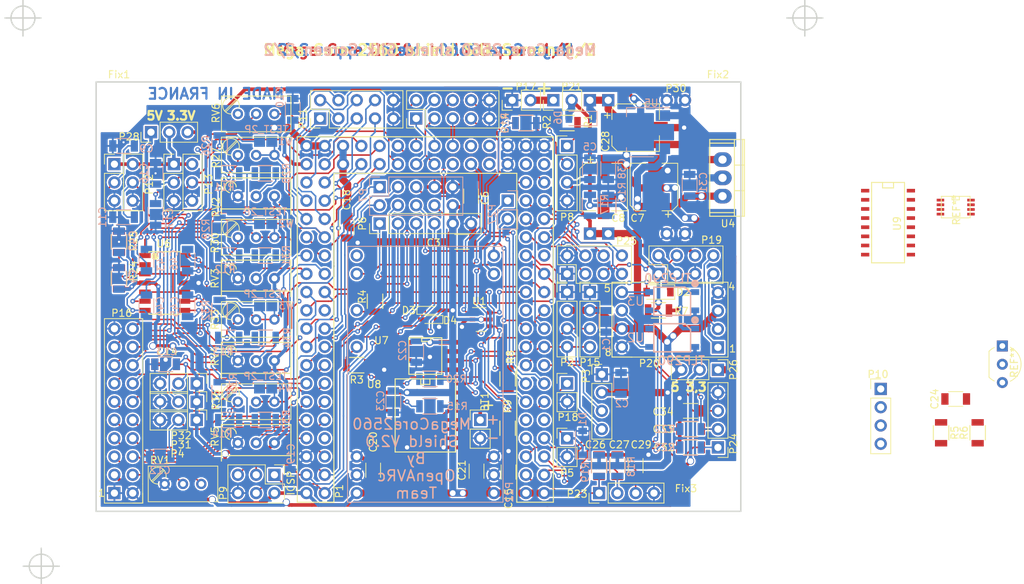
<source format=kicad_pcb>
(kicad_pcb (version 4) (host pcbnew 4.0.7)
  (title_block (date 2017-06-06) (rev 2.0) (comment 1 "Reproduction et commercialisation Interdite") (comment 2 "By Antho.breizh") (comment 3 "Shield 2560 core mini Full ") (comment 4 "For OPENAVRc"))
  (layers (0 F.Cu signal) (31 B.Cu signal hide) (34 B.Paste user hide) (35 F.Paste user hide) (36 B.SilkS user hide) (37 F.SilkS user) (38 B.Mask user hide) (39 F.Mask user hide) (44 Edge.Cuts user))
  (net 0 "")
  (net 1 GND)
  (net 2 VCC)
  (net 3 /Trim_RH->)
  (net 4 /Trim_RH<-)
  (net 5 /Trim_RV->)
  (net 6 /Stick_LH)
  (net 7 /Trim_RV<-)
  (net 8 /Stick_LV)
  (net 9 /Trim_LV->)
  (net 10 /Trim_LV<-)
  (net 11 /Trim_LH->)
  (net 12 /Trim_LH<-)
  (net 13 /Stick_RH)
  (net 14 /Stick_RV)
  (net 15 /Sw_id2)
  (net 16 /Sw_gear)
  (net 17 /Sw_ailDR)
  (net 18 /Sw_id1)
  (net 19 /Sw_rudDR)
  (net 20 /Sw_eleDR)
  (net 21 /Sw_turn)
  (net 22 /Sw_thcut)
  (net 23 /Rot_1A)
  (net 24 /Rot_1B)
  (net 25 /Rot_1push)
  (net 26 /Rot_2A)
  (net 27 /Rot_2B)
  (net 28 /Rot_2push)
  (net 29 /Key_UP)
  (net 30 /Key_DOWN)
  (net 31 /Key_LEFT)
  (net 32 /Key_RIGHT)
  (net 33 /Key_MENU)
  (net 34 /Key_ESC)
  (net 35 /Vibreur)
  (net 36 /Lcd_bla)
  (net 37 /Lcd_rst)
  (net 38 /Lcd_r/w)
  (net 39 /Lcd_cs)
  (net 40 /Lcd_A0)
  (net 41 /Lcd_e)
  (net 42 /Tele_TX)
  (net 43 /Microsd_CS)
  (net 44 /audio_left_in)
  (net 45 /PPM_in)
  (net 46 /Tele_RX)
  (net 47 /Pot_1)
  (net 48 /Pot_3)
  (net 49 /Lcd_db7)
  (net 50 /Lcd_db5)
  (net 51 /Lcd_db3)
  (net 52 /Lcd_db1)
  (net 53 /Isp_rst)
  (net 54 /Sck)
  (net 55 /Miso)
  (net 56 /Mosi)
  (net 57 /Lcd_db0)
  (net 58 /Lcd_db2)
  (net 59 /Lcd_db4)
  (net 60 /Lcd_db6)
  (net 61 /U_batt)
  (net 62 /Pot_2)
  (net 63 "Net-(P8-Pad1)")
  (net 64 "Net-(P8-Pad2)")
  (net 65 /LCD_VCC)
  (net 66 /Lcd_vo)
  (net 67 "Net-(P16-Pad5)")
  (net 68 "Net-(P16-Pad18)")
  (net 69 +BATT)
  (net 70 "Net-(P19-Pad2)")
  (net 71 /TX_module)
  (net 72 /RX_module)
  (net 73 /audio_right_in)
  (net 74 "Net-(R7-Pad2)")
  (net 75 "Net-(R8-Pad2)")
  (net 76 "Net-(P22-PadRX)")
  (net 77 "Net-(P22-PadBUSY)")
  (net 78 /Stick_LHcon)
  (net 79 /Stick_LVcon)
  (net 80 /Stick_RHcon)
  (net 81 /Stick_RVcon)
  (net 82 "Net-(C42-Pad1)")
  (net 83 "Net-(C43-Pad2)")
  (net 84 "Net-(C44-Pad2)")
  (net 85 "Net-(C45-Pad2)")
  (net 86 "Net-(C46-Pad2)")
  (net 87 "Net-(R28-Pad2)")
  (net 88 "Net-(R31-Pad2)")
  (net 89 "Net-(R34-Pad2)")
  (net 90 "Net-(R37-Pad2)")
  (net 91 "Net-(P18-Pad1)")
  (net 92 "Net-(D1-Pad1)")
  (net 93 "Net-(R11-Pad1)")
  (net 94 "Net-(R12-Pad1)")
  (net 95 "Net-(R13-Pad1)")
  (net 96 "Net-(R14-Pad1)")
  (net 97 "Net-(P22-PadSPK+)")
  (net 98 "Net-(P22-PadSPK-)")
  (net 99 /Power_manches)
  (net 100 /VREF)
  (net 101 /CS_CYRF6936)
  (net 102 "Net-(P20-Pad5)")
  (net 103 "Net-(P20-Pad6)")
  (net 104 /LIPO+)
  (net 105 /DCDC_IN+)
  (net 106 /SDA)
  (net 107 /SCL)
  (net 108 "Net-(R15-Pad1)")
  (net 109 "Net-(R20-Pad1)")
  (net 110 "Net-(BT1-Pad1)")
  (net 111 P3_3V)
  (net 112 /JQ6500Busy)
  (net 113 /JQ6500Data)
  (net 114 /CS_CC2500)
  (net 115 /Sim_Control)
  (net 116 /Xmitter_SCK)
  (net 117 /Xmitter_MOSI)
  (net 118 /Xmitter_MISO)
  (net 119 /CS_A7105)
  (net 120 /CS_NRF24L01)
  (net 121 /PPM16_SIMout)
  (net 122 "Net-(P10-Pad3)")
  (net 123 "Net-(C24-Pad1)")
  (net 124 /Master_PPMout)
  (module anthoperso:Connectors-2560-core (layer F.Cu) (at 187.16752 107.59948 180)
    (fp_text reference P1 (at 13.208 -11.176 450) (layer F.SilkS))
    (fp_text value 2560-core)
    (pad G0 thru_hole circle (at 0 34.29 180) (size 1.7 1.7) (drill 1) (layers *.Cu *.Mask) (net 19 /Sw_rudDR))
    (pad D6 thru_hole circle (at -2.54 34.29 180) (size 1.7 1.7) (drill 1) (layers *.Cu *.Mask))
    (pad D4 thru_hole circle (at -5.08 34.29 180) (size 1.7 1.7) (drill 1) (layers *.Cu *.Mask) (net 45 /PPM_in))
    (pad NC thru_hole circle (at -7.62 34.29 180) (size 1.7 1.7) (drill 1) (layers *.Cu *.Mask))
    (pad GND thru_hole circle (at -10.16 34.29 180) (size 1.7 1.7) (drill 1) (layers *.Cu *.Mask) (net 1 GND))
    (pad C0 thru_hole circle (at 2.54 34.29 180) (size 1.7 1.7) (drill 1) (layers *.Cu *.Mask) (net 18 /Sw_id1))
    (pad C2 thru_hole circle (at 5.08 34.29 180) (size 1.7 1.7) (drill 1) (layers *.Cu *.Mask) (net 36 /Lcd_bla))
    (pad C4 thru_hole circle (at 7.62 34.29 180) (size 1.7 1.7) (drill 1) (layers *.Cu *.Mask) (net 37 /Lcd_rst))
    (pad C6 thru_hole circle (at 10.16 34.29 180) (size 1.7 1.7) (drill 1) (layers *.Cu *.Mask) (net 38 /Lcd_r/w))
    (pad VCC thru_hole circle (at 12.7 34.29 180) (size 1.7 1.7) (drill 1) (layers *.Cu *.Mask) (net 2 VCC))
    (pad GND thru_hole circle (at -10.16 36.83 180) (size 1.7 1.7) (drill 1) (layers *.Cu *.Mask) (net 1 GND))
    (pad G4 thru_hole circle (at -7.62 36.83 180) (size 1.7 1.7) (drill 1) (layers *.Cu *.Mask))
    (pad D5 thru_hole circle (at -5.08 36.83 180) (size 1.7 1.7) (drill 1) (layers *.Cu *.Mask))
    (pad D7 thru_hole circle (at -2.54 36.83 180) (size 1.7 1.7) (drill 1) (layers *.Cu *.Mask) (net 17 /Sw_ailDR))
    (pad G1 thru_hole circle (at 0 36.83 180) (size 1.7 1.7) (drill 1) (layers *.Cu *.Mask) (net 16 /Sw_gear))
    (pad C1 thru_hole circle (at 2.54 36.83 180) (size 1.7 1.7) (drill 1) (layers *.Cu *.Mask) (net 15 /Sw_id2))
    (pad C3 thru_hole circle (at 5.08 36.83 180) (size 1.7 1.7) (drill 1) (layers *.Cu *.Mask) (net 39 /Lcd_cs))
    (pad C5 thru_hole circle (at 7.62 36.83 180) (size 1.7 1.7) (drill 1) (layers *.Cu *.Mask) (net 40 /Lcd_A0))
    (pad C7 thru_hole circle (at 10.16 36.83 180) (size 1.7 1.7) (drill 1) (layers *.Cu *.Mask) (net 41 /Lcd_e))
    (pad VCC thru_hole circle (at 12.7 36.83 180) (size 1.7 1.7) (drill 1) (layers *.Cu *.Mask) (net 2 VCC))
    (pad GND thru_hole circle (at -12.7 36.83 180) (size 1.7 1.7) (drill 1) (layers *.Cu *.Mask) (net 1 GND))
    (pad H7 thru_hole circle (at -12.7 34.29 180) (size 1.7 1.7) (drill 1) (layers *.Cu *.Mask))
    (pad L6 thru_hole circle (at -12.7 31.75 180) (size 1.7 1.7) (drill 1) (layers *.Cu *.Mask) (net 20 /Sw_eleDR))
    (pad L4 thru_hole circle (at -12.7 29.21 180) (size 1.7 1.7) (drill 1) (layers *.Cu *.Mask) (net 33 /Key_MENU))
    (pad L2 thru_hole circle (at -12.7 26.67 180) (size 1.7 1.7) (drill 1) (layers *.Cu *.Mask) (net 32 /Key_RIGHT))
    (pad L0 thru_hole circle (at -12.7 24.13 180) (size 1.7 1.7) (drill 1) (layers *.Cu *.Mask) (net 30 /Key_DOWN))
    (pad B6 thru_hole circle (at -12.7 21.59 180) (size 1.7 1.7) (drill 1) (layers *.Cu *.Mask) (net 124 /Master_PPMout))
    (pad B4 thru_hole circle (at -12.7 19.05 180) (size 1.7 1.7) (drill 1) (layers *.Cu *.Mask))
    (pad H6 thru_hole circle (at -12.7 16.51 180) (size 1.7 1.7) (drill 1) (layers *.Cu *.Mask) (net 115 /Sim_Control))
    (pad H4 thru_hole circle (at -12.7 13.97 180) (size 1.7 1.7) (drill 1) (layers *.Cu *.Mask))
    (pad H2 thru_hole circle (at -12.7 11.43 180) (size 1.7 1.7) (drill 1) (layers *.Cu *.Mask) (net 116 /Xmitter_SCK))
    (pad D1 thru_hole circle (at -12.7 8.89 180) (size 1.7 1.7) (drill 1) (layers *.Cu *.Mask) (net 106 /SDA))
    (pad D3 thru_hole circle (at -12.7 6.35 180) (size 1.7 1.7) (drill 1) (layers *.Cu *.Mask) (net 27 /Rot_2B))
    (pad H1 thru_hole circle (at -12.7 3.81 180) (size 1.7 1.7) (drill 1) (layers *.Cu *.Mask) (net 117 /Xmitter_MOSI))
    (pad J1 thru_hole circle (at -12.7 1.27 180) (size 1.7 1.7) (drill 1) (layers *.Cu *.Mask) (net 113 /JQ6500Data))
    (pad E6 thru_hole circle (at -12.7 -1.27 180) (size 1.7 1.7) (drill 1) (layers *.Cu *.Mask))
    (pad E4 thru_hole circle (at -12.7 -3.81 180) (size 1.7 1.7) (drill 1) (layers *.Cu *.Mask) (net 23 /Rot_1A))
    (pad E1 thru_hole circle (at -12.7 -6.35 180) (size 1.7 1.7) (drill 1) (layers *.Cu *.Mask) (net 42 /Tele_TX))
    (pad G5 thru_hole circle (at -12.7 -8.89 180) (size 1.7 1.7) (drill 1) (layers *.Cu *.Mask) (net 25 /Rot_1push))
    (pad VCC thru_hole circle (at -12.7 -11.43 180) (size 1.7 1.7) (drill 1) (layers *.Cu *.Mask) (net 2 VCC))
    (pad GND thru_hole circle (at -15.24 36.83 180) (size 1.7 1.7) (drill 1) (layers *.Cu *.Mask) (net 1 GND))
    (pad G3 thru_hole circle (at -15.24 34.29 180) (size 1.7 1.7) (drill 1) (layers *.Cu *.Mask))
    (pad L7 thru_hole circle (at -15.24 31.75 180) (size 1.7 1.7) (drill 1) (layers *.Cu *.Mask) (net 21 /Sw_turn))
    (pad L5 thru_hole circle (at -15.24 29.21 180) (size 1.7 1.7) (drill 1) (layers *.Cu *.Mask) (net 34 /Key_ESC))
    (pad L3 thru_hole circle (at -15.24 26.67 180) (size 1.7 1.7) (drill 1) (layers *.Cu *.Mask) (net 31 /Key_LEFT))
    (pad L1 thru_hole circle (at -15.24 24.13 180) (size 1.7 1.7) (drill 1) (layers *.Cu *.Mask) (net 29 /Key_UP))
    (pad B7 thru_hole circle (at -15.24 21.59 180) (size 1.7 1.7) (drill 1) (layers *.Cu *.Mask))
    (pad B5 thru_hole circle (at -15.24 19.05 180) (size 1.7 1.7) (drill 1) (layers *.Cu *.Mask) (net 121 /PPM16_SIMout))
    (pad B0 thru_hole circle (at -15.24 16.51 180) (size 1.7 1.7) (drill 1) (layers *.Cu *.Mask) (net 43 /Microsd_CS))
    (pad H5 thru_hole circle (at -15.24 13.97 180) (size 1.7 1.7) (drill 1) (layers *.Cu *.Mask) (net 35 /Vibreur))
    (pad H3 thru_hole circle (at -15.24 11.43 180) (size 1.7 1.7) (drill 1) (layers *.Cu *.Mask) (net 44 /audio_left_in))
    (pad D0 thru_hole circle (at -15.24 8.89 180) (size 1.7 1.7) (drill 1) (layers *.Cu *.Mask) (net 107 /SCL))
    (pad D2 thru_hole circle (at -15.24 6.35 180) (size 1.7 1.7) (drill 1) (layers *.Cu *.Mask) (net 26 /Rot_2A))
    (pad H0 thru_hole circle (at -15.24 3.81 180) (size 1.7 1.7) (drill 1) (layers *.Cu *.Mask) (net 118 /Xmitter_MISO))
    (pad J0 thru_hole circle (at -15.24 1.27 180) (size 1.7 1.7) (drill 1) (layers *.Cu *.Mask) (net 112 /JQ6500Busy))
    (pad E7 thru_hole circle (at -15.24 -1.27 180) (size 1.7 1.7) (drill 1) (layers *.Cu *.Mask))
    (pad E5 thru_hole circle (at -15.24 -3.81 180) (size 1.7 1.7) (drill 1) (layers *.Cu *.Mask) (net 24 /Rot_1B))
    (pad E3 thru_hole circle (at -15.24 -6.35 180) (size 1.7 1.7) (drill 1) (layers *.Cu *.Mask) (net 28 /Rot_2push))
    (pad E0 thru_hole circle (at -15.24 -8.89 180) (size 1.7 1.7) (drill 1) (layers *.Cu *.Mask) (net 46 /Tele_RX))
    (pad VCC thru_hole circle (at -15.24 -11.43 180) (size 1.7 1.7) (drill 1) (layers *.Cu *.Mask) (net 2 VCC))
    (pad GND thru_hole circle (at 15.24 36.83 180) (size 1.7 1.7) (drill 1) (layers *.Cu *.Mask) (net 1 GND))
    (pad AC0 thru_hole circle (at 15.24 34.29 180) (size 1.7 1.7) (drill 1) (layers *.Cu *.Mask) (net 3 /Trim_RH->))
    (pad AC2 thru_hole circle (at 15.24 31.75 180) (size 1.7 1.7) (drill 1) (layers *.Cu *.Mask) (net 5 /Trim_RV->))
    (pad AC4 thru_hole circle (at 15.24 29.21 180) (size 1.7 1.7) (drill 1) (layers *.Cu *.Mask) (net 9 /Trim_LV->))
    (pad AC6 thru_hole circle (at 15.24 26.67 180) (size 1.7 1.7) (drill 1) (layers *.Cu *.Mask) (net 11 /Trim_LH->))
    (pad AC8 thru_hole circle (at 15.24 24.13 180) (size 1.7 1.7) (drill 1) (layers *.Cu *.Mask) (net 13 /Stick_RH))
    (pad AC10 thru_hole circle (at 15.24 21.59 180) (size 1.7 1.7) (drill 1) (layers *.Cu *.Mask) (net 14 /Stick_RV))
    (pad AC12 thru_hole circle (at 15.24 19.05 180) (size 1.7 1.7) (drill 1) (layers *.Cu *.Mask) (net 47 /Pot_1))
    (pad AC14 thru_hole circle (at 15.24 16.51 180) (size 1.7 1.7) (drill 1) (layers *.Cu *.Mask) (net 48 /Pot_3))
    (pad J2 thru_hole circle (at 15.24 13.97 180) (size 1.7 1.7) (drill 1) (layers *.Cu *.Mask))
    (pad J4 thru_hole circle (at 15.24 11.43 180) (size 1.7 1.7) (drill 1) (layers *.Cu *.Mask) (net 101 /CS_CYRF6936))
    (pad J6 thru_hole circle (at 15.24 8.89 180) (size 1.7 1.7) (drill 1) (layers *.Cu *.Mask) (net 119 /CS_A7105))
    (pad A7 thru_hole circle (at 15.24 6.35 180) (size 1.7 1.7) (drill 1) (layers *.Cu *.Mask) (net 49 /Lcd_db7))
    (pad A5 thru_hole circle (at 15.24 3.81 180) (size 1.7 1.7) (drill 1) (layers *.Cu *.Mask) (net 50 /Lcd_db5))
    (pad A3 thru_hole circle (at 15.24 1.27 180) (size 1.7 1.7) (drill 1) (layers *.Cu *.Mask) (net 51 /Lcd_db3))
    (pad A1 thru_hole circle (at 15.24 -1.27 180) (size 1.7 1.7) (drill 1) (layers *.Cu *.Mask) (net 52 /Lcd_db1))
    (pad J7 thru_hole circle (at 15.24 -3.81 180) (size 1.7 1.7) (drill 1) (layers *.Cu *.Mask))
    (pad RST thru_hole circle (at 15.24 -6.35 180) (size 1.7 1.7) (drill 1) (layers *.Cu *.Mask) (net 53 /Isp_rst))
    (pad B1 thru_hole circle (at 15.24 -8.89 180) (size 1.7 1.7) (drill 1) (layers *.Cu *.Mask) (net 54 /Sck))
    (pad B3 thru_hole circle (at 15.24 -11.43 180) (size 1.7 1.7) (drill 1) (layers *.Cu *.Mask) (net 55 /Miso))
    (pad VCC thru_hole circle (at 17.78 -11.43 180) (size 1.7 1.7) (drill 1) (layers *.Cu *.Mask) (net 2 VCC))
    (pad B2 thru_hole circle (at 17.78 -8.89 180) (size 1.7 1.7) (drill 1) (layers *.Cu *.Mask) (net 56 /Mosi))
    (pad GND thru_hole circle (at 17.78 -6.35 180) (size 1.7 1.7) (drill 1) (layers *.Cu *.Mask) (net 1 GND))
    (pad A0 thru_hole circle (at 17.78 -3.81 180) (size 1.7 1.7) (drill 1) (layers *.Cu *.Mask) (net 57 /Lcd_db0))
    (pad A2 thru_hole circle (at 17.78 -1.27 180) (size 1.7 1.7) (drill 1) (layers *.Cu *.Mask) (net 58 /Lcd_db2))
    (pad A4 thru_hole circle (at 17.78 1.27 180) (size 1.7 1.7) (drill 1) (layers *.Cu *.Mask) (net 59 /Lcd_db4))
    (pad A6 thru_hole circle (at 17.78 3.81 180) (size 1.7 1.7) (drill 1) (layers *.Cu *.Mask) (net 60 /Lcd_db6))
    (pad G2 thru_hole circle (at 17.78 6.35 180) (size 1.7 1.7) (drill 1) (layers *.Cu *.Mask) (net 22 /Sw_thcut))
    (pad J5 thru_hole circle (at 17.78 8.89 180) (size 1.7 1.7) (drill 1) (layers *.Cu *.Mask) (net 120 /CS_NRF24L01))
    (pad J3 thru_hole circle (at 17.78 11.43 180) (size 1.7 1.7) (drill 1) (layers *.Cu *.Mask) (net 114 /CS_CC2500))
    (pad AC15 thru_hole circle (at 17.78 13.97 180) (size 1.7 1.7) (drill 1) (layers *.Cu *.Mask) (net 61 /U_batt))
    (pad AC13 thru_hole circle (at 17.78 16.51 180) (size 1.7 1.7) (drill 1) (layers *.Cu *.Mask) (net 62 /Pot_2))
    (pad AC11 thru_hole circle (at 17.78 19.05 180) (size 1.7 1.7) (drill 1) (layers *.Cu *.Mask) (net 6 /Stick_LH))
    (pad AC9 thru_hole circle (at 17.78 21.59 180) (size 1.7 1.7) (drill 1) (layers *.Cu *.Mask) (net 8 /Stick_LV))
    (pad AC7 thru_hole circle (at 17.78 24.13 180) (size 1.7 1.7) (drill 1) (layers *.Cu *.Mask) (net 12 /Trim_LH<-))
    (pad AC5 thru_hole circle (at 17.78 26.67 180) (size 1.7 1.7) (drill 1) (layers *.Cu *.Mask) (net 10 /Trim_LV<-))
    (pad AC3 thru_hole circle (at 17.78 29.21 180) (size 1.7 1.7) (drill 1) (layers *.Cu *.Mask) (net 7 /Trim_RV<-))
    (pad AC1 thru_hole circle (at 17.78 31.75 180) (size 1.7 1.7) (drill 1) (layers *.Cu *.Mask) (net 4 /Trim_RH<-))
    (pad VREF thru_hole circle (at 17.78 34.29 180) (size 1.7 1.7) (drill 1) (layers *.Cu *.Mask) (net 100 /VREF))
    (pad GND thru_hole circle (at 17.78 36.83 180) (size 1.7 1.7) (drill 1) (layers *.Cu *.Mask) (net 1 GND))
  )
  (module Pin_Headers:Pin_Header_Straight_1x03_Pitch2.54mm (layer F.Cu) (at 154.14752 103.78948 270)
    (fp_text reference P32 (at 7.239 2.159 360) (layer F.SilkS))
    (fp_text value Pot1)
    (pad 1 thru_hole rect (at 0 0 270) (size 1.7 1.7) (drill 1) (layers *.Cu *.Mask) (net 2 VCC))
    (pad 2 thru_hole oval (at 0 2.54 270) (size 1.7 1.7) (drill 1) (layers *.Cu *.Mask) (net 47 /Pot_1))
    (pad 3 thru_hole oval (at 0 5.08 270) (size 1.7 1.7) (drill 1) (layers *.Cu *.Mask) (net 1 GND))
  )
  (module anthoperso:connector_mini-JQ6500-28P (layer B.Cu) (at 185.26252 83.46948 180)
    (fp_text reference P22 (at -12.319 -35.433 270) (layer B.SilkS) (effects (justify mirror)))
    (fp_text value JQ6500_28P)
    (pad SPK+ thru_hole circle (at -10.16 -2.54 180) (size 1.7 1.7) (drill 1) (layers *.Cu *.Mask) (net 97 "Net-(P22-PadSPK+)"))
    (pad SPK- thru_hole circle (at -10.16 -5.08 180) (size 1.7 1.7) (drill 1) (layers *.Cu *.Mask) (net 98 "Net-(P22-PadSPK-)"))
    (pad DACR thru_hole circle (at 8.89 -2.54 180) (size 1.7 1.7) (drill 1) (layers *.Cu *.Mask))
    (pad DACL thru_hole circle (at 8.89 -5.08 180) (size 1.7 1.7) (drill 1) (layers *.Cu *.Mask) (net 73 /audio_right_in))
    (pad RX thru_hole circle (at 8.89 -10.16 180) (size 1.7 1.7) (drill 1) (layers *.Cu *.Mask) (net 76 "Net-(P22-PadRX)"))
    (pad BUSY thru_hole circle (at 8.89 -15.24 180) (size 1.7 1.7) (drill 1) (layers *.Cu *.Mask) (net 77 "Net-(P22-PadBUSY)"))
    (pad GND thru_hole circle (at 8.89 -30.48 180) (size 1.7 1.7) (drill 1) (layers *.Cu *.Mask) (net 1 GND))
    (pad GND thru_hole circle (at 8.89 -33.02 180) (size 1.7 1.7) (drill 1) (layers *.Cu *.Mask) (net 1 GND))
    (pad VCC thru_hole circle (at 8.89 -35.56 180) (size 1.7 1.7) (drill 1) (layers *.Cu *.Mask) (net 2 VCC))
    (pad VCC thru_hole circle (at -10.16 -35.56 180) (size 1.7 1.7) (drill 1) (layers *.Cu *.Mask) (net 2 VCC))
    (pad GND thru_hole circle (at -10.16 -33.02 180) (size 1.7 1.7) (drill 1) (layers *.Cu *.Mask) (net 1 GND))
    (pad GND thru_hole circle (at -10.16 -30.48 180) (size 1.7 1.7) (drill 1) (layers *.Cu *.Mask) (net 1 GND))
  )
  (module MegaCore_Shield:SOT-457 (layer F.Cu) (at 193.64452 94.89948)
    (fp_text reference U1 (at -0.254 -2.54) (layer F.SilkS))
    (fp_text value 74LVC1G3157GV)
    (pad 1 smd rect (at -1.2 -0.95) (size 0.8 0.55) (layers F.Cu F.Paste F.Mask) (net 45 /PPM_in))
    (pad 2 smd rect (at -1.2 0) (size 0.8 0.55) (layers F.Cu F.Paste F.Mask) (net 1 GND))
    (pad 3 smd rect (at -1.2 0.95) (size 0.8 0.55) (layers F.Cu F.Paste F.Mask) (net 121 /PPM16_SIMout))
    (pad 4 smd rect (at 1.2 0.95) (size 0.8 0.55) (layers F.Cu F.Paste F.Mask) (net 75 "Net-(R8-Pad2)"))
    (pad 5 smd rect (at 1.2 0) (size 0.8 0.55) (layers F.Cu F.Paste F.Mask) (net 2 VCC))
    (pad 6 smd rect (at 1.2 -0.95) (size 0.8 0.55) (layers F.Cu F.Paste F.Mask) (net 115 /Sim_Control))
  )
  (module Capacitors_SMD:C_1206 (layer F.Cu) (at 259.55752 105.94848 180)
    (fp_text reference C24 (at 2.921 0 270) (layer F.SilkS))
    (fp_text value 100nF)
    (pad 1 smd rect (at -1.5 0 180) (size 1 1.6) (layers F.Cu F.Paste F.Mask) (net 123 "Net-(C24-Pad1)"))
    (pad 2 smd rect (at 1.5 0 180) (size 1 1.6) (layers F.Cu F.Paste F.Mask) (net 1 GND))
  )
  (module MegaCore_Shield:TO-92_Inline_Wide (layer F.Cu) (at 266.03452 98.58248 270)
    (fp_text reference REF** (at 2.286 -1.651 450) (layer F.SilkS))
    (fp_text value TO-92_Inline_Wide)
    (pad G thru_hole circle (at 2.54 0) (size 1.524 1.524) (drill 0.8) (layers *.Cu *.Mask))
    (pad D thru_hole circle (at 5.08 0) (size 1.524 1.524) (drill 0.8) (layers *.Cu *.Mask))
    (pad S thru_hole rect (at 0 0) (size 1.524 1.524) (drill 0.8) (layers *.Cu *.Mask))
  )
  (module Pin_Headers:Pin_Header_Straight_1x02_Pitch2.54mm (layer F.Cu) (at 203.67752 64.41948 90)
    (fp_text reference P21 (at 1.905 2.54 180) (layer F.SilkS))
    (fp_text value Sw_power)
    (pad 1 thru_hole rect (at 0 0 90) (size 1.7 1.7) (drill 1) (layers *.Cu *.Mask) (net 104 /LIPO+))
    (pad 2 thru_hole oval (at 0 2.54 90) (size 1.7 1.7) (drill 1) (layers *.Cu *.Mask) (net 69 +BATT))
  )
  (module MegaCore_Shield:SO-16-N (layer F.Cu) (at 250.15952 81.43748 270)
    (fp_text reference U9 (at 0.127 -1.27 270) (layer F.SilkS))
    (fp_text value 4050)
    (pad 16 smd rect (at -4.445 -3.175 270) (size 0.508 1.143) (layers F.Cu F.Paste F.Mask))
    (pad 14 smd rect (at -1.905 -3.175 270) (size 0.508 1.143) (layers F.Cu F.Paste F.Mask))
    (pad 13 smd rect (at -0.635 -3.175 270) (size 0.508 1.143) (layers F.Cu F.Paste F.Mask))
    (pad 12 smd rect (at 0.635 -3.175 270) (size 0.508 1.143) (layers F.Cu F.Paste F.Mask))
    (pad 11 smd rect (at 1.905 -3.175 270) (size 0.508 1.143) (layers F.Cu F.Paste F.Mask))
    (pad 10 smd rect (at 3.175 -3.175 270) (size 0.508 1.143) (layers F.Cu F.Paste F.Mask))
    (pad 9 smd rect (at 4.445 -3.175 270) (size 0.508 1.143) (layers F.Cu F.Paste F.Mask))
    (pad 8 smd rect (at 4.445 3.175 270) (size 0.508 1.143) (layers F.Cu F.Paste F.Mask) (net 1 GND))
    (pad 7 smd rect (at 3.175 3.175 270) (size 0.508 1.143) (layers F.Cu F.Paste F.Mask))
    (pad 6 smd rect (at 1.905 3.175 270) (size 0.508 1.143) (layers F.Cu F.Paste F.Mask))
    (pad 5 smd rect (at 0.635 3.175 270) (size 0.508 1.143) (layers F.Cu F.Paste F.Mask))
    (pad 4 smd rect (at -0.635 3.175 270) (size 0.508 1.143) (layers F.Cu F.Paste F.Mask))
    (pad 3 smd rect (at -1.905 3.175 270) (size 0.508 1.143) (layers F.Cu F.Paste F.Mask))
    (pad 2 smd rect (at -3.175 3.175 270) (size 0.508 1.143) (layers F.Cu F.Paste F.Mask))
    (pad 1 smd rect (at -4.445 3.175 270) (size 0.508 1.143) (layers F.Cu F.Paste F.Mask) (net 111 P3_3V))
    (pad 15 smd rect (at -3.175 -3.175 270) (size 0.508 1.143) (layers F.Cu F.Paste F.Mask))
  )
  (module Resistors_SMD:R_1206 (layer F.Cu) (at 197.32752 103.15448 90)
    (fp_text reference R8 (at 3.048 0.381 90) (layer F.SilkS))
    (fp_text value 200)
    (pad 1 smd rect (at -1.45 0 90) (size 0.9 1.7) (layers F.Cu F.Paste F.Mask) (net 91 "Net-(P18-Pad1)"))
    (pad 2 smd rect (at 1.45 0 90) (size 0.9 1.7) (layers F.Cu F.Paste F.Mask) (net 75 "Net-(R8-Pad2)"))
  )
  (module MegaCore_Shield:SOIC-8-FRAM_DI (layer F.Cu) (at 185.89752 99.97948 270)
    (fp_text reference U7 (at -2.159 6.096 360) (layer F.SilkS))
    (fp_text value FM24W256)
    (pad 8 smd rect (at -1.905 -3.35 270) (size 0.65 3) (layers F.Cu F.Paste F.Mask) (net 2 VCC))
    (pad 7 smd rect (at -0.635 -3.35 270) (size 0.65 3) (layers F.Cu F.Paste F.Mask) (net 1 GND))
    (pad 6 smd rect (at 0.635 -3.35 270) (size 0.65 3) (layers F.Cu F.Paste F.Mask) (net 107 /SCL))
    (pad 5 smd rect (at 1.905 -3.35 270) (size 0.65 3) (layers F.Cu F.Paste F.Mask) (net 106 /SDA))
    (pad 4 smd rect (at 1.905 3.35 270) (size 0.65 3) (layers F.Cu F.Paste F.Mask) (net 1 GND))
    (pad 3 smd rect (at 0.635 3.35 270) (size 0.65 3) (layers F.Cu F.Paste F.Mask) (net 1 GND))
    (pad 2 smd rect (at -0.635 3.35 270) (size 0.65 3) (layers F.Cu F.Paste F.Mask) (net 1 GND))
    (pad 1 smd rect (at -1.905 3.35 270) (size 0.65 3) (layers F.Cu F.Paste F.Mask) (net 1 GND))
  )
  (module anthoperso:R_1206 (layer B.Cu) (at 186.53252 103.15448)
    (fp_text reference R20 (at 3.683 0) (layer B.SilkS) (effects (justify mirror)))
    (fp_text value 10K)
    (pad 1 smd rect (at -1.45 0) (size 0.9 1.7) (layers B.Cu B.Paste B.Mask) (net 109 "Net-(R20-Pad1)"))
    (pad 2 smd rect (at 1.45 0) (size 0.9 1.7) (layers B.Cu B.Paste B.Mask) (net 2 VCC))
  )
  (module anthoperso:R_1206 (layer B.Cu) (at 186.53252 106.96448)
    (fp_text reference R15 (at 3.81 0) (layer B.SilkS) (effects (justify mirror)))
    (fp_text value 10K)
    (pad 1 smd rect (at -1.45 0) (size 0.9 1.7) (layers B.Cu B.Paste B.Mask) (net 108 "Net-(R15-Pad1)"))
    (pad 2 smd rect (at 1.45 0) (size 0.9 1.7) (layers B.Cu B.Paste B.Mask) (net 2 VCC))
  )
  (module Pin_Headers:Pin_Header_Straight_1x02_Pitch2.54mm (layer F.Cu) (at 193.51752 108.86948)
    (fp_text reference BT1 (at 0.635 -2.54 90) (layer F.SilkS))
    (fp_text value CR2032)
    (pad 1 thru_hole rect (at 0 0) (size 1.7 1.7) (drill 1) (layers *.Cu *.Mask) (net 110 "Net-(BT1-Pad1)"))
    (pad 2 thru_hole oval (at 0 2.54) (size 1.7 1.7) (drill 1) (layers *.Cu *.Mask) (net 1 GND))
  )
  (module Capacitors_SMD:C_1206 (layer B.Cu) (at 181.45252 106.32948 270)
    (fp_text reference C23 (at -0.127 1.778 270) (layer B.SilkS) (effects (justify mirror)))
    (fp_text value 100nF)
    (pad 1 smd rect (at -1.5 0 270) (size 1 1.6) (layers B.Cu B.Paste B.Mask) (net 2 VCC))
    (pad 2 smd rect (at 1.5 0 270) (size 1 1.6) (layers B.Cu B.Paste B.Mask) (net 1 GND))
  )
  (module Capacitors_SMD:C_1206 (layer B.Cu) (at 184.62752 99.34448 270)
    (fp_text reference C22 (at -0.127 1.905 270) (layer B.SilkS) (effects (justify mirror)))
    (fp_text value 100nF)
    (pad 1 smd rect (at -1.5 0 270) (size 1 1.6) (layers B.Cu B.Paste B.Mask) (net 2 VCC))
    (pad 2 smd rect (at 1.5 0 270) (size 1 1.6) (layers B.Cu B.Paste B.Mask) (net 1 GND))
  )
  (module Capacitors_SMD:C_1206 (layer F.Cu) (at 193.00952 115.98148 90)
    (fp_text reference C21 (at 0.127 -2.032 90) (layer F.SilkS))
    (fp_text value 100nF)
    (pad 1 smd rect (at -1.5 0 90) (size 1 1.6) (layers F.Cu F.Paste F.Mask) (net 2 VCC))
    (pad 2 smd rect (at 1.5 0 90) (size 1 1.6) (layers F.Cu F.Paste F.Mask) (net 1 GND))
  )
  (module Capacitors_SMD:C_1206 (layer F.Cu) (at 178.65852 115.85448 90)
    (fp_text reference C20 (at 3.937 0 90) (layer F.SilkS))
    (fp_text value 100nF)
    (pad 1 smd rect (at -1.5 0 90) (size 1 1.6) (layers F.Cu F.Paste F.Mask) (net 2 VCC))
    (pad 2 smd rect (at 1.5 0 90) (size 1 1.6) (layers F.Cu F.Paste F.Mask) (net 1 GND))
  )
  (module Capacitors_SMD:C_1206 (layer B.Cu) (at 167.10152 117.25148 270)
    (fp_text reference C19 (at -3.683 -0.127 270) (layer B.SilkS) (effects (justify mirror)))
    (fp_text value 100nF)
    (pad 1 smd rect (at -1.5 0 270) (size 1 1.6) (layers B.Cu B.Paste B.Mask) (net 1 GND))
    (pad 2 smd rect (at 1.5 0 270) (size 1 1.6) (layers B.Cu B.Paste B.Mask) (net 2 VCC))
  )
  (module Capacitors_SMD:C_1206 (layer F.Cu) (at 174.97552 82.07248 90)
    (fp_text reference C18 (at 3.81 0 90) (layer F.SilkS))
    (fp_text value 100nF)
    (pad 1 smd rect (at -1.5 0 90) (size 1 1.6) (layers F.Cu F.Paste F.Mask) (net 1 GND))
    (pad 2 smd rect (at 1.5 0 90) (size 1 1.6) (layers F.Cu F.Paste F.Mask) (net 2 VCC))
  )
  (module Capacitors_SMD:C_1206 (layer F.Cu) (at 197.45452 116.10848 270)
    (fp_text reference C15 (at 3.683 0 270) (layer F.SilkS))
    (fp_text value 100nF)
    (pad 1 smd rect (at -1.5 0 270) (size 1 1.6) (layers F.Cu F.Paste F.Mask) (net 1 GND))
    (pad 2 smd rect (at 1.5 0 270) (size 1 1.6) (layers F.Cu F.Paste F.Mask) (net 2 VCC))
  )
  (module Pin_Headers:Pin_Header_Straight_1x03_Pitch2.54mm (layer F.Cu) (at 154.14752 108.86948 270)
    (fp_text reference P4 (at 4.699 2.667 540) (layer F.SilkS))
    (fp_text value Pot3)
    (pad 1 thru_hole rect (at 0 0 270) (size 1.7 1.7) (drill 1) (layers *.Cu *.Mask) (net 2 VCC))
    (pad 2 thru_hole oval (at 0 2.54 270) (size 1.7 1.7) (drill 1) (layers *.Cu *.Mask) (net 48 /Pot_3))
    (pad 3 thru_hole oval (at 0 5.08 270) (size 1.7 1.7) (drill 1) (layers *.Cu *.Mask) (net 1 GND))
  )
  (module Resistors_SMD:R_1206 (layer B.Cu) (at 199.86752 67.59448)
    (fp_text reference R10 (at -2.921 0 270) (layer B.SilkS) (effects (justify mirror)))
    (fp_text value 22K)
    (pad 1 smd rect (at -1.45 0) (size 0.9 1.7) (layers B.Cu B.Paste B.Mask) (net 73 /audio_right_in))
    (pad 2 smd rect (at 1.45 0) (size 0.9 1.7) (layers B.Cu B.Paste B.Mask) (net 1 GND))
  )
  (module Pin_Headers:Pin_Header_Straight_1x03_Pitch2.54mm (layer F.Cu) (at 154.14752 106.32948 270)
    (fp_text reference P31 (at 5.969 2.159 360) (layer F.SilkS))
    (fp_text value Pot2)
    (pad 1 thru_hole rect (at 0 0 270) (size 1.7 1.7) (drill 1) (layers *.Cu *.Mask) (net 2 VCC))
    (pad 2 thru_hole oval (at 0 2.54 270) (size 1.7 1.7) (drill 1) (layers *.Cu *.Mask) (net 62 /Pot_2))
    (pad 3 thru_hole oval (at 0 5.08 270) (size 1.7 1.7) (drill 1) (layers *.Cu *.Mask) (net 1 GND))
  )
  (module Power_Integrations:TO-220 (layer F.Cu) (at 227.17252 75.21448 270)
    (fp_text reference U4 (at 6.35 -0.762 540) (layer F.SilkS))
    (fp_text value L4941)
    (pad 2 thru_hole oval (at 0 0 270) (size 2.032 2.54) (drill 1.143) (layers *.Cu *.Mask) (net 1 GND))
    (pad 3 thru_hole oval (at 2.54 0 270) (size 2.032 2.54) (drill 1.143) (layers *.Cu *.Mask) (net 2 VCC))
    (pad 1 thru_hole oval (at -2.54 0 270) (size 2.032 2.54) (drill 1.143) (layers *.Cu *.Mask) (net 105 /DCDC_IN+))
  )
  (module MegaCore_Shield:Pin_Header_Straight_2x03_Pitch2.54mm (layer F.Cu) (at 150.97252 73.30948)
    (fp_text reference P13 (at 4.826 2.794 90) (layer F.SilkS))
    (fp_text value Stick_right)
    (pad 1 thru_hole rect (at 0 0) (size 1.7 1.7) (drill 1) (layers *.Cu *.Mask) (net 99 /Power_manches))
    (pad 2 thru_hole oval (at 2.54 0) (size 1.7 1.7) (drill 1) (layers *.Cu *.Mask) (net 99 /Power_manches))
    (pad 3 thru_hole oval (at 0 2.54) (size 1.7 1.7) (drill 1) (layers *.Cu *.Mask) (net 80 /Stick_RHcon))
    (pad 4 thru_hole oval (at 2.54 2.54) (size 1.7 1.7) (drill 1) (layers *.Cu *.Mask) (net 81 /Stick_RVcon))
    (pad 5 thru_hole oval (at 0 5.08) (size 1.7 1.7) (drill 1) (layers *.Cu *.Mask) (net 1 GND))
    (pad 6 thru_hole oval (at 2.54 5.08) (size 1.7 1.7) (drill 1) (layers *.Cu *.Mask) (net 1 GND))
  )
  (module MegaCore_Shield:Pin_Header_Straight_2x03_Pitch2.54mm (layer F.Cu) (at 142.71752 73.30948)
    (fp_text reference P12 (at 4.826 2.794 90) (layer F.SilkS))
    (fp_text value Stick_left)
    (pad 1 thru_hole rect (at 0 0) (size 1.7 1.7) (drill 1) (layers *.Cu *.Mask) (net 99 /Power_manches))
    (pad 2 thru_hole oval (at 2.54 0) (size 1.7 1.7) (drill 1) (layers *.Cu *.Mask) (net 99 /Power_manches))
    (pad 3 thru_hole oval (at 0 2.54) (size 1.7 1.7) (drill 1) (layers *.Cu *.Mask) (net 79 /Stick_LVcon))
    (pad 4 thru_hole oval (at 2.54 2.54) (size 1.7 1.7) (drill 1) (layers *.Cu *.Mask) (net 78 /Stick_LHcon))
    (pad 5 thru_hole oval (at 0 5.08) (size 1.7 1.7) (drill 1) (layers *.Cu *.Mask) (net 1 GND))
    (pad 6 thru_hole oval (at 2.54 5.08) (size 1.7 1.7) (drill 1) (layers *.Cu *.Mask) (net 1 GND))
  )
  (module "Librairie master:SOP14" (layer F.Cu) (at 149.70252 89.81948 270)
    (fp_text reference U6 (at -5.461 0.127 360) (layer F.SilkS))
    (fp_text value MCP604-I/SL)
    (pad 1 smd rect (at -3.80746 2.74828 90) (size 0.6985 1.59766) (layers F.Cu F.Paste F.Mask) (net 13 /Stick_RH))
    (pad 2 smd rect (at -2.53746 2.74828 90) (size 0.6985 1.59766) (layers F.Cu F.Paste F.Mask) (net 83 "Net-(C43-Pad2)"))
    (pad 3 smd rect (at -1.26746 2.74828 90) (size 0.6985 1.59766) (layers F.Cu F.Paste F.Mask) (net 82 "Net-(C42-Pad1)"))
    (pad 4 smd rect (at 0 2.74828 90) (size 0.6985 1.59766) (layers F.Cu F.Paste F.Mask) (net 2 VCC))
    (pad 5 smd rect (at 1.26746 2.74828 90) (size 0.6985 1.59766) (layers F.Cu F.Paste F.Mask) (net 82 "Net-(C42-Pad1)"))
    (pad 6 smd rect (at 2.53746 2.74828 90) (size 0.6985 1.59766) (layers F.Cu F.Paste F.Mask) (net 84 "Net-(C44-Pad2)"))
    (pad 7 smd rect (at 3.80746 2.74828 90) (size 0.6985 1.59766) (layers F.Cu F.Paste F.Mask) (net 14 /Stick_RV))
    (pad 8 smd rect (at 3.80746 -2.74828 270) (size 0.6985 1.59766) (layers F.Cu F.Paste F.Mask) (net 8 /Stick_LV))
    (pad 9 smd rect (at 2.53746 -2.74828 270) (size 0.6985 1.59766) (layers F.Cu F.Paste F.Mask) (net 85 "Net-(C45-Pad2)"))
    (pad 10 smd rect (at 1.26746 -2.74828 270) (size 0.6985 1.59766) (layers F.Cu F.Paste F.Mask) (net 82 "Net-(C42-Pad1)"))
    (pad 11 smd rect (at 0 -2.74828 270) (size 0.6985 1.59766) (layers F.Cu F.Paste F.Mask) (net 1 GND))
    (pad 12 smd rect (at -1.26746 -2.74828 270) (size 0.6985 1.59766) (layers F.Cu F.Paste F.Mask) (net 82 "Net-(C42-Pad1)"))
    (pad 13 smd rect (at -2.53746 -2.74828 270) (size 0.6985 1.59766) (layers F.Cu F.Paste F.Mask) (net 86 "Net-(C46-Pad2)"))
    (pad 14 smd rect (at -3.80746 -2.74828 270) (size 0.6985 1.59766) (layers F.Cu F.Paste F.Mask) (net 6 /Stick_LH))
  )
  (module anthoperso:SOP4 (layer B.Cu) (at 220.18752 92.35948 180)
    (fp_text reference U3 (at 5.08 0 180) (layer B.SilkS) (effects (font (size 1.2 1.2)) (justify mirror)))
    (fp_text value TLP290 (at 0.635 3.175 360) (layer B.SilkS) (effects (font (size 1.2 1.2) (thickness 0.2)) (justify mirror)))
    (pad 1 smd rect (at -3.15 1.27 180) (size 1.2 0.8) (layers B.Cu B.Paste B.Mask) (net 74 "Net-(R7-Pad2)"))
    (pad 2 smd rect (at -3.15 -1.27 180) (size 1.2 0.8) (layers B.Cu B.Paste B.Mask) (net 1 GND))
    (pad 3 smd rect (at 3.15 -1.27 180) (size 1.2 0.8) (layers B.Cu B.Paste B.Mask) (net 46 /Tele_RX))
    (pad 4 smd rect (at 3.15 1.27 180) (size 1.2 0.8) (layers B.Cu B.Paste B.Mask) (net 102 "Net-(P20-Pad5)"))
  )
  (module Pin_Headers:Pin_Header_Straight_1x02_Pitch2.54mm (layer F.Cu) (at 197.96252 64.41948 90)
    (fp_text reference P17 (at 1.905 1.905 180) (layer F.SilkS))
    (fp_text value BATT)
    (pad 1 thru_hole rect (at 0 0 90) (size 1.7 1.7) (drill 1) (layers *.Cu *.Mask) (net 1 GND))
    (pad 2 thru_hole oval (at 0 2.54 90) (size 1.7 1.7) (drill 1) (layers *.Cu *.Mask) (net 104 /LIPO+))
  )
  (module Pin_Headers:Pin_Header_Straight_1x04_Pitch2.54mm (layer F.Cu) (at 226.53752 112.67948 180)
    (fp_text reference P24 (at -2.159 0.508 270) (layer F.SilkS))
    (fp_text value Rot_2)
    (pad 1 thru_hole rect (at 0 0 180) (size 1.7 1.7) (drill 1) (layers *.Cu *.Mask) (net 28 /Rot_2push))
    (pad 2 thru_hole oval (at 0 2.54 180) (size 1.7 1.7) (drill 1) (layers *.Cu *.Mask) (net 27 /Rot_2B))
    (pad 3 thru_hole oval (at 0 5.08 180) (size 1.7 1.7) (drill 1) (layers *.Cu *.Mask) (net 26 /Rot_2A))
    (pad 4 thru_hole oval (at 0 7.62 180) (size 1.7 1.7) (drill 1) (layers *.Cu *.Mask) (net 1 GND))
  )
  (module Pin_Headers:Pin_Header_Straight_2x04_Pitch2.54mm (layer F.Cu) (at 205.58252 88.54948 90)
    (fp_text reference P25 (at 4.572 8.255 180) (layer F.SilkS))
    (fp_text value Keys)
    (pad 1 thru_hole rect (at 0 0 90) (size 1.7 1.7) (drill 1) (layers *.Cu *.Mask) (net 1 GND))
    (pad 2 thru_hole oval (at 2.54 0 90) (size 1.7 1.7) (drill 1) (layers *.Cu *.Mask) (net 1 GND))
    (pad 3 thru_hole oval (at 0 2.54 90) (size 1.7 1.7) (drill 1) (layers *.Cu *.Mask) (net 29 /Key_UP))
    (pad 4 thru_hole oval (at 2.54 2.54 90) (size 1.7 1.7) (drill 1) (layers *.Cu *.Mask) (net 30 /Key_DOWN))
    (pad 5 thru_hole oval (at 0 5.08 90) (size 1.7 1.7) (drill 1) (layers *.Cu *.Mask) (net 31 /Key_LEFT))
    (pad 6 thru_hole oval (at 2.54 5.08 90) (size 1.7 1.7) (drill 1) (layers *.Cu *.Mask) (net 32 /Key_RIGHT))
    (pad 7 thru_hole oval (at 0 7.62 90) (size 1.7 1.7) (drill 1) (layers *.Cu *.Mask) (net 34 /Key_ESC))
    (pad 8 thru_hole oval (at 2.54 7.62 90) (size 1.7 1.7) (drill 1) (layers *.Cu *.Mask) (net 33 /Key_MENU))
  )
  (module MegaCore_Shield:MiniDCDC3A (layer F.Cu) (at 208.75752 64.41948 270)
    (fp_text reference P30 (at -1.651 -11.938 540) (layer F.SilkS))
    (fp_text value MiniDCDC3A)
    (pad 4 thru_hole rect (at 0 0 270) (size 1.7 1.7) (drill 1) (layers *.Cu *.Mask) (net 105 /DCDC_IN+))
    (pad 5 thru_hole rect (at 18.542 -0.01 270) (size 1.7 1.7) (drill 1) (layers *.Cu *.Mask) (net 2 VCC))
    (pad 3 thru_hole rect (at 0 -2.54 270) (size 1.7 1.7) (drill 1) (layers *.Cu *.Mask) (net 105 /DCDC_IN+))
    (pad 6 thru_hole rect (at 18.542 -2.54 270) (size 1.7 1.7) (drill 1) (layers *.Cu *.Mask) (net 2 VCC))
    (pad 2 thru_hole circle (at 0 -10.668 270) (size 1.7 1.7) (drill 1) (layers *.Cu *.Mask) (net 1 GND))
    (pad 7 thru_hole circle (at 18.542 -10.668 270) (size 1.7 1.7) (drill 1) (layers *.Cu *.Mask) (net 1 GND))
    (pad 1 thru_hole circle (at 0 -13.208 270) (size 1.7 1.7) (drill 1) (layers *.Cu *.Mask) (net 1 GND))
    (pad 8 thru_hole circle (at 18.542 -13.208 270) (size 1.7 1.7) (drill 1) (layers *.Cu *.Mask) (net 1 GND))
  )
  (module Pin_Headers:Pin_Header_Straight_1x04_Pitch2.54mm (layer F.Cu) (at 249.14352 104.55148)
    (fp_text reference P10 (at -0.381 -2.032) (layer F.SilkS))
    (fp_text value RX1TX1)
    (pad 1 thru_hole rect (at 0 0) (size 1.7 1.7) (drill 1) (layers *.Cu *.Mask) (net 123 "Net-(C24-Pad1)"))
    (pad 2 thru_hole oval (at 0 2.54) (size 1.7 1.7) (drill 1) (layers *.Cu *.Mask))
    (pad 3 thru_hole oval (at 0 5.08) (size 1.7 1.7) (drill 1) (layers *.Cu *.Mask) (net 122 "Net-(P10-Pad3)"))
    (pad 4 thru_hole oval (at 0 7.62) (size 1.7 1.7) (drill 1) (layers *.Cu *.Mask) (net 1 GND))
  )
  (module Capacitors_SMD:C_1206 (layer F.Cu) (at 149.82952 101.12248 180)
    (fp_text reference C14 (at -0.254 1.778 180) (layer F.SilkS))
    (fp_text value 100nF)
    (pad 1 smd rect (at -1.5 0 180) (size 1 1.6) (layers F.Cu F.Paste F.Mask) (net 47 /Pot_1))
    (pad 2 smd rect (at 1.5 0 180) (size 1 1.6) (layers F.Cu F.Paste F.Mask) (net 1 GND))
  )
  (module Capacitors_SMD:C_1206 (layer B.Cu) (at 149.82952 101.12248 180)
    (fp_text reference C13 (at -0.127 1.778 180) (layer B.SilkS) (effects (justify mirror)))
    (fp_text value 100nF)
    (pad 1 smd rect (at -1.5 0 180) (size 1 1.6) (layers B.Cu B.Paste B.Mask) (net 62 /Pot_2))
    (pad 2 smd rect (at 1.5 0 180) (size 1 1.6) (layers B.Cu B.Paste B.Mask) (net 1 GND))
  )
  (module Capacitors_SMD:C_1206 (layer B.Cu) (at 149.06752 113.94948 180)
    (fp_text reference C12 (at 0 -1.905 180) (layer B.SilkS) (effects (justify mirror)))
    (fp_text value 100nF)
    (pad 1 smd rect (at -1.5 0 180) (size 1 1.6) (layers B.Cu B.Paste B.Mask) (net 48 /Pot_3))
    (pad 2 smd rect (at 1.5 0 180) (size 1 1.6) (layers B.Cu B.Paste B.Mask) (net 1 GND))
  )
  (module Potentiometers:Potentiometer_Trimmer_Bourns_3296W (layer F.Cu) (at 159.86252 66.32448 180)
    (fp_text reference RV6 (at 3.048 0.127 270) (layer F.SilkS))
    (fp_text value 22K)
    (pad 1 thru_hole circle (at 0 0 180) (size 1.44 1.44) (drill 0.8) (layers *.Cu *.Mask))
    (pad 2 thru_hole circle (at -2.54 0 180) (size 1.44 1.44) (drill 0.8) (layers *.Cu *.Mask) (net 68 "Net-(P16-Pad18)"))
    (pad 3 thru_hole circle (at -5.08 0 180) (size 1.44 1.44) (drill 0.8) (layers *.Cu *.Mask) (net 36 /Lcd_bla))
  )
  (module Potentiometers:Potentiometer_Trimmer_Bourns_3296W (layer F.Cu) (at 149.70252 117.75948 180)
    (fp_text reference RV1 (at 0.635 3.302 360) (layer F.SilkS))
    (fp_text value 220K)
    (pad 1 thru_hole circle (at 0 0 180) (size 1.44 1.44) (drill 0.8) (layers *.Cu *.Mask) (net 1 GND))
    (pad 2 thru_hole circle (at -2.54 0 180) (size 1.44 1.44) (drill 0.8) (layers *.Cu *.Mask) (net 66 /Lcd_vo))
    (pad 3 thru_hole circle (at -5.08 0 180) (size 1.44 1.44) (drill 0.8) (layers *.Cu *.Mask) (net 67 "Net-(P16-Pad5)"))
  )
  (module Capacitors_SMD:C_1206 (layer B.Cu) (at 167.48252 65.68948 90)
    (fp_text reference C10 (at 1.651 -1.778 90) (layer B.SilkS) (effects (justify mirror)))
    (fp_text value 100nF)
    (pad 1 smd rect (at -1.5 0 90) (size 1 1.6) (layers B.Cu B.Paste B.Mask) (net 100 /VREF))
    (pad 2 smd rect (at 1.5 0 90) (size 1 1.6) (layers B.Cu B.Paste B.Mask) (net 1 GND))
  )
  (module MegaCore_Shield:MountingHole_3.2mm_M3 (layer F.Cu) (at 143.35252 65.05448)
    (fp_text reference Fix1 (at 0 -4.2) (layer F.SilkS))
    (fp_text value MountingHole_3.2mm_M3)
    (pad 1 np_thru_hole circle (at 0 0) (size 3.2 3.2) (drill 3.2) (layers *.Cu *.Mask))
  )
  (module MegaCore_Shield:MountingHole_3.2mm_M3 (layer F.Cu) (at 226.53752 118.39448)
    (fp_text reference Fix3 (at -4.445 0) (layer F.SilkS))
    (fp_text value MountingHole_3.2mm_M3)
    (pad 1 np_thru_hole circle (at 0 0) (size 3.2 3.2) (drill 3.2) (layers *.Cu *.Mask))
  )
  (module MegaCore_Shield:MountingHole_3.2mm_M3 (layer F.Cu) (at 226.53752 65.05448)
    (fp_text reference Fix2 (at 0 -4.2) (layer F.SilkS))
    (fp_text value MountingHole_3.2mm_M3)
    (pad 1 np_thru_hole circle (at 0 0) (size 3.2 3.2) (drill 3.2) (layers *.Cu *.Mask))
  )
  (module Pin_Headers:Pin_Header_Straight_1x02_Pitch2.54mm (layer B.Cu) (at 197.32752 78.38948 180)
    (fp_text reference P27 (at 2.159 -1.905 270) (layer B.SilkS) (effects (justify mirror)))
    (fp_text value HP)
    (pad 1 thru_hole rect (at 0 0 180) (size 1.7 1.7) (drill 1) (layers *.Cu *.Mask) (net 98 "Net-(P22-PadSPK-)"))
    (pad 2 thru_hole oval (at 0 -2.54 180) (size 1.7 1.7) (drill 1) (layers *.Cu *.Mask) (net 97 "Net-(P22-PadSPK+)"))
  )
  (module Resistors_SMD:R_1206 (layer B.Cu) (at 212.56752 115.21948 270)
    (fp_text reference R18 (at 0.127 -1.905 450) (layer B.SilkS) (effects (justify mirror)))
    (fp_text value 5.1k)
    (pad 1 smd rect (at -1.45 0 270) (size 0.9 1.7) (layers B.Cu B.Paste B.Mask) (net 2 VCC))
    (pad 2 smd rect (at 1.45 0 270) (size 0.9 1.7) (layers B.Cu B.Paste B.Mask) (net 24 /Rot_1B))
  )
  (module Diodes_SMD:D_SOD-123 (layer B.Cu) (at 207.74152 112.04448 90)
    (fp_text reference D1 (at 3.302 0 90) (layer B.SilkS) (effects (justify mirror)))
    (fp_text value MBR0520)
    (pad 1 smd rect (at -1.65 0 90) (size 0.9 1.2) (layers B.Cu B.Paste B.Mask) (net 92 "Net-(D1-Pad1)"))
    (pad 2 smd rect (at 1.65 0 90) (size 0.9 1.2) (layers B.Cu B.Paste B.Mask) (net 1 GND))
  )
  (module Resistors_SMD:R_1206 (layer B.Cu) (at 157.32252 105.05948 90)
    (fp_text reference R35 (at 1.27 1.905 90) (layer B.SilkS) (effects (justify mirror)))
    (fp_text value 47K)
    (pad 1 smd rect (at -1.45 0 90) (size 0.9 1.7) (layers B.Cu B.Paste B.Mask) (net 86 "Net-(C46-Pad2)"))
    (pad 2 smd rect (at 1.45 0 90) (size 0.9 1.7) (layers B.Cu B.Paste B.Mask) (net 78 /Stick_LHcon))
  )
  (module Potentiometers:Potentiometer_Trimmer_Bourns_3296W (layer F.Cu) (at 159.86252 106.32948 180)
    (fp_text reference R36 (at 3.048 0.254 450) (layer F.SilkS))
    (fp_text value 100K)
    (pad 1 thru_hole circle (at 0 0 180) (size 1.44 1.44) (drill 0.8) (layers *.Cu *.Mask) (net 96 "Net-(R14-Pad1)"))
    (pad 2 thru_hole circle (at -2.54 0 180) (size 1.44 1.44) (drill 0.8) (layers *.Cu *.Mask) (net 6 /Stick_LH))
    (pad 3 thru_hole circle (at -5.08 0 180) (size 1.44 1.44) (drill 0.8) (layers *.Cu *.Mask) (net 6 /Stick_LH))
  )
  (module anthoperso:Pin_Header_Straight_2x10_Pitch2.54mm (layer F.Cu) (at 145.25752 119.02948 180)
    (fp_text reference P16 (at 1.524 25.019 360) (layer F.SilkS))
    (fp_text value LCD)
    (fp_text user 1 (at 4.318 0 180) (layer F.SilkS))
    (pad 1 thru_hole rect (at 2.54 0 180) (size 1.7 1.7) (drill 1) (layers *.Cu *.Mask) (net 1 GND))
    (pad 4 thru_hole oval (at 0 2.54 180) (size 1.7 1.7) (drill 1) (layers *.Cu *.Mask) (net 66 /Lcd_vo))
    (pad 3 thru_hole oval (at 2.54 2.54 180) (size 1.7 1.7) (drill 1) (layers *.Cu *.Mask) (net 65 /LCD_VCC))
    (pad 6 thru_hole oval (at 0 5.08 180) (size 1.7 1.7) (drill 1) (layers *.Cu *.Mask) (net 57 /Lcd_db0))
    (pad 5 thru_hole oval (at 2.54 5.08 180) (size 1.7 1.7) (drill 1) (layers *.Cu *.Mask) (net 67 "Net-(P16-Pad5)"))
    (pad 8 thru_hole oval (at 0 7.62 180) (size 1.7 1.7) (drill 1) (layers *.Cu *.Mask) (net 58 /Lcd_db2))
    (pad 7 thru_hole oval (at 2.54 7.62 180) (size 1.7 1.7) (drill 1) (layers *.Cu *.Mask) (net 52 /Lcd_db1))
    (pad 10 thru_hole oval (at 0 10.16 180) (size 1.7 1.7) (drill 1) (layers *.Cu *.Mask) (net 59 /Lcd_db4))
    (pad 9 thru_hole oval (at 2.54 10.16 180) (size 1.7 1.7) (drill 1) (layers *.Cu *.Mask) (net 51 /Lcd_db3))
    (pad 12 thru_hole oval (at 0 12.7 180) (size 1.7 1.7) (drill 1) (layers *.Cu *.Mask) (net 60 /Lcd_db6))
    (pad 11 thru_hole oval (at 2.54 12.7 180) (size 1.7 1.7) (drill 1) (layers *.Cu *.Mask) (net 50 /Lcd_db5))
    (pad 14 thru_hole oval (at 0 15.24 180) (size 1.7 1.7) (drill 1) (layers *.Cu *.Mask) (net 41 /Lcd_e))
    (pad 13 thru_hole oval (at 2.54 15.24 180) (size 1.7 1.7) (drill 1) (layers *.Cu *.Mask) (net 49 /Lcd_db7))
    (pad 16 thru_hole oval (at 0 17.78 180) (size 1.7 1.7) (drill 1) (layers *.Cu *.Mask) (net 40 /Lcd_A0))
    (pad 15 thru_hole oval (at 2.54 17.78 180) (size 1.7 1.7) (drill 1) (layers *.Cu *.Mask) (net 38 /Lcd_r/w))
    (pad 18 thru_hole oval (at 0 20.32 180) (size 1.7 1.7) (drill 1) (layers *.Cu *.Mask) (net 68 "Net-(P16-Pad18)"))
    (pad 17 thru_hole oval (at 2.54 20.32 180) (size 1.7 1.7) (drill 1) (layers *.Cu *.Mask) (net 37 /Lcd_rst))
    (pad 20 thru_hole oval (at 0 22.86 180) (size 1.7 1.7) (drill 1) (layers *.Cu *.Mask) (net 39 /Lcd_cs))
    (pad 19 thru_hole oval (at 2.54 22.86 180) (size 1.7 1.7) (drill 1) (layers *.Cu *.Mask) (net 1 GND))
    (pad 2 thru_hole circle (at 0 0 180) (size 1.7 1.7) (drill 1) (layers *.Cu *.Mask) (net 1 GND))
  )
  (module Resistors_SMD:R_1206 (layer B.Cu) (at 157.32252 70.76948 90)
    (fp_text reference R26 (at 0 -1.905 90) (layer B.SilkS) (effects (justify mirror)))
    (fp_text value 47K)
    (pad 1 smd rect (at -1.45 0 90) (size 0.9 1.7) (layers B.Cu B.Paste B.Mask) (net 83 "Net-(C43-Pad2)"))
    (pad 2 smd rect (at 1.45 0 90) (size 0.9 1.7) (layers B.Cu B.Paste B.Mask) (net 80 /Stick_RHcon))
  )
  (module TO_SOT_Packages_SMD:SOT-223 (layer B.Cu) (at 215.74252 68.86448 180)
    (fp_text reference U5 (at -1.524 4.064 180) (layer B.SilkS) (effects (justify mirror)))
    (fp_text value LD1117S33TR)
    (pad 4 smd rect (at 3.15 0 180) (size 2 3.8) (layers B.Cu B.Paste B.Mask) (net 111 P3_3V))
    (pad 2 smd rect (at -3.15 0 180) (size 2 1.5) (layers B.Cu B.Paste B.Mask) (net 111 P3_3V))
    (pad 3 smd rect (at -3.15 -2.3 180) (size 2 1.5) (layers B.Cu B.Paste B.Mask) (net 2 VCC))
    (pad 1 smd rect (at -3.15 2.3 180) (size 2 1.5) (layers B.Cu B.Paste B.Mask) (net 1 GND))
  )
  (module Potentiometers:Potentiometer_Trimmer_Bourns_3296W (layer F.Cu) (at 159.86252 72.03948 180)
    (fp_text reference R27 (at 3.048 -0.381 270) (layer F.SilkS))
    (fp_text value 100K)
    (pad 1 thru_hole circle (at 0 0 180) (size 1.44 1.44) (drill 0.8) (layers *.Cu *.Mask) (net 93 "Net-(R11-Pad1)"))
    (pad 2 thru_hole circle (at -2.54 0 180) (size 1.44 1.44) (drill 0.8) (layers *.Cu *.Mask) (net 13 /Stick_RH))
    (pad 3 thru_hole circle (at -5.08 0 180) (size 1.44 1.44) (drill 0.8) (layers *.Cu *.Mask) (net 13 /Stick_RH))
  )
  (module Capacitors_SMD:C_1206 (layer B.Cu) (at 152.87752 86.64448 270)
    (fp_text reference C46 (at 0.0127 1.8923 270) (layer B.SilkS) (effects (justify mirror)))
    (fp_text value 22nF)
    (pad 1 smd rect (at -1.5 0 270) (size 1 1.6) (layers B.Cu B.Paste B.Mask) (net 6 /Stick_LH))
    (pad 2 smd rect (at 1.5 0 270) (size 1 1.6) (layers B.Cu B.Paste B.Mask) (net 86 "Net-(C46-Pad2)"))
  )
  (module Resistors_SMD:R_1206 (layer B.Cu) (at 158.59252 108.86948)
    (fp_text reference R14 (at -0.889 1.905) (layer B.SilkS) (effects (justify mirror)))
    (fp_text value 120K)
    (pad 1 smd rect (at -1.45 0) (size 0.9 1.7) (layers B.Cu B.Paste B.Mask) (net 96 "Net-(R14-Pad1)"))
    (pad 2 smd rect (at 1.45 0) (size 0.9 1.7) (layers B.Cu B.Paste B.Mask) (net 86 "Net-(C46-Pad2)"))
  )
  (module Potentiometers:Potentiometer_Bourns_3296W_3-8Zoll_Inline_ScrewUp (layer F.Cu) (at 159.86252 100.61448 270)
    (fp_text reference RV4 (at -0.635 3.175 270) (layer F.SilkS))
    (fp_text value 100K)
    (pad 2 thru_hole circle (at 0 -2.54 270) (size 1.524 1.524) (drill 0.8128) (layers *.Cu *.Mask) (net 89 "Net-(R34-Pad2)"))
    (pad 3 thru_hole circle (at 0 -5.08 270) (size 1.524 1.524) (drill 0.8128) (layers *.Cu *.Mask) (net 2 VCC))
    (pad 1 thru_hole circle (at 0 0 270) (size 1.524 1.524) (drill 0.8128) (layers *.Cu *.Mask) (net 1 GND))
  )
  (module Pin_Headers:Pin_Header_Straight_1x04_Pitch2.54mm (layer F.Cu) (at 208.75752 91.08948)
    (fp_text reference P15 (at 0 9.779) (layer F.SilkS))
    (fp_text value LCD_I2C)
    (pad 1 thru_hole rect (at 0 0) (size 1.7 1.7) (drill 1) (layers *.Cu *.Mask) (net 1 GND))
    (pad 2 thru_hole oval (at 0 2.54) (size 1.7 1.7) (drill 1) (layers *.Cu *.Mask) (net 2 VCC))
    (pad 3 thru_hole oval (at 0 5.08) (size 1.7 1.7) (drill 1) (layers *.Cu *.Mask) (net 106 /SDA))
    (pad 4 thru_hole oval (at 0 7.62) (size 1.7 1.7) (drill 1) (layers *.Cu *.Mask) (net 107 /SCL))
  )
  (module Pin_Headers:Pin_Header_Straight_1x04_Pitch2.54mm (layer F.Cu) (at 205.58252 91.08948)
    (fp_text reference P2 (at 0 9.779 180) (layer F.SilkS))
    (fp_text value Clock)
    (pad 1 thru_hole rect (at 0 0) (size 1.7 1.7) (drill 1) (layers *.Cu *.Mask) (net 1 GND))
    (pad 2 thru_hole oval (at 0 2.54) (size 1.7 1.7) (drill 1) (layers *.Cu *.Mask) (net 2 VCC))
    (pad 3 thru_hole oval (at 0 5.08) (size 1.7 1.7) (drill 1) (layers *.Cu *.Mask) (net 106 /SDA))
    (pad 4 thru_hole oval (at 0 7.62) (size 1.7 1.7) (drill 1) (layers *.Cu *.Mask) (net 107 /SCL))
  )
  (module Pin_Headers:Pin_Header_Straight_2x05_Pitch2.54mm (layer F.Cu) (at 171.29252 66.95948 90)
    (fp_text reference P11 (at 0 -2.413 90) (layer F.SilkS))
    (fp_text value Trim)
    (pad 1 thru_hole rect (at 0 0 90) (size 1.7 1.7) (drill 1) (layers *.Cu *.Mask) (net 11 /Trim_LH->))
    (pad 2 thru_hole oval (at 2.54 0 90) (size 1.7 1.7) (drill 1) (layers *.Cu *.Mask) (net 12 /Trim_LH<-))
    (pad 3 thru_hole oval (at 0 2.54 90) (size 1.7 1.7) (drill 1) (layers *.Cu *.Mask) (net 7 /Trim_RV<-))
    (pad 4 thru_hole oval (at 2.54 2.54 90) (size 1.7 1.7) (drill 1) (layers *.Cu *.Mask) (net 10 /Trim_LV<-))
    (pad 5 thru_hole oval (at 0 5.08 90) (size 1.7 1.7) (drill 1) (layers *.Cu *.Mask) (net 3 /Trim_RH->))
    (pad 6 thru_hole oval (at 2.54 5.08 90) (size 1.7 1.7) (drill 1) (layers *.Cu *.Mask) (net 4 /Trim_RH<-))
    (pad 7 thru_hole oval (at 0 7.62 90) (size 1.7 1.7) (drill 1) (layers *.Cu *.Mask) (net 9 /Trim_LV->))
    (pad 8 thru_hole oval (at 2.54 7.62 90) (size 1.7 1.7) (drill 1) (layers *.Cu *.Mask) (net 5 /Trim_RV->))
    (pad 9 thru_hole oval (at 0 10.16 90) (size 1.7 1.7) (drill 1) (layers *.Cu *.Mask) (net 1 GND))
    (pad 10 thru_hole oval (at 2.54 10.16 90) (size 1.7 1.7) (drill 1) (layers *.Cu *.Mask) (net 1 GND))
  )
  (module Pin_Headers:Pin_Header_Straight_2x05_Pitch2.54mm (layer F.Cu) (at 184.62752 66.95948 90)
    (fp_text reference P14 (at -0.635 12.319 270) (layer F.SilkS))
    (fp_text value Switch)
    (pad 1 thru_hole rect (at 0 0 90) (size 1.7 1.7) (drill 1) (layers *.Cu *.Mask) (net 18 /Sw_id1))
    (pad 2 thru_hole oval (at 2.54 0 90) (size 1.7 1.7) (drill 1) (layers *.Cu *.Mask) (net 15 /Sw_id2))
    (pad 3 thru_hole oval (at 0 2.54 90) (size 1.7 1.7) (drill 1) (layers *.Cu *.Mask) (net 19 /Sw_rudDR))
    (pad 4 thru_hole oval (at 2.54 2.54 90) (size 1.7 1.7) (drill 1) (layers *.Cu *.Mask) (net 16 /Sw_gear))
    (pad 5 thru_hole oval (at 0 5.08 90) (size 1.7 1.7) (drill 1) (layers *.Cu *.Mask) (net 17 /Sw_ailDR))
    (pad 6 thru_hole oval (at 2.54 5.08 90) (size 1.7 1.7) (drill 1) (layers *.Cu *.Mask) (net 22 /Sw_thcut))
    (pad 7 thru_hole oval (at 0 7.62 90) (size 1.7 1.7) (drill 1) (layers *.Cu *.Mask) (net 20 /Sw_eleDR))
    (pad 8 thru_hole oval (at 2.54 7.62 90) (size 1.7 1.7) (drill 1) (layers *.Cu *.Mask) (net 21 /Sw_turn))
    (pad 9 thru_hole oval (at 0 10.16 90) (size 1.7 1.7) (drill 1) (layers *.Cu *.Mask) (net 1 GND))
    (pad 10 thru_hole oval (at 2.54 10.16 90) (size 1.7 1.7) (drill 1) (layers *.Cu *.Mask) (net 1 GND))
  )
  (module Resistors_SMD:R_1206 (layer B.Cu) (at 211.29752 79.02448 90)
    (fp_text reference R16 (at 1.778 1.905 270) (layer B.SilkS) (effects (justify mirror)))
    (fp_text value 2.7K)
    (pad 1 smd rect (at -1.45 0 90) (size 0.9 1.7) (layers B.Cu B.Paste B.Mask) (net 61 /U_batt))
    (pad 2 smd rect (at 1.45 0 90) (size 0.9 1.7) (layers B.Cu B.Paste B.Mask) (net 1 GND))
  )
  (module Resistors_SMD:R_1206 (layer B.Cu) (at 208.75752 79.02448 90)
    (fp_text reference R17 (at 0.127 2.032 270) (layer B.SilkS) (effects (justify mirror)))
    (fp_text value 5.1K)
    (pad 1 smd rect (at -1.45 0 90) (size 0.9 1.7) (layers B.Cu B.Paste B.Mask) (net 61 /U_batt))
    (pad 2 smd rect (at 1.45 0 90) (size 0.9 1.7) (layers B.Cu B.Paste B.Mask) (net 69 +BATT))
  )
  (module Capacitors_SMD:C_1206 (layer B.Cu) (at 211.04352 95.15348 90)
    (fp_text reference C1 (at -3.302 0 270) (layer B.SilkS) (effects (justify mirror)))
    (fp_text value 100nF)
    (pad 1 smd rect (at -1.5 0 90) (size 1 1.6) (layers B.Cu B.Paste B.Mask) (net 1 GND))
    (pad 2 smd rect (at 1.5 0 90) (size 1 1.6) (layers B.Cu B.Paste B.Mask) (net 2 VCC))
  )
  (module Capacitors_SMD:C_1206 (layer B.Cu) (at 148.43252 74.57948 90)
    (fp_text reference C16 (at 0 -1.651 270) (layer B.SilkS) (effects (justify mirror)))
    (fp_text value 100nF)
    (pad 1 smd rect (at -1.5 0 90) (size 1 1.6) (layers B.Cu B.Paste B.Mask) (net 80 /Stick_RHcon))
    (pad 2 smd rect (at 1.5 0 90) (size 1 1.6) (layers B.Cu B.Paste B.Mask) (net 1 GND))
  )
  (module Potentiometers:Potentiometer_Bourns_3296W_3-8Zoll_Inline_ScrewUp (layer F.Cu) (at 159.86252 112.04448 270)
    (fp_text reference RV5 (at -0.889 3.175 270) (layer F.SilkS))
    (fp_text value 100K)
    (pad 2 thru_hole circle (at 0 -2.54 270) (size 1.524 1.524) (drill 0.8128) (layers *.Cu *.Mask) (net 90 "Net-(R37-Pad2)"))
    (pad 3 thru_hole circle (at 0 -5.08 270) (size 1.524 1.524) (drill 0.8128) (layers *.Cu *.Mask) (net 2 VCC))
    (pad 1 thru_hole circle (at 0 0 270) (size 1.524 1.524) (drill 0.8128) (layers *.Cu *.Mask) (net 1 GND))
  )
  (module Capacitors_SMD:C_1206 (layer B.Cu) (at 152.87752 92.99448 90)
    (fp_text reference C45 (at -0.127 -1.778 90) (layer B.SilkS) (effects (justify mirror)))
    (fp_text value 22nF)
    (pad 1 smd rect (at -1.5 0 90) (size 1 1.6) (layers B.Cu B.Paste B.Mask) (net 8 /Stick_LV))
    (pad 2 smd rect (at 1.5 0 90) (size 1 1.6) (layers B.Cu B.Paste B.Mask) (net 85 "Net-(C45-Pad2)"))
  )
  (module Capacitors_SMD:C_1206 (layer F.Cu) (at 215.10752 115.21948 90)
    (fp_text reference C29 (at 2.921 0.762 180) (layer F.SilkS))
    (fp_text value 100nF)
    (pad 1 smd rect (at -1.5 0 90) (size 1 1.6) (layers F.Cu F.Paste F.Mask) (net 23 /Rot_1A))
    (pad 2 smd rect (at 1.5 0 90) (size 1 1.6) (layers F.Cu F.Paste F.Mask) (net 1 GND))
  )
  (module Resistors_SMD:R_1206 (layer B.Cu) (at 222.72752 110.13948)
    (fp_text reference R22 (at -3.556 0) (layer B.SilkS) (effects (justify mirror)))
    (fp_text value 5.1k)
    (pad 1 smd rect (at -1.45 0) (size 0.9 1.7) (layers B.Cu B.Paste B.Mask) (net 2 VCC))
    (pad 2 smd rect (at 1.45 0) (size 0.9 1.7) (layers B.Cu B.Paste B.Mask) (net 27 /Rot_2B))
  )
  (module Resistors_SMD:R_1206 (layer B.Cu) (at 163.67252 74.57948)
    (fp_text reference R28 (at 2.921 0 90) (layer B.SilkS) (effects (justify mirror)))
    (fp_text value 120K)
    (pad 1 smd rect (at -1.45 0) (size 0.9 1.7) (layers B.Cu B.Paste B.Mask) (net 83 "Net-(C43-Pad2)"))
    (pad 2 smd rect (at 1.45 0) (size 0.9 1.7) (layers B.Cu B.Paste B.Mask) (net 87 "Net-(R28-Pad2)"))
  )
  (module Capacitors_SMD:C_1206 (layer B.Cu) (at 211.29752 73.94448 270)
    (fp_text reference C38 (at 0 -1.905 270) (layer B.SilkS) (effects (justify mirror)))
    (fp_text value 100nF)
    (pad 1 smd rect (at -1.5 0 270) (size 1 1.6) (layers B.Cu B.Paste B.Mask) (net 111 P3_3V))
    (pad 2 smd rect (at 1.5 0 270) (size 1 1.6) (layers B.Cu B.Paste B.Mask) (net 1 GND))
  )
  (module Capacitors_SMD:C_1206 (layer F.Cu) (at 222.72752 107.59948 180)
    (fp_text reference C34 (at 3.81 -0.127 180) (layer F.SilkS))
    (fp_text value 100nF)
    (pad 1 smd rect (at -1.5 0 180) (size 1 1.6) (layers F.Cu F.Paste F.Mask) (net 26 /Rot_2A))
    (pad 2 smd rect (at 1.5 0 180) (size 1 1.6) (layers F.Cu F.Paste F.Mask) (net 1 GND))
  )
  (module Capacitors_SMD:C_1206 (layer F.Cu) (at 222.72752 110.13948 180)
    (fp_text reference C33 (at 3.81 0 180) (layer F.SilkS))
    (fp_text value 100nF)
    (pad 1 smd rect (at -1.5 0 180) (size 1 1.6) (layers F.Cu F.Paste F.Mask) (net 27 /Rot_2B))
    (pad 2 smd rect (at 1.5 0 180) (size 1 1.6) (layers F.Cu F.Paste F.Mask) (net 1 GND))
  )
  (module Capacitors_SMD:C_1206 (layer F.Cu) (at 222.72752 112.67948 180)
    (fp_text reference C32 (at 3.683 0 180) (layer F.SilkS))
    (fp_text value 100nF)
    (pad 1 smd rect (at -1.5 0 180) (size 1 1.6) (layers F.Cu F.Paste F.Mask) (net 28 /Rot_2push))
    (pad 2 smd rect (at 1.5 0 180) (size 1 1.6) (layers F.Cu F.Paste F.Mask) (net 1 GND))
  )
  (module Capacitors_SMD:C_1206 (layer B.Cu) (at 222.60052 76.23048 90)
    (fp_text reference C31 (at 0.381 1.905 90) (layer B.SilkS) (effects (justify mirror)))
    (fp_text value 100nF)
    (pad 1 smd rect (at -1.5 0 90) (size 1 1.6) (layers B.Cu B.Paste B.Mask) (net 2 VCC))
    (pad 2 smd rect (at 1.5 0 90) (size 1 1.6) (layers B.Cu B.Paste B.Mask) (net 1 GND))
  )
  (module Capacitors_SMD:C_1206 (layer F.Cu) (at 212.56752 115.21948 90)
    (fp_text reference C27 (at 2.921 0.254 180) (layer F.SilkS))
    (fp_text value 100nF)
    (pad 1 smd rect (at -1.5 0 90) (size 1 1.6) (layers F.Cu F.Paste F.Mask) (net 24 /Rot_1B))
    (pad 2 smd rect (at 1.5 0 90) (size 1 1.6) (layers F.Cu F.Paste F.Mask) (net 1 GND))
  )
  (module Capacitors_SMD:C_1206 (layer F.Cu) (at 210.02752 115.21948 90)
    (fp_text reference C26 (at 2.921 -0.508 180) (layer F.SilkS))
    (fp_text value 100nF)
    (pad 1 smd rect (at -1.5 0 90) (size 1 1.6) (layers F.Cu F.Paste F.Mask) (net 25 /Rot_1push))
    (pad 2 smd rect (at 1.5 0 90) (size 1 1.6) (layers F.Cu F.Paste F.Mask) (net 1 GND))
  )
  (module Capacitors_SMD:C_1206 (layer B.Cu) (at 148.43252 80.29448 270)
    (fp_text reference C17 (at 0.508 -1.905 270) (layer B.SilkS) (effects (justify mirror)))
    (fp_text value 100nF)
    (pad 1 smd rect (at -1.5 0 270) (size 1 1.6) (layers B.Cu B.Paste B.Mask) (net 81 /Stick_RVcon))
    (pad 2 smd rect (at 1.5 0 270) (size 1 1.6) (layers B.Cu B.Paste B.Mask) (net 1 GND))
  )
  (module Capacitors_SMD:C_1206 (layer B.Cu) (at 143.98752 80.67548 180)
    (fp_text reference C11 (at 2.921 0 450) (layer B.SilkS) (effects (justify mirror)))
    (fp_text value 100nF)
    (pad 1 smd rect (at -1.5 0 180) (size 1 1.6) (layers B.Cu B.Paste B.Mask) (net 78 /Stick_LHcon))
    (pad 2 smd rect (at 1.5 0 180) (size 1 1.6) (layers B.Cu B.Paste B.Mask) (net 1 GND))
  )
  (module Capacitors_SMD:C_1206 (layer B.Cu) (at 143.98752 70.76948 180)
    (fp_text reference C9 (at -3.175 -0.381 360) (layer B.SilkS) (effects (justify mirror)))
    (fp_text value 100nF)
    (pad 1 smd rect (at -1.5 0 180) (size 1 1.6) (layers B.Cu B.Paste B.Mask) (net 79 /Stick_LVcon))
    (pad 2 smd rect (at 1.5 0 180) (size 1 1.6) (layers B.Cu B.Paste B.Mask) (net 1 GND))
  )
  (module Capacitors_SMD:C_1206 (layer B.Cu) (at 208.75752 73.94448 270)
    (fp_text reference C5 (at -3.048 0 360) (layer B.SilkS) (effects (justify mirror)))
    (fp_text value 100nF)
    (pad 1 smd rect (at -1.5 0 270) (size 1 1.6) (layers B.Cu B.Paste B.Mask) (net 1 GND))
    (pad 2 smd rect (at 1.5 0 270) (size 1 1.6) (layers B.Cu B.Paste B.Mask) (net 2 VCC))
  )
  (module Capacitors_SMD:C_1206 (layer F.Cu) (at 190.97752 84.10448 180)
    (fp_text reference C3 (at 3.937 -0.127 360) (layer F.SilkS))
    (fp_text value 100nF)
    (pad 1 smd rect (at -1.5 0 180) (size 1 1.6) (layers F.Cu F.Paste F.Mask) (net 1 GND))
    (pad 2 smd rect (at 1.5 0 180) (size 1 1.6) (layers F.Cu F.Paste F.Mask) (net 2 VCC))
  )
  (module Capacitors_SMD:C_1206 (layer B.Cu) (at 213.07552 103.78948 270)
    (fp_text reference C2 (at 2.794 -0.127 360) (layer B.SilkS) (effects (justify mirror)))
    (fp_text value 100nF)
    (pad 1 smd rect (at -1.5 0 270) (size 1 1.6) (layers B.Cu B.Paste B.Mask) (net 1 GND))
    (pad 2 smd rect (at 1.5 0 270) (size 1 1.6) (layers B.Cu B.Paste B.Mask) (net 2 VCC))
  )
  (module Diodes_SMD:D_SOD-123 (layer F.Cu) (at 218.28252 91.08948 180)
    (fp_text reference D2 (at -3.429 0 180) (layer F.SilkS))
    (fp_text value MBR0520)
    (pad 1 smd rect (at -1.65 0 180) (size 0.9 1.2) (layers F.Cu F.Paste F.Mask) (net 124 /Master_PPMout))
    (pad 2 smd rect (at 1.65 0 180) (size 0.9 1.2) (layers F.Cu F.Paste F.Mask) (net 121 /PPM16_SIMout))
  )
  (module Resistors_SMD:R_1206 (layer F.Cu) (at 205.58252 67.59448 180)
    (fp_text reference R1 (at -2.921 0.254 450) (layer F.SilkS))
    (fp_text value 22K)
    (pad 1 smd rect (at -1.45 0 180) (size 0.9 1.7) (layers F.Cu F.Paste F.Mask) (net 63 "Net-(P8-Pad1)"))
    (pad 2 smd rect (at 1.45 0 180) (size 0.9 1.7) (layers F.Cu F.Paste F.Mask) (net 44 /audio_left_in))
  )
  (module Resistors_SMD:R_1206 (layer F.Cu) (at 199.86752 67.59448 180)
    (fp_text reference R2 (at -2.921 0.127 450) (layer F.SilkS))
    (fp_text value 1K)
    (pad 1 smd rect (at -1.45 0 180) (size 0.9 1.7) (layers F.Cu F.Paste F.Mask) (net 64 "Net-(P8-Pad2)"))
    (pad 2 smd rect (at 1.45 0 180) (size 0.9 1.7) (layers F.Cu F.Paste F.Mask) (net 73 /audio_right_in))
  )
  (module Resistors_SMD:R_1206 (layer F.Cu) (at 257.52552 110.64748 90)
    (fp_text reference R5 (at 0 1.905 270) (layer F.SilkS))
    (fp_text value 1K)
    (pad 1 smd rect (at -1.45 0 90) (size 0.9 1.7) (layers F.Cu F.Paste F.Mask) (net 122 "Net-(P10-Pad3)"))
    (pad 2 smd rect (at 1.45 0 90) (size 0.9 1.7) (layers F.Cu F.Paste F.Mask))
  )
  (module Resistors_SMD:R_1206 (layer F.Cu) (at 262.60552 110.64748 90)
    (fp_text reference R6 (at 0 -1.905 90) (layer F.SilkS))
    (fp_text value 2,2K)
    (pad 1 smd rect (at -1.45 0 90) (size 0.9 1.7) (layers F.Cu F.Paste F.Mask) (net 122 "Net-(P10-Pad3)"))
    (pad 2 smd rect (at 1.45 0 90) (size 0.9 1.7) (layers F.Cu F.Paste F.Mask) (net 1 GND))
  )
  (module Resistors_SMD:R_1206 (layer B.Cu) (at 210.02752 115.21948 270)
    (fp_text reference R19 (at 0.889 1.905 270) (layer B.SilkS) (effects (justify mirror)))
    (fp_text value 5.1k)
    (pad 1 smd rect (at -1.45 0 270) (size 0.9 1.7) (layers B.Cu B.Paste B.Mask) (net 2 VCC))
    (pad 2 smd rect (at 1.45 0 270) (size 0.9 1.7) (layers B.Cu B.Paste B.Mask) (net 25 /Rot_1push))
  )
  (module Resistors_SMD:R_1206 (layer B.Cu) (at 222.72752 112.67948)
    (fp_text reference R23 (at -3.556 0) (layer B.SilkS) (effects (justify mirror)))
    (fp_text value 5.1k)
    (pad 1 smd rect (at -1.45 0) (size 0.9 1.7) (layers B.Cu B.Paste B.Mask) (net 2 VCC))
    (pad 2 smd rect (at 1.45 0) (size 0.9 1.7) (layers B.Cu B.Paste B.Mask) (net 28 /Rot_2push))
  )
  (module Resistors_SMD:R_1206 (layer F.Cu) (at 176.37252 101.24948 180)
    (fp_text reference R3 (at 0 -2.032 180) (layer F.SilkS))
    (fp_text value 18K)
    (pad 1 smd rect (at -1.45 0 180) (size 0.9 1.7) (layers F.Cu F.Paste F.Mask) (net 112 /JQ6500Busy))
    (pad 2 smd rect (at 1.45 0 180) (size 0.9 1.7) (layers F.Cu F.Paste F.Mask) (net 77 "Net-(P22-PadBUSY)"))
  )
  (module Resistors_SMD:R_1206 (layer F.Cu) (at 178.91252 92.35948 270)
    (fp_text reference R4 (at -0.635 1.778 270) (layer F.SilkS))
    (fp_text value 1K)
    (pad 1 smd rect (at -1.45 0 270) (size 0.9 1.7) (layers F.Cu F.Paste F.Mask) (net 113 /JQ6500Data))
    (pad 2 smd rect (at 1.45 0 270) (size 0.9 1.7) (layers F.Cu F.Paste F.Mask) (net 76 "Net-(P22-PadRX)"))
  )
  (module Capacitors_SMD:C_1206 (layer B.Cu) (at 143.35252 84.10448 90)
    (fp_text reference C42 (at 0.127 1.905 90) (layer B.SilkS) (effects (justify mirror)))
    (fp_text value 6.8nF)
    (pad 1 smd rect (at -1.5 0 90) (size 1 1.6) (layers B.Cu B.Paste B.Mask) (net 82 "Net-(C42-Pad1)"))
    (pad 2 smd rect (at 1.5 0 90) (size 1 1.6) (layers B.Cu B.Paste B.Mask) (net 1 GND))
  )
  (module Capacitors_SMD:C_1206 (layer B.Cu) (at 147.16252 86.64448 270)
    (fp_text reference C43 (at 0.127 -2.032 270) (layer B.SilkS) (effects (justify mirror)))
    (fp_text value 22nF)
    (pad 1 smd rect (at -1.5 0 270) (size 1 1.6) (layers B.Cu B.Paste B.Mask) (net 13 /Stick_RH))
    (pad 2 smd rect (at 1.5 0 270) (size 1 1.6) (layers B.Cu B.Paste B.Mask) (net 83 "Net-(C43-Pad2)"))
  )
  (module Capacitors_SMD:C_1206 (layer B.Cu) (at 147.16252 92.99448 90)
    (fp_text reference C44 (at -0.127 1.905 90) (layer B.SilkS) (effects (justify mirror)))
    (fp_text value 22nF)
    (pad 1 smd rect (at -1.5 0 90) (size 1 1.6) (layers B.Cu B.Paste B.Mask) (net 14 /Stick_RV))
    (pad 2 smd rect (at 1.5 0 90) (size 1 1.6) (layers B.Cu B.Paste B.Mask) (net 84 "Net-(C44-Pad2)"))
  )
  (module Resistors_SMD:R_1206 (layer F.Cu) (at 143.35252 89.18448 90)
    (fp_text reference R24 (at 1.016 2.032 90) (layer F.SilkS))
    (fp_text value 82K)
    (pad 1 smd rect (at -1.45 0 90) (size 0.9 1.7) (layers F.Cu F.Paste F.Mask) (net 2 VCC))
    (pad 2 smd rect (at 1.45 0 90) (size 0.9 1.7) (layers F.Cu F.Paste F.Mask) (net 82 "Net-(C42-Pad1)"))
  )
  (module Resistors_SMD:R_1206 (layer F.Cu) (at 143.35252 84.10448 90)
    (fp_text reference R25 (at 0.127 2.032 90) (layer F.SilkS))
    (fp_text value 39K)
    (pad 1 smd rect (at -1.45 0 90) (size 0.9 1.7) (layers F.Cu F.Paste F.Mask) (net 82 "Net-(C42-Pad1)"))
    (pad 2 smd rect (at 1.45 0 90) (size 0.9 1.7) (layers F.Cu F.Paste F.Mask) (net 1 GND))
  )
  (module Resistors_SMD:R_1206 (layer B.Cu) (at 157.32252 82.19948 90)
    (fp_text reference R29 (at -0.127 -1.905 90) (layer B.SilkS) (effects (justify mirror)))
    (fp_text value 47K)
    (pad 1 smd rect (at -1.45 0 90) (size 0.9 1.7) (layers B.Cu B.Paste B.Mask) (net 84 "Net-(C44-Pad2)"))
    (pad 2 smd rect (at 1.45 0 90) (size 0.9 1.7) (layers B.Cu B.Paste B.Mask) (net 81 /Stick_RVcon))
  )
  (module Resistors_SMD:R_1206 (layer B.Cu) (at 163.67252 86.00948)
    (fp_text reference R31 (at 2.921 0 90) (layer B.SilkS) (effects (justify mirror)))
    (fp_text value 120K)
    (pad 1 smd rect (at -1.45 0) (size 0.9 1.7) (layers B.Cu B.Paste B.Mask) (net 84 "Net-(C44-Pad2)"))
    (pad 2 smd rect (at 1.45 0) (size 0.9 1.7) (layers B.Cu B.Paste B.Mask) (net 88 "Net-(R31-Pad2)"))
  )
  (module Resistors_SMD:R_1206 (layer B.Cu) (at 157.32252 93.62948 90)
    (fp_text reference R32 (at 0 -1.905 90) (layer B.SilkS) (effects (justify mirror)))
    (fp_text value 47K)
    (pad 1 smd rect (at -1.45 0 90) (size 0.9 1.7) (layers B.Cu B.Paste B.Mask) (net 85 "Net-(C45-Pad2)"))
    (pad 2 smd rect (at 1.45 0 90) (size 0.9 1.7) (layers B.Cu B.Paste B.Mask) (net 79 /Stick_LVcon))
  )
  (module Resistors_SMD:R_1206 (layer B.Cu) (at 163.67252 97.43948)
    (fp_text reference R34 (at 3.048 0 90) (layer B.SilkS) (effects (justify mirror)))
    (fp_text value 120K)
    (pad 1 smd rect (at -1.45 0) (size 0.9 1.7) (layers B.Cu B.Paste B.Mask) (net 85 "Net-(C45-Pad2)"))
    (pad 2 smd rect (at 1.45 0) (size 0.9 1.7) (layers B.Cu B.Paste B.Mask) (net 89 "Net-(R34-Pad2)"))
  )
  (module Resistors_SMD:R_1206 (layer B.Cu) (at 163.67252 108.86948)
    (fp_text reference R37 (at 2.921 0 90) (layer B.SilkS) (effects (justify mirror)))
    (fp_text value 120K)
    (pad 1 smd rect (at -1.45 0) (size 0.9 1.7) (layers B.Cu B.Paste B.Mask) (net 86 "Net-(C46-Pad2)"))
    (pad 2 smd rect (at 1.45 0) (size 0.9 1.7) (layers B.Cu B.Paste B.Mask) (net 90 "Net-(R37-Pad2)"))
  )
  (module Potentiometers:Potentiometer_Bourns_3296W_3-8Zoll_Inline_ScrewUp (layer F.Cu) (at 159.86252 77.75448 270)
    (fp_text reference RV2 (at 1.524 3.048 450) (layer F.SilkS))
    (fp_text value 100K)
    (pad 2 thru_hole circle (at 0 -2.54 270) (size 1.524 1.524) (drill 0.8128) (layers *.Cu *.Mask) (net 87 "Net-(R28-Pad2)"))
    (pad 3 thru_hole circle (at 0 -5.08 270) (size 1.524 1.524) (drill 0.8128) (layers *.Cu *.Mask) (net 2 VCC))
    (pad 1 thru_hole circle (at 0 0 270) (size 1.524 1.524) (drill 0.8128) (layers *.Cu *.Mask) (net 1 GND))
  )
  (module Potentiometers:Potentiometer_Bourns_3296W_3-8Zoll_Inline_ScrewUp (layer F.Cu) (at 159.86252 89.18448 270)
    (fp_text reference RV3 (at 0 3.175 270) (layer F.SilkS))
    (fp_text value 100K)
    (pad 2 thru_hole circle (at 0 -2.54 270) (size 1.524 1.524) (drill 0.8128) (layers *.Cu *.Mask) (net 88 "Net-(R31-Pad2)"))
    (pad 3 thru_hole circle (at 0 -5.08 270) (size 1.524 1.524) (drill 0.8128) (layers *.Cu *.Mask) (net 2 VCC))
    (pad 1 thru_hole circle (at 0 0 270) (size 1.524 1.524) (drill 0.8128) (layers *.Cu *.Mask) (net 1 GND))
  )
  (module Resistors_SMD:R_1206 (layer B.Cu) (at 158.59252 74.57948)
    (fp_text reference R11 (at -0.635 1.905) (layer B.SilkS) (effects (justify mirror)))
    (fp_text value 120K)
    (pad 1 smd rect (at -1.45 0) (size 0.9 1.7) (layers B.Cu B.Paste B.Mask) (net 93 "Net-(R11-Pad1)"))
    (pad 2 smd rect (at 1.45 0) (size 0.9 1.7) (layers B.Cu B.Paste B.Mask) (net 83 "Net-(C43-Pad2)"))
  )
  (module Pin_Headers:Pin_Header_Straight_1x03_Pitch2.54mm (layer F.Cu) (at 147.79752 68.86448 90)
    (fp_text reference P28 (at -0.635 -3.048 180) (layer F.SilkS))
    (fp_text value "5v/3,3v manches")
    (pad 1 thru_hole rect (at 0 0 90) (size 1.7 1.7) (drill 1) (layers *.Cu *.Mask) (net 2 VCC))
    (pad 2 thru_hole oval (at 0 2.54 90) (size 1.7 1.7) (drill 1) (layers *.Cu *.Mask) (net 99 /Power_manches))
    (pad 3 thru_hole oval (at 0 5.08 90) (size 1.7 1.7) (drill 1) (layers *.Cu *.Mask) (net 111 P3_3V))
  )
  (module Resistors_SMD:R_1206 (layer F.Cu) (at 218.28252 93.62948)
    (fp_text reference R7 (at 3.175 0.127) (layer F.SilkS))
    (fp_text value 470)
    (pad 1 smd rect (at -1.45 0) (size 0.9 1.7) (layers F.Cu F.Paste F.Mask) (net 69 +BATT))
    (pad 2 smd rect (at 1.45 0) (size 0.9 1.7) (layers F.Cu F.Paste F.Mask) (net 74 "Net-(R7-Pad2)"))
  )
  (module Pin_Headers:Pin_Header_Straight_1x02_Pitch2.54mm (layer F.Cu) (at 205.58252 103.78948)
    (fp_text reference P18 (at 0.127 4.699 180) (layer F.SilkS))
    (fp_text value Ecolage)
    (pad 1 thru_hole rect (at 0 0) (size 1.7 1.7) (drill 1) (layers *.Cu *.Mask) (net 91 "Net-(P18-Pad1)"))
    (pad 2 thru_hole oval (at 0 2.54) (size 1.7 1.7) (drill 1) (layers *.Cu *.Mask) (net 1 GND))
  )
  (module Pin_Headers:Pin_Header_Straight_1x04_Pitch2.54mm (layer F.Cu) (at 210.40852 102.51948)
    (fp_text reference P3 (at -2.159 0.254 90) (layer F.SilkS))
    (fp_text value Option)
    (pad 1 thru_hole rect (at 0 0) (size 1.7 1.7) (drill 1) (layers *.Cu *.Mask) (net 1 GND))
    (pad 2 thru_hole oval (at 0 2.54) (size 1.7 1.7) (drill 1) (layers *.Cu *.Mask) (net 2 VCC))
    (pad 3 thru_hole oval (at 0 5.08) (size 1.7 1.7) (drill 1) (layers *.Cu *.Mask) (net 106 /SDA))
    (pad 4 thru_hole oval (at 0 7.62) (size 1.7 1.7) (drill 1) (layers *.Cu *.Mask) (net 107 /SCL))
  )
  (module Pin_Headers:Pin_Header_Straight_1x02_Pitch2.54mm (layer F.Cu) (at 205.58252 111.40948)
    (fp_text reference P5 (at 0 4.826 180) (layer F.SilkS))
    (fp_text value Vibreur)
    (pad 1 thru_hole rect (at 0 0) (size 1.7 1.7) (drill 1) (layers *.Cu *.Mask) (net 92 "Net-(D1-Pad1)"))
    (pad 2 thru_hole oval (at 0 2.54) (size 1.7 1.7) (drill 1) (layers *.Cu *.Mask) (net 1 GND))
  )
  (module Pin_Headers:Pin_Header_Straight_1x06_Pitch2.54mm (layer F.Cu) (at 179.54752 81.56448 90)
    (fp_text reference P6 (at 0 -2.39 90) (layer F.SilkS))
    (fp_text value Micro_sd)
    (pad 1 thru_hole rect (at 0 0 90) (size 1.7 1.7) (drill 1) (layers *.Cu *.Mask) (net 43 /Microsd_CS))
    (pad 2 thru_hole oval (at 0 2.54 90) (size 1.7 1.7) (drill 1) (layers *.Cu *.Mask) (net 54 /Sck))
    (pad 3 thru_hole oval (at 0 5.08 90) (size 1.7 1.7) (drill 1) (layers *.Cu *.Mask) (net 56 /Mosi))
    (pad 4 thru_hole oval (at 0 7.62 90) (size 1.7 1.7) (drill 1) (layers *.Cu *.Mask) (net 55 /Miso))
    (pad 5 thru_hole oval (at 0 10.16 90) (size 1.7 1.7) (drill 1) (layers *.Cu *.Mask) (net 2 VCC))
    (pad 6 thru_hole oval (at 0 12.7 90) (size 1.7 1.7) (drill 1) (layers *.Cu *.Mask) (net 1 GND))
  )
  (module Pin_Headers:Pin_Header_Straight_2x03_Pitch2.54mm (layer F.Cu) (at 164.94252 116.48948 270)
    (fp_text reference P9 (at 2.54 7.112 270) (layer F.SilkS))
    (fp_text value SPI)
    (pad 1 thru_hole rect (at 0 0 270) (size 1.7 1.7) (drill 1) (layers *.Cu *.Mask) (net 55 /Miso))
    (pad 2 thru_hole oval (at 2.54 0 270) (size 1.7 1.7) (drill 1) (layers *.Cu *.Mask) (net 2 VCC))
    (pad 3 thru_hole oval (at 0 2.54 270) (size 1.7 1.7) (drill 1) (layers *.Cu *.Mask) (net 54 /Sck))
    (pad 4 thru_hole oval (at 2.54 2.54 270) (size 1.7 1.7) (drill 1) (layers *.Cu *.Mask) (net 56 /Mosi))
    (pad 5 thru_hole oval (at 0 5.08 270) (size 1.7 1.7) (drill 1) (layers *.Cu *.Mask) (net 53 /Isp_rst))
    (pad 6 thru_hole oval (at 2.54 5.08 270) (size 1.7 1.7) (drill 1) (layers *.Cu *.Mask) (net 1 GND))
  )
  (module Pin_Headers:Pin_Header_Straight_1x04_Pitch2.54mm (layer F.Cu) (at 205.58252 70.76948)
    (fp_text reference P8 (at 0 9.906) (layer F.SilkS))
    (fp_text value Audio)
    (pad 1 thru_hole rect (at 0 0) (size 1.7 1.7) (drill 1) (layers *.Cu *.Mask) (net 63 "Net-(P8-Pad1)"))
    (pad 2 thru_hole oval (at 0 2.54) (size 1.7 1.7) (drill 1) (layers *.Cu *.Mask) (net 64 "Net-(P8-Pad2)"))
    (pad 3 thru_hole oval (at 0 5.08) (size 1.7 1.7) (drill 1) (layers *.Cu *.Mask) (net 2 VCC))
    (pad 4 thru_hole oval (at 0 7.62) (size 1.7 1.7) (drill 1) (layers *.Cu *.Mask) (net 1 GND))
  )
  (module Pin_Headers:Pin_Header_Straight_1x03_Pitch2.54mm (layer F.Cu) (at 226.53752 101.88448 270)
    (fp_text reference P26 (at 0 -2.159 270) (layer F.SilkS))
    (fp_text value LCD_Alim)
    (pad 1 thru_hole rect (at 0 0 270) (size 1.7 1.7) (drill 1) (layers *.Cu *.Mask) (net 111 P3_3V))
    (pad 2 thru_hole oval (at 0 2.54 270) (size 1.7 1.7) (drill 1) (layers *.Cu *.Mask) (net 65 /LCD_VCC))
    (pad 3 thru_hole oval (at 0 5.08 270) (size 1.7 1.7) (drill 1) (layers *.Cu *.Mask) (net 2 VCC))
  )
  (module Pin_Headers:Pin_Header_Straight_1x04_Pitch2.54mm (layer F.Cu) (at 210.02752 119.02948 90)
    (fp_text reference P23 (at -0.127 -3.048 180) (layer F.SilkS))
    (fp_text value Rot_1)
    (pad 1 thru_hole rect (at 0 0 90) (size 1.7 1.7) (drill 1) (layers *.Cu *.Mask) (net 25 /Rot_1push))
    (pad 2 thru_hole oval (at 0 2.54 90) (size 1.7 1.7) (drill 1) (layers *.Cu *.Mask) (net 24 /Rot_1B))
    (pad 3 thru_hole oval (at 0 5.08 90) (size 1.7 1.7) (drill 1) (layers *.Cu *.Mask) (net 23 /Rot_1A))
    (pad 4 thru_hole oval (at 0 7.62 90) (size 1.7 1.7) (drill 1) (layers *.Cu *.Mask) (net 1 GND))
  )
  (module Diodes_SMD:D_SOD-123 (layer B.Cu) (at 207.48752 66.95948 180)
    (fp_text reference D6 (at 3.175 0.127 270) (layer B.SilkS) (effects (justify mirror)))
    (fp_text value MBR0520)
    (pad 1 smd rect (at -1.65 0 180) (size 0.9 1.2) (layers B.Cu B.Paste B.Mask) (net 105 /DCDC_IN+))
    (pad 2 smd rect (at 1.65 0 180) (size 0.9 1.2) (layers B.Cu B.Paste B.Mask) (net 69 +BATT))
  )
  (module anthoperso:TESTPT (layer B.Cu) (at 163.67252 70.13448 180)
    (fp_text reference W1 (at -2.794 0 180) (layer B.SilkS) (effects (justify mirror)))
    (fp_text value TEST_2P (at -0.127 1.651 180) (layer B.SilkS) (effects (justify mirror)))
    (pad 1 smd rect (at -0.89916 0 180) (size 1.524 1.524) (layers B.Cu B.Paste B.Mask) (net 13 /Stick_RH) (clearance 0.14986))
    (pad 2 smd rect (at 0.8001 0 180) (size 1.524 1.524) (layers B.Cu B.Paste B.Mask) (net 80 /Stick_RHcon) (clearance 0.14986))
  )
  (module anthoperso:TESTPT (layer B.Cu) (at 163.67252 81.56448 180)
    (fp_text reference W2 (at -2.921 0 180) (layer B.SilkS) (effects (justify mirror)))
    (fp_text value TEST_2P (at 0 1.651 180) (layer B.SilkS) (effects (justify mirror)))
    (pad 1 smd rect (at -0.89916 0 180) (size 1.524 1.524) (layers B.Cu B.Paste B.Mask) (net 14 /Stick_RV) (clearance 0.14986))
    (pad 2 smd rect (at 0.8001 0 180) (size 1.524 1.524) (layers B.Cu B.Paste B.Mask) (net 81 /Stick_RVcon) (clearance 0.14986))
  )
  (module anthoperso:TESTPT (layer B.Cu) (at 163.67252 92.99448 180)
    (fp_text reference W3 (at -2.921 0 180) (layer B.SilkS) (effects (justify mirror)))
    (fp_text value TEST_2P (at 0 1.651 180) (layer B.SilkS) (effects (justify mirror)))
    (pad 1 smd rect (at -0.89916 0 180) (size 1.524 1.524) (layers B.Cu B.Paste B.Mask) (net 8 /Stick_LV) (clearance 0.14986))
    (pad 2 smd rect (at 0.8001 0 180) (size 1.524 1.524) (layers B.Cu B.Paste B.Mask) (net 79 /Stick_LVcon) (clearance 0.14986))
  )
  (module anthoperso:TESTPT (layer B.Cu) (at 163.67252 104.42448 180)
    (fp_text reference W4 (at -2.794 0 180) (layer B.SilkS) (effects (justify mirror)))
    (fp_text value TEST_2P (at 0 1.651 180) (layer B.SilkS) (effects (justify mirror)))
    (pad 1 smd rect (at -0.89916 0 180) (size 1.524 1.524) (layers B.Cu B.Paste B.Mask) (net 6 /Stick_LH) (clearance 0.14986))
    (pad 2 smd rect (at 0.8001 0 180) (size 1.524 1.524) (layers B.Cu B.Paste B.Mask) (net 78 /Stick_LHcon) (clearance 0.14986))
  )
  (module anthoperso:R_1206 (layer F.Cu) (at 197.32752 110.01248 90)
    (fp_text reference R9 (at 3.048 0 90) (layer F.SilkS))
    (fp_text value 220)
    (pad 1 smd rect (at -1.45 0 90) (size 0.9 1.7) (layers F.Cu F.Paste F.Mask) (net 92 "Net-(D1-Pad1)"))
    (pad 2 smd rect (at 1.45 0 90) (size 0.9 1.7) (layers F.Cu F.Paste F.Mask) (net 35 /Vibreur))
  )
  (module Pin_Headers:Pin_Header_Straight_2x04_Pitch2.54mm (layer F.Cu) (at 218.28252 88.54948 90)
    (fp_text reference P19 (at 4.699 7.366 360) (layer F.SilkS))
    (fp_text value Module_TX)
    (pad 1 thru_hole rect (at 0 0 90) (size 1.7 1.7) (drill 1) (layers *.Cu *.Mask) (net 69 +BATT))
    (pad 2 thru_hole oval (at 2.54 0 90) (size 1.7 1.7) (drill 1) (layers *.Cu *.Mask) (net 70 "Net-(P19-Pad2)"))
    (pad 3 thru_hole oval (at 0 2.54 90) (size 1.7 1.7) (drill 1) (layers *.Cu *.Mask) (net 70 "Net-(P19-Pad2)"))
    (pad 4 thru_hole oval (at 2.54 2.54 90) (size 1.7 1.7) (drill 1) (layers *.Cu *.Mask) (net 124 /Master_PPMout))
    (pad 5 thru_hole oval (at 0 5.08 90) (size 1.7 1.7) (drill 1) (layers *.Cu *.Mask) (net 1 GND))
    (pad 6 thru_hole oval (at 2.54 5.08 90) (size 1.7 1.7) (drill 1) (layers *.Cu *.Mask) (net 2 VCC))
    (pad 7 thru_hole oval (at 0 7.62 90) (size 1.7 1.7) (drill 1) (layers *.Cu *.Mask) (net 71 /TX_module))
    (pad 8 thru_hole oval (at 2.54 7.62 90) (size 1.7 1.7) (drill 1) (layers *.Cu *.Mask) (net 72 /RX_module))
  )
  (module Capacitors_SMD:CP_Elec_6.3x5.3 (layer F.Cu) (at 215.10752 68.22948)
    (fp_text reference C28 (at -4.191 1.905 270) (layer F.SilkS))
    (fp_text value 100µF)
    (fp_text user + (at -3.937 -1.778) (layer F.SilkS))
    (pad 1 smd rect (at -2.7 0 180) (size 3.5 1.6) (layers F.Cu F.Paste F.Mask) (net 105 /DCDC_IN+))
    (pad 2 smd rect (at 2.7 0 180) (size 3.5 1.6) (layers F.Cu F.Paste F.Mask) (net 1 GND))
  )
  (module Resistors_SMD:R_1206 (layer B.Cu) (at 158.59252 86.00948)
    (fp_text reference R12 (at -0.508 1.905) (layer B.SilkS) (effects (justify mirror)))
    (fp_text value 120K)
    (pad 1 smd rect (at -1.45 0) (size 0.9 1.7) (layers B.Cu B.Paste B.Mask) (net 94 "Net-(R12-Pad1)"))
    (pad 2 smd rect (at 1.45 0) (size 0.9 1.7) (layers B.Cu B.Paste B.Mask) (net 84 "Net-(C44-Pad2)"))
  )
  (module Resistors_SMD:R_1206 (layer B.Cu) (at 158.59252 97.43948)
    (fp_text reference R13 (at -0.762 1.905) (layer B.SilkS) (effects (justify mirror)))
    (fp_text value 120K)
    (pad 1 smd rect (at -1.45 0) (size 0.9 1.7) (layers B.Cu B.Paste B.Mask) (net 95 "Net-(R13-Pad1)"))
    (pad 2 smd rect (at 1.45 0) (size 0.9 1.7) (layers B.Cu B.Paste B.Mask) (net 85 "Net-(C45-Pad2)"))
  )
  (module Potentiometers:Potentiometer_Trimmer_Bourns_3296W (layer F.Cu) (at 159.86252 83.46948 180)
    (fp_text reference R30 (at 3.175 -0.762 270) (layer F.SilkS))
    (fp_text value 100K)
    (pad 1 thru_hole circle (at 0 0 180) (size 1.44 1.44) (drill 0.8) (layers *.Cu *.Mask) (net 94 "Net-(R12-Pad1)"))
    (pad 2 thru_hole circle (at -2.54 0 180) (size 1.44 1.44) (drill 0.8) (layers *.Cu *.Mask) (net 14 /Stick_RV))
    (pad 3 thru_hole circle (at -5.08 0 180) (size 1.44 1.44) (drill 0.8) (layers *.Cu *.Mask) (net 14 /Stick_RV))
  )
  (module Potentiometers:Potentiometer_Trimmer_Bourns_3296W (layer F.Cu) (at 159.86252 94.89948 180)
    (fp_text reference R33 (at 3.175 0 270) (layer F.SilkS))
    (fp_text value 100K)
    (pad 1 thru_hole circle (at 0 0 180) (size 1.44 1.44) (drill 0.8) (layers *.Cu *.Mask) (net 95 "Net-(R13-Pad1)"))
    (pad 2 thru_hole circle (at -2.54 0 180) (size 1.44 1.44) (drill 0.8) (layers *.Cu *.Mask) (net 8 /Stick_LV))
    (pad 3 thru_hole circle (at -5.08 0 180) (size 1.44 1.44) (drill 0.8) (layers *.Cu *.Mask) (net 8 /Stick_LV))
  )
  (module Capacitors_SMD:C_1206 (layer B.Cu) (at 143.35252 89.18448 90)
    (fp_text reference C4 (at 0.254 1.905 90) (layer B.SilkS) (effects (justify mirror)))
    (fp_text value 100nF)
    (pad 1 smd rect (at -1.5 0 90) (size 1 1.6) (layers B.Cu B.Paste B.Mask) (net 2 VCC))
    (pad 2 smd rect (at 1.5 0 90) (size 1 1.6) (layers B.Cu B.Paste B.Mask) (net 1 GND))
  )
  (module Capacitors_SMD:C_1206 (layer F.Cu) (at 192.24752 77.75448 90)
    (fp_text reference C6 (at -0.254 1.905 90) (layer F.SilkS))
    (fp_text value 100nF)
    (pad 1 smd rect (at -1.5 0 90) (size 1 1.6) (layers F.Cu F.Paste F.Mask) (net 2 VCC))
    (pad 2 smd rect (at 1.5 0 90) (size 1 1.6) (layers F.Cu F.Paste F.Mask) (net 1 GND))
  )
  (module Capacitors_SMD:CP_Elec_6.3x5.3 (layer F.Cu) (at 217.64752 76.48448 90)
    (fp_text reference C7 (at -4.318 -2.286 180) (layer F.SilkS))
    (fp_text value 100µF)
    (fp_text user + (at -3.81 1.905 90) (layer F.SilkS))
    (pad 1 smd rect (at -2.7 0 270) (size 3.5 1.6) (layers F.Cu F.Paste F.Mask) (net 2 VCC))
    (pad 2 smd rect (at 2.7 0 270) (size 3.5 1.6) (layers F.Cu F.Paste F.Mask) (net 1 GND))
  )
  (module Capacitors_SMD:CP_Elec_6.3x5.3 (layer F.Cu) (at 210.66252 76.48448 270)
    (fp_text reference C8 (at 4.318 -2.032 540) (layer F.SilkS))
    (fp_text value 47µF)
    (fp_text user + (at -3.81 1.905 270) (layer F.SilkS))
    (pad 1 smd rect (at -2.7 0 90) (size 3.5 1.6) (layers F.Cu F.Paste F.Mask) (net 111 P3_3V))
    (pad 2 smd rect (at 2.7 0 90) (size 3.5 1.6) (layers F.Cu F.Paste F.Mask) (net 1 GND))
  )
  (module MegaCore_Shield:Con_RS232_TTL (layer F.Cu) (at 213.20252 91.08948 270)
    (fp_text reference P20 (at 9.906 -3.81 360) (layer F.SilkS))
    (fp_text value TTL/RS232)
    (fp_text user 8 (at 8.382 1.905 360) (layer F.SilkS))
    (fp_text user 5 (at -0.508 2.032 360) (layer F.SilkS))
    (fp_text user 4 (at -0.762 -15.24 360) (layer F.SilkS))
    (fp_text user 1 (at 7.874 -15.367 360) (layer F.SilkS))
    (pad 4 thru_hole circle (at 0.0635 -13.335 180) (size 1.7 1.7) (drill 1) (layers *.Cu *.Mask) (net 1 GND))
    (pad 3 thru_hole circle (at 2.6035 -13.335 180) (size 1.7 1.7) (drill 1) (layers *.Cu *.Mask) (net 2 VCC))
    (pad 2 thru_hole circle (at 5.1435 -13.335 180) (size 1.7 1.7) (drill 1) (layers *.Cu *.Mask) (net 71 /TX_module))
    (pad 1 thru_hole rect (at 7.6835 -13.335 180) (size 1.7 1.7) (drill 1) (layers *.Cu *.Mask) (net 72 /RX_module))
    (pad 5 thru_hole circle (at 0.0127 0 180) (size 1.7 1.7) (drill 1) (layers *.Cu *.Mask) (net 102 "Net-(P20-Pad5)"))
    (pad 6 thru_hole circle (at 2.5527 0 180) (size 1.7 1.7) (drill 1) (layers *.Cu *.Mask) (net 103 "Net-(P20-Pad6)"))
    (pad 7 thru_hole circle (at 5.0927 0 180) (size 1.7 1.7) (drill 1) (layers *.Cu *.Mask) (net 2 VCC))
    (pad 8 thru_hole circle (at 7.6327 0 180) (size 1.7 1.7) (drill 1) (layers *.Cu *.Mask) (net 1 GND))
    (pad 8 thru_hole circle (at 7.6327 0 180) (size 1.7 1.7) (drill 1) (layers *.Cu *.Mask) (net 1 GND))
    (pad 7 thru_hole circle (at 5.0927 0 180) (size 1.7 1.7) (drill 1) (layers *.Cu *.Mask) (net 2 VCC))
    (pad 6 thru_hole circle (at 2.5527 0 180) (size 1.7 1.7) (drill 1) (layers *.Cu *.Mask) (net 103 "Net-(P20-Pad6)"))
    (pad 5 thru_hole circle (at 0.0127 0 180) (size 1.7 1.7) (drill 1) (layers *.Cu *.Mask) (net 102 "Net-(P20-Pad5)"))
  )
  (module MegaCore_Shield:SOP4 (layer B.Cu) (at 220.18752 97.43948 180)
    (fp_text reference U2 (at 5.08 0 180) (layer B.SilkS) (effects (font (size 1.2 1.2)) (justify mirror)))
    (fp_text value TLP290 (at -1.27 -3.175 360) (layer B.SilkS) (effects (font (size 1.2 1.2) (thickness 0.2)) (justify mirror)))
    (pad 1 smd rect (at -3.15 1.27 180) (size 1.2 0.8) (layers B.Cu B.Paste B.Mask) (net 74 "Net-(R7-Pad2)"))
    (pad 2 smd rect (at -3.15 -1.27 180) (size 1.2 0.8) (layers B.Cu B.Paste B.Mask) (net 1 GND))
    (pad 3 smd rect (at 3.15 -1.27 180) (size 1.2 0.8) (layers B.Cu B.Paste B.Mask) (net 103 "Net-(P20-Pad6)"))
    (pad 4 smd rect (at 3.15 1.27 180) (size 1.2 0.8) (layers B.Cu B.Paste B.Mask) (net 42 /Tele_TX))
  )
  (module MegaCore_Shield:SO-16-DS3231 (layer F.Cu) (at 185.89752 108.23448 270)
    (fp_text reference U8 (at -4.318 7.112 360) (layer F.SilkS))
    (fp_text value DS3231SN)
    (pad 1 smd rect (at -4.445 4.685 270) (size 0.53 1.98) (layers F.Cu F.Paste F.Mask) (net 109 "Net-(R20-Pad1)"))
    (pad 2 smd rect (at -3.175 4.685 270) (size 0.53 1.98) (layers F.Cu F.Paste F.Mask) (net 2 VCC))
    (pad 3 smd rect (at -1.905 4.685 270) (size 0.53 1.98) (layers F.Cu F.Paste F.Mask) (net 108 "Net-(R15-Pad1)"))
    (pad 4 smd rect (at -0.635 4.685 270) (size 0.53 1.98) (layers F.Cu F.Paste F.Mask))
    (pad 5 smd rect (at 0.635 4.685 270) (size 0.53 1.98) (layers F.Cu F.Paste F.Mask) (net 1 GND))
    (pad 6 smd rect (at 1.905 4.685 270) (size 0.53 1.98) (layers F.Cu F.Paste F.Mask) (net 1 GND))
    (pad 7 smd rect (at 3.175 4.685 270) (size 0.53 1.98) (layers F.Cu F.Paste F.Mask) (net 1 GND))
    (pad 8 smd rect (at 4.445 4.685 270) (size 0.53 1.98) (layers F.Cu F.Paste F.Mask) (net 1 GND))
    (pad 9 smd rect (at 4.445 -4.685 270) (size 0.53 1.98) (layers F.Cu F.Paste F.Mask) (net 1 GND))
    (pad 10 smd rect (at 3.175 -4.685 270) (size 0.53 1.98) (layers F.Cu F.Paste F.Mask) (net 1 GND))
    (pad 11 smd rect (at 1.905 -4.685 270) (size 0.53 1.98) (layers F.Cu F.Paste F.Mask) (net 1 GND))
    (pad 12 smd rect (at 0.635 -4.685 270) (size 0.53 1.98) (layers F.Cu F.Paste F.Mask) (net 1 GND))
    (pad 13 smd rect (at -0.635 -4.685 270) (size 0.53 1.98) (layers F.Cu F.Paste F.Mask) (net 1 GND))
    (pad 14 smd rect (at -1.905 -4.685 270) (size 0.53 1.98) (layers F.Cu F.Paste F.Mask) (net 110 "Net-(BT1-Pad1)"))
    (pad 15 smd rect (at -3.175 -4.685 270) (size 0.53 1.98) (layers F.Cu F.Paste F.Mask) (net 106 /SDA))
    (pad 16 smd rect (at -4.445 -4.685 270) (size 0.53 1.98) (layers F.Cu F.Paste F.Mask) (net 107 /SCL))
  )
  (module MegaCore_Shield:D_SCD80_HandSoldering (layer F.Cu) (at 186.53252 94.89948 180)
    (fp_text reference D4 (at -2.794 -0.127 180) (layer F.SilkS))
    (fp_text value LL4148)
    (pad 2 smd rect (at 1.1 0 180) (size 1.1 0.6) (layers F.Cu F.Paste F.Mask) (net 61 /U_batt))
    (pad 1 smd rect (at -1.1 0 180) (size 1.1 0.6) (layers F.Cu F.Paste F.Mask) (net 1 GND))
  )
  (module MegaCore_Shield:D_SCD80_HandSoldering (layer F.Cu) (at 186.53252 93.62948)
    (fp_text reference D3 (at -2.921 0) (layer F.SilkS))
    (fp_text value LL4148)
    (pad 2 smd rect (at 1.1 0) (size 1.1 0.6) (layers F.Cu F.Paste F.Mask) (net 2 VCC))
    (pad 1 smd rect (at -1.1 0) (size 1.1 0.6) (layers F.Cu F.Paste F.Mask) (net 61 /U_batt))
  )
  (module MegaCore_Shield:SOIC-Micro8 (layer F.Cu) (at 259.55752 79.27848 270)
    (fp_text reference REF** (at 0.381 -0.1143 270) (layer F.SilkS))
    (fp_text value SOIC-Micro8)
    (pad D smd rect (at -0.975 -2.12 270) (size 0.38 1.04) (layers F.Cu F.Paste F.Mask))
    (pad D smd rect (at -0.325 -2.12 270) (size 0.38 1.04) (layers F.Cu F.Paste F.Mask))
    (pad D smd rect (at 0.325 -2.12 270) (size 0.38 1.04) (layers F.Cu F.Paste F.Mask))
    (pad D smd rect (at 0.975 -2.12 270) (size 0.38 1.04) (layers F.Cu F.Paste F.Mask))
    (pad G smd rect (at 0.975 2.12 270) (size 0.38 1.04) (layers F.Cu F.Paste F.Mask))
    (pad S smd rect (at 0.325 2.12 270) (size 0.38 1.04) (layers F.Cu F.Paste F.Mask))
    (pad S smd rect (at -0.325 2.12 270) (size 0.38 1.04) (layers F.Cu F.Paste F.Mask))
    (pad S smd rect (at -0.975 2.12 270) (size 0.38 1.04) (layers F.Cu F.Paste F.Mask))
  )
  (module MegaCore_Shield:Pin_Header_Straight_2x05_Pitch2.54mm (layer B.Cu) (at 179.54752 76.48448 270)
    (fp_text reference P7 (at 1.143 2.286 270) (layer B.SilkS) (effects (justify mirror)))
    (fp_text value SPIX)
    (pad 1 thru_hole rect (at 0 0 270) (size 1.7 1.7) (drill 1) (layers *.Cu *.Mask) (net 114 /CS_CC2500))
    (pad 2 thru_hole oval (at 2.54 0 270) (size 1.7 1.7) (drill 1) (layers *.Cu *.Mask) (net 120 /CS_NRF24L01))
    (pad 3 thru_hole oval (at 0 -2.54 270) (size 1.7 1.7) (drill 1) (layers *.Cu *.Mask) (net 101 /CS_CYRF6936))
    (pad 4 thru_hole oval (at 2.54 -2.54 270) (size 1.7 1.7) (drill 1) (layers *.Cu *.Mask) (net 119 /CS_A7105))
    (pad 5 thru_hole oval (at 0 -5.08 270) (size 1.7 1.7) (drill 1) (layers *.Cu *.Mask) (net 118 /Xmitter_MISO))
    (pad 6 thru_hole oval (at 2.54 -5.08 270) (size 1.7 1.7) (drill 1) (layers *.Cu *.Mask) (net 116 /Xmitter_SCK))
    (pad 7 thru_hole oval (at 0 -7.62 270) (size 1.7 1.7) (drill 1) (layers *.Cu *.Mask) (net 111 P3_3V))
    (pad 8 thru_hole oval (at 2.54 -7.62 270) (size 1.7 1.7) (drill 1) (layers *.Cu *.Mask) (net 117 /Xmitter_MOSI))
    (pad 9 thru_hole oval (at 0 -10.16 270) (size 1.7 1.7) (drill 1) (layers *.Cu *.Mask) (net 1 GND))
    (pad 10 thru_hole oval (at 2.54 -10.16 270) (size 1.7 1.7) (drill 1) (layers *.Cu *.Mask) (net 2 VCC))
  )
  (gr_text + (at 194.66052 106.71048) (layer F.SilkS) (effects (font (size 1.5 1.5) (thickness 0.21))))
  (gr_text - (at 195.29552 111.28248) (layer B.SilkS) (effects (font (size 1.5 1.5) (thickness 0.21))))
  (gr_text + (at 195.29552 108.74248) (layer B.SilkS) (effects (font (size 1.5 1.5) (thickness 0.21))))
  (gr_text - (at 197.32752 62.89548 180) (layer F.SilkS) (effects (font (size 1.5 1.5) (thickness 0.3))))
  (gr_text + (at 202.40752 62.64148) (layer F.SilkS) (effects (font (size 2 2) (thickness 0.3))))
  (gr_text ICSP (at 167.22852 117.63248 90) (layer F.SilkS) (effects (font (size 1 1))))
  (gr_text "MADE IN FRANCE" (at 156.81452 63.53048) (layer B.Cu) (effects (font (size 1.5 1.5) (thickness 0.3)) (justify mirror)))
  (gr_text "5 3,3" (at 222.47352 104.29748) (layer F.SilkS) (effects (font (size 1.2 1.2) (thickness 0.3))))
  (gr_text 3.3V (at 151.98852 66.57848) (layer F.SilkS) (effects (font (size 1.2 1.2) (thickness 0.3))))
  (gr_text 5V (at 148.30552 66.57848) (layer F.SilkS) (effects (font (size 1.2 1.2) (thickness 0.3))))
  (gr_text "Mega Core 2560 shield Silk Screen 1/2" (at 186.53252 57.43448) (layer F.SilkS) (effects (font (size 1.5 1.5) (thickness 0.3))))
  (gr_text "Mega Core 2560 shield Silk Screen 2/2" (at 186.53252 57.43448) (layer B.SilkS) (effects (font (size 1.5 1.5) (thickness 0.3)) (justify mirror)))
  (gr_text "Mega Core 2560 shield Copper 2/2" (at 185.89752 57.43448) (layer B.Cu) (effects (font (size 1.5 1.5) (thickness 0.3)) (justify mirror)))
  (gr_text "Mega Core 2560 shield Copper 1/2" (at 185.89752 57.43448) (layer F.Cu) (effects (font (size 1.5 1.5) (thickness 0.3))))
  (gr_text " By \nOpenAVRc\nTeam\n" (at 184.62752 116.61648) (layer B.SilkS) (effects (font (size 1.5 1.5) (thickness 0.21)) (justify mirror)))
  (gr_text "MegaCore2560\nShield V2.0" (at 183.99252 110.64748) (layer B.SilkS) (effects (font (size 1.5 1.5) (thickness 0.21)) (justify mirror)))
  (target plus (at 130.01752 52.98948) (size 5) (width 0.2) (layer Edge.Cuts))
  (target plus (at 238.60252 52.98948) (size 5) (width 0.2) (layer Edge.Cuts))
  (target plus (at 132.55752 129.18948) (size 5) (width 0.2) (layer Edge.Cuts))
  (gr_line (start 140.17752 61.87948) (end 140.17752 121.56948) (angle 90) (layer Edge.Cuts) (width 0.2))
  (gr_line (start 229.71252 61.87948) (end 140.17752 61.87948) (angle 90) (layer Edge.Cuts) (width 0.2))
  (gr_line (start 229.71252 121.56948) (end 229.71252 61.87948) (angle 90) (layer Edge.Cuts) (width 0.2))
  (gr_line (start 140.17752 121.56948) (end 229.71252 121.56948) (angle 90) (layer Edge.Cuts) (width 0.2))
  (segment (start 169.38752 70.76948) (end 166.84752 68.22948) (width 1) (layer F.Cu) (net 1))
  (via (at 164.94252 68.22948) (size 1) (drill 0.8) (layers F.Cu B.Cu) (net 1))
  (segment (start 166.84752 68.22948) (end 164.94252 68.22948) (width 1) (layer F.Cu) (net 1))
  (segment (start 171.92752 70.76948) (end 171.92752 70.51548) (width 0.5) (layer F.Cu) (net 1))
  (segment (start 169.38752 70.76948) (end 171.92752 70.76948) (width 1) (layer F.Cu) (net 1))
  (segment (start 221.22752 107.59948) (end 221.22752 105.84548) (width 0.5) (layer F.Cu) (net 1))
  (via (at 221.20352 105.82148) (size 1) (drill 0.6) (layers F.Cu B.Cu) (net 1))
  (segment (start 221.22752 105.84548) (end 221.20352 105.82148) (width 0.5) (layer F.Cu) (net 1))
  (segment (start 210.66252 79.18448) (end 211.96552 77.88148) (width 1) (layer F.Cu) (net 1))
  (segment (start 211.96552 77.88148) (end 213.07552 77.88148) (width 1) (layer F.Cu) (net 1))
  (via (at 213.07552 77.88148) (size 1) (drill 0.8) (layers F.Cu B.Cu) (net 1))
  (segment (start 221.96552 82.96148) (end 222.98152 81.94548) (width 0.5) (layer B.Cu) (net 1))
  (segment (start 221.96552 82.96148) (end 220.94952 83.97748) (width 0.5) (layer B.Cu) (net 1))
  (segment (start 219.42552 82.96148) (end 220.31452 83.85048) (width 0.5) (layer B.Cu) (net 1))
  (segment (start 219.42552 82.96148) (end 218.53652 82.07248) (width 0.5) (layer B.Cu) (net 1))
  (segment (start 221.96552 64.41948) (end 221.07652 65.30848) (width 0.5) (layer B.Cu) (net 1))
  (segment (start 219.42552 64.41948) (end 220.31452 65.30848) (width 0.5) (layer B.Cu) (net 1))
  (segment (start 219.42552 64.41948) (end 218.53652 63.53048) (width 0.5) (layer B.Cu) (net 1))
  (segment (start 221.96552 64.41948) (end 220.94952 63.40348) (width 0.5) (layer B.Cu) (net 1))
  (segment (start 193.00952 114.48148) (end 194.89052 114.48148) (width 0.5) (layer F.Cu) (net 1))
  (segment (start 194.89052 114.48148) (end 195.42252 113.94948) (width 0.5) (layer F.Cu) (net 1))
  (segment (start 176.37252 113.94948) (end 177.00752 113.94948) (width 0.5) (layer F.Cu) (net 1))
  (segment (start 177.00752 113.94948) (end 177.41252 114.35448) (width 0.5) (layer F.Cu) (net 1))
  (segment (start 178.65852 114.35448) (end 177.41252 114.35448) (width 0.5) (layer F.Cu) (net 1))
  (segment (start 192.44452 94.89948) (end 191.61252 94.89948) (width 0.5) (layer F.Cu) (net 1))
  (via (at 190.97752 95.91548) (size 0.8) (drill 0.6) (layers F.Cu B.Cu) (net 1))
  (segment (start 190.97752 95.53448) (end 190.97752 95.91548) (width 0.5) (layer F.Cu) (net 1))
  (segment (start 191.61252 94.89948) (end 190.97752 95.53448) (width 0.5) (layer F.Cu) (net 1))
  (segment (start 187.63252 94.89948) (end 187.80252 95.06948) (width 0.5) (layer F.Cu) (net 1))
  (segment (start 187.80252 95.06948) (end 187.80252 95.91548) (width 0.5) (layer F.Cu) (net 1))
  (via (at 187.80252 95.91548) (size 1) (drill 0.6) (layers F.Cu B.Cu) (net 1))
  (segment (start 217.80752 68.22948) (end 221.83852 68.22948) (width 1) (layer F.Cu) (net 1))
  (via (at 221.83852 68.22948) (size 1) (drill 0.6) (layers F.Cu B.Cu) (net 1))
  (segment (start 197.96252 64.41948) (end 196.56552 64.41948) (width 1) (layer B.Cu) (net 1))
  (segment (start 174.97552 83.57248) (end 175.84052 83.57248) (width 0.5) (layer F.Cu) (net 1))
  (via (at 176.49952 84.23148) (size 1) (drill 0.6) (layers F.Cu B.Cu) (net 1))
  (segment (start 175.84052 83.57248) (end 176.49952 84.23148) (width 0.5) (layer F.Cu) (net 1))
  (segment (start 227.17252 75.21448) (end 224.37852 75.21448) (width 1) (layer B.Cu) (net 1))
  (segment (start 217.64752 73.78448) (end 218.06152 74.19848) (width 1) (layer F.Cu) (net 1))
  (segment (start 218.06152 74.19848) (end 219.55252 74.19848) (width 1) (layer F.Cu) (net 1))
  (via (at 219.55252 74.19848) (size 1) (drill 0.8) (layers F.Cu B.Cu) (net 1))
  (segment (start 192.24752 76.25448) (end 189.93752 76.25448) (width 0.5) (layer F.Cu) (net 1))
  (segment (start 189.93752 76.25448) (end 189.70752 76.48448) (width 0.5) (layer F.Cu) (net 1))
  (segment (start 181.45252 66.95948) (end 182.72252 66.95948) (width 0.5) (layer B.Cu) (net 1))
  (segment (start 181.45252 64.41948) (end 182.72252 64.41948) (width 0.5) (layer B.Cu) (net 1))
  (segment (start 189.70752 76.48448) (end 189.70752 77.62748) (width 0.5) (layer B.Cu) (net 1))
  (segment (start 189.70752 76.48448) (end 189.70752 75.21448) (width 0.5) (layer B.Cu) (net 1))
  (segment (start 189.70752 76.48448) (end 190.97752 76.48448) (width 0.5) (layer B.Cu) (net 1))
  (segment (start 221.96552 64.41948) (end 222.60052 63.78448) (width 0.21) (layer B.Cu) (net 1))
  (segment (start 222.60052 63.78448) (end 222.60052 63.27648) (width 0.21) (layer B.Cu) (net 1))
  (segment (start 221.96552 64.41948) (end 221.96552 64.54648) (width 0.21) (layer B.Cu) (net 1))
  (segment (start 221.96552 64.54648) (end 222.60052 65.18148) (width 0.21) (layer B.Cu) (net 1))
  (segment (start 222.60052 65.18148) (end 222.60052 65.43548) (width 0.21) (layer B.Cu) (net 1))
  (via (at 154.40152 89.81948) (size 0.8) (drill 0.6) (layers F.Cu B.Cu) (net 1))
  (segment (start 152.4508 89.81948) (end 154.14752 89.81948) (width 0.5) (layer F.Cu) (net 1))
  (segment (start 154.14752 89.81948) (end 154.40152 89.81948) (width 0.5) (layer F.Cu) (net 1))
  (segment (start 215.10752 113.71948) (end 215.13152 113.69548) (width 0.5) (layer F.Cu) (net 1))
  (segment (start 215.13152 113.69548) (end 216.88552 113.69548) (width 0.5) (layer F.Cu) (net 1))
  (via (at 216.88552 113.69548) (size 1) (drill 0.6) (layers F.Cu B.Cu) (net 1))
  (segment (start 190.58252 108.86948) (end 188.43752 108.86948) (width 0.5) (layer F.Cu) (net 1))
  (segment (start 190.58252 110.13948) (end 188.43752 110.13948) (width 0.5) (layer F.Cu) (net 1))
  (segment (start 190.58252 111.40948) (end 188.43752 111.40948) (width 0.5) (layer F.Cu) (net 1))
  (segment (start 190.58252 107.59948) (end 189.07252 107.59948) (width 0.5) (layer F.Cu) (net 1))
  (via (at 188.43752 112.67948) (size 1) (drill 0.6) (layers F.Cu B.Cu) (net 1))
  (segment (start 188.43752 112.67948) (end 190.58252 112.67948) (width 0.5) (layer F.Cu) (net 1))
  (segment (start 188.43752 108.23448) (end 188.43752 108.86948) (width 0.5) (layer F.Cu) (net 1))
  (segment (start 188.43752 108.86948) (end 188.43752 110.13948) (width 0.5) (layer F.Cu) (net 1))
  (segment (start 188.43752 110.13948) (end 188.43752 111.40948) (width 0.5) (layer F.Cu) (net 1))
  (segment (start 188.43752 111.40948) (end 188.43752 112.67948) (width 0.5) (layer F.Cu) (net 1))
  (segment (start 189.07252 107.59948) (end 188.43752 108.23448) (width 0.5) (layer F.Cu) (net 1))
  (segment (start 181.21252 111.40948) (end 183.35752 111.40948) (width 0.5) (layer F.Cu) (net 1))
  (segment (start 181.21252 110.13948) (end 183.35752 110.13948) (width 0.5) (layer F.Cu) (net 1))
  (segment (start 181.21252 108.86948) (end 182.72252 108.86948) (width 0.5) (layer F.Cu) (net 1))
  (via (at 183.35752 112.67948) (size 1) (drill 0.6) (layers F.Cu B.Cu) (net 1))
  (segment (start 183.35752 112.67948) (end 181.21252 112.67948) (width 0.5) (layer F.Cu) (net 1))
  (segment (start 183.35752 109.50448) (end 183.35752 110.13948) (width 0.5) (layer F.Cu) (net 1))
  (segment (start 183.35752 110.13948) (end 183.35752 111.40948) (width 0.5) (layer F.Cu) (net 1))
  (segment (start 183.35752 111.40948) (end 183.35752 112.67948) (width 0.5) (layer F.Cu) (net 1))
  (segment (start 182.72252 108.86948) (end 183.35752 109.50448) (width 0.5) (layer F.Cu) (net 1))
  (segment (start 184.62752 100.84448) (end 185.79452 100.84448) (width 0.5) (layer B.Cu) (net 1))
  (segment (start 187.29452 99.34448) (end 189.24752 99.34448) (width 0.5) (layer F.Cu) (net 1))
  (segment (start 186.53252 100.10648) (end 187.29452 99.34448) (width 0.5) (layer F.Cu) (net 1))
  (via (at 186.53252 100.10648) (size 1) (drill 0.6) (layers F.Cu B.Cu) (net 1))
  (segment (start 185.79452 100.84448) (end 186.53252 100.10648) (width 0.5) (layer B.Cu) (net 1))
  (segment (start 182.54752 100.61448) (end 180.18252 100.61448) (width 0.5) (layer F.Cu) (net 1))
  (segment (start 180.18252 100.61448) (end 180.30952 100.61448) (width 0.5) (layer F.Cu) (net 1))
  (segment (start 180.30952 100.61448) (end 180.18252 100.61448) (width 0.5) (layer F.Cu) (net 1))
  (segment (start 182.54752 99.34448) (end 180.18252 99.34448) (width 0.5) (layer F.Cu) (net 1))
  (segment (start 180.18252 99.34448) (end 180.18252 99.47148) (width 0.5) (layer F.Cu) (net 1))
  (segment (start 182.54752 98.07448) (end 180.56352 98.07448) (width 0.5) (layer F.Cu) (net 1))
  (via (at 180.18252 101.88448) (size 1) (drill 0.6) (layers F.Cu B.Cu) (net 1))
  (segment (start 180.18252 101.88448) (end 182.22252 101.88448) (width 0.5) (layer F.Cu) (net 1))
  (segment (start 180.18252 98.45548) (end 180.18252 99.47148) (width 0.5) (layer F.Cu) (net 1))
  (segment (start 180.18252 99.47148) (end 180.18252 100.61448) (width 0.5) (layer F.Cu) (net 1))
  (segment (start 180.18252 100.61448) (end 180.18252 101.88448) (width 0.5) (layer F.Cu) (net 1))
  (segment (start 180.56352 98.07448) (end 180.18252 98.45548) (width 0.5) (layer F.Cu) (net 1))
  (segment (start 167.10152 115.75148) (end 167.10152 114.83848) (width 0.5) (layer B.Cu) (net 1))
  (segment (start 167.10152 114.71148) (end 167.86352 113.94948) (width 0.5) (layer B.Cu) (net 1))
  (segment (start 167.10152 114.83848) (end 167.10152 114.71148) (width 0.5) (layer B.Cu) (net 1))
  (segment (start 197.45452 114.60848) (end 197.45452 113.18748) (width 0.5) (layer F.Cu) (net 1))
  (via (at 197.45452 113.18748) (size 1) (drill 0.6) (layers F.Cu B.Cu) (net 1))
  (segment (start 147.56752 113.94948) (end 147.56752 115.62448) (width 0.5) (layer B.Cu) (net 1))
  (segment (start 147.56752 115.62448) (end 149.70252 117.75948) (width 0.5) (layer B.Cu) (net 1))
  (segment (start 148.32952 101.12248) (end 149.19452 101.12248) (width 0.5) (layer F.Cu) (net 1))
  (via (at 149.82952 100.48748) (size 1) (drill 0.6) (layers F.Cu B.Cu) (net 1))
  (segment (start 149.19452 101.12248) (end 149.82952 100.48748) (width 0.5) (layer F.Cu) (net 1))
  (segment (start 223.33752 98.70948) (end 223.33752 99.82748) (width 0.5) (layer B.Cu) (net 1))
  (segment (start 223.33752 99.82748) (end 223.36252 99.85248) (width 0.5) (layer B.Cu) (net 1))
  (segment (start 218.89252 66.56448) (end 221.59852 66.56448) (width 1) (layer B.Cu) (net 1))
  (segment (start 221.59852 66.56448) (end 221.71152 66.45148) (width 1) (layer B.Cu) (net 1))
  (segment (start 153.51252 78.38948) (end 153.63952 78.38948) (width 0.21) (layer B.Cu) (net 1))
  (segment (start 153.63952 78.38948) (end 154.40152 77.62748) (width 0.21) (layer B.Cu) (net 1))
  (segment (start 142.71752 78.38948) (end 142.71752 78.51648) (width 0.21) (layer B.Cu) (net 1))
  (segment (start 142.71752 78.38948) (end 142.59052 78.38948) (width 0.21) (layer B.Cu) (net 1))
  (segment (start 145.25752 78.38948) (end 145.25752 78.51648) (width 0.21) (layer B.Cu) (net 1))
  (segment (start 145.25752 78.51648) (end 146.01952 79.27848) (width 0.21) (layer B.Cu) (net 1))
  (segment (start 223.33752 93.62948) (end 223.33752 94.74748) (width 0.5) (layer B.Cu) (net 1))
  (segment (start 223.33752 94.74748) (end 223.36252 94.77248) (width 0.5) (layer B.Cu) (net 1))
  (segment (start 221.22752 110.13948) (end 221.22752 112.67948) (width 0.5) (layer F.Cu) (net 1))
  (segment (start 221.22752 107.59948) (end 221.22752 110.13948) (width 0.5) (layer F.Cu) (net 1))
  (segment (start 142.48752 70.76948) (end 143.47952 70.76948) (width 0.5) (layer B.Cu) (net 1))
  (via (at 143.98752 70.26148) (size 0.65) (drill 0.3) (layers F.Cu B.Cu) (net 1))
  (segment (start 143.47952 70.76948) (end 143.98752 70.26148) (width 0.5) (layer B.Cu) (net 1))
  (segment (start 148.43252 73.07948) (end 148.43252 74.57948) (width 0.5) (layer B.Cu) (net 1))
  (via (at 148.43252 74.57948) (size 0.65) (drill 0.3) (layers F.Cu B.Cu) (net 1))
  (segment (start 143.35252 82.65448) (end 143.35252 84.10448) (width 0.5) (layer F.Cu) (net 1))
  (segment (start 143.35252 84.10448) (end 143.35252 82.60448) (width 0.5) (layer B.Cu) (net 1))
  (via (at 143.35252 84.10448) (size 0.65) (drill 0.3) (layers F.Cu B.Cu) (net 1))
  (segment (start 212.56752 113.71948) (end 215.10752 113.71948) (width 0.5) (layer F.Cu) (net 1))
  (segment (start 210.02752 113.71948) (end 212.56752 113.71948) (width 0.5) (layer F.Cu) (net 1))
  (segment (start 192.47752 84.10448) (end 192.47752 81.79448) (width 1) (layer F.Cu) (net 1))
  (segment (start 192.47752 81.79448) (end 192.24752 81.56448) (width 1) (layer F.Cu) (net 1))
  (segment (start 167.86352 113.94948) (end 169.38752 113.94948) (width 0.5) (layer B.Cu) (net 1))
  (segment (start 174.46752 73.30948) (end 174.46752 70.76948) (width 1) (layer B.Cu) (net 2))
  (segment (start 211.04352 93.65348) (end 208.78152 93.65348) (width 0.5) (layer B.Cu) (net 2))
  (segment (start 208.78152 93.65348) (end 208.75752 93.62948) (width 0.5) (layer B.Cu) (net 2))
  (segment (start 208.75752 93.62948) (end 205.58252 93.62948) (width 1) (layer F.Cu) (net 2))
  (segment (start 213.20252 96.18218) (end 212.58022 96.18218) (width 1) (layer F.Cu) (net 2))
  (segment (start 212.58022 96.18218) (end 210.02752 93.62948) (width 1) (layer F.Cu) (net 2))
  (segment (start 210.02752 93.62948) (end 208.75752 93.62948) (width 1) (layer F.Cu) (net 2))
  (segment (start 213.20252 96.18218) (end 212.96122 96.18218) (width 1) (layer F.Cu) (net 2))
  (segment (start 215.23452 96.16948) (end 213.21522 96.16948) (width 1) (layer F.Cu) (net 2))
  (segment (start 213.21522 96.16948) (end 213.20252 96.18218) (width 1) (layer F.Cu) (net 2))
  (segment (start 216.88552 96.16948) (end 215.23452 96.16948) (width 1) (layer F.Cu) (net 2))
  (segment (start 215.36152 96.04248) (end 215.36152 94.51848) (width 1) (layer F.Cu) (net 2))
  (segment (start 215.23452 96.16948) (end 215.36152 96.04248) (width 1) (layer F.Cu) (net 2))
  (segment (start 216.88552 96.16948) (end 216.89822 96.18218) (width 1) (layer F.Cu) (net 2))
  (segment (start 215.36152 87.40648) (end 215.36152 84.61248) (width 1) (layer F.Cu) (net 2))
  (segment (start 217.66022 96.18218) (end 219.48902 98.01098) (width 1) (layer F.Cu) (net 2))
  (segment (start 216.89822 96.18218) (end 217.66022 96.18218) (width 1) (layer F.Cu) (net 2))
  (segment (start 215.36152 92.23248) (end 215.36152 94.51848) (width 1) (layer F.Cu) (net 2))
  (segment (start 215.36152 92.23248) (end 215.36152 87.40648) (width 1) (layer F.Cu) (net 2))
  (segment (start 210.40852 105.05948) (end 219.55252 105.05948) (width 1) (layer F.Cu) (net 2))
  (via (at 219.55252 105.05948) (size 1) (drill 0.6) (layers F.Cu B.Cu) (net 2))
  (segment (start 213.07552 105.28948) (end 210.63852 105.28948) (width 0.5) (layer B.Cu) (net 2))
  (segment (start 210.63852 105.28948) (end 210.40852 105.05948) (width 0.5) (layer B.Cu) (net 2))
  (segment (start 219.55252 106.07548) (end 219.55252 105.05948) (width 1) (layer B.Cu) (net 2))
  (segment (start 219.55252 110.13948) (end 219.55252 107.59948) (width 1) (layer B.Cu) (net 2))
  (segment (start 219.55252 107.59948) (end 219.55252 106.07548) (width 1) (layer B.Cu) (net 2))
  (segment (start 219.55252 105.05948) (end 219.55252 103.78948) (width 1) (layer B.Cu) (net 2))
  (segment (start 220.31452 103.02748) (end 221.45752 101.88448) (width 1) (layer B.Cu) (net 2))
  (segment (start 219.55252 103.78948) (end 220.31452 103.02748) (width 1) (layer B.Cu) (net 2))
  (segment (start 177.07102 82.13598) (end 175.29302 82.13598) (width 1) (layer F.Cu) (net 2))
  (segment (start 175.29302 82.13598) (end 174.97552 81.81848) (width 1) (layer F.Cu) (net 2))
  (segment (start 177.07102 82.13598) (end 179.03952 84.10448) (width 1) (layer F.Cu) (net 2))
  (segment (start 193.00952 117.48148) (end 193.87452 117.48148) (width 0.5) (layer F.Cu) (net 2))
  (segment (start 193.87452 117.48148) (end 195.42252 119.02948) (width 0.5) (layer F.Cu) (net 2))
  (segment (start 178.65852 117.35448) (end 178.65852 119.02948) (width 0.5) (layer F.Cu) (net 2))
  (segment (start 189.70752 119.02948) (end 182.08752 119.02948) (width 1) (layer F.Cu) (net 2))
  (segment (start 182.08752 119.02948) (end 178.65852 119.02948) (width 1) (layer F.Cu) (net 2))
  (segment (start 178.65852 119.02948) (end 176.37252 119.02948) (width 1) (layer F.Cu) (net 2))
  (segment (start 194.84452 94.89948) (end 193.64452 94.89948) (width 0.5) (layer F.Cu) (net 2))
  (segment (start 193.64452 94.89948) (end 189.70752 94.89948) (width 0.5) (layer B.Cu) (net 2))
  (via (at 193.64452 94.89948) (size 0.8) (drill 0.6) (layers F.Cu B.Cu) (net 2))
  (segment (start 189.70752 94.89948) (end 189.58052 94.89948) (width 0.5) (layer B.Cu) (net 2))
  (segment (start 189.58052 94.89948) (end 189.70752 94.89948) (width 0.5) (layer B.Cu) (net 2))
  (segment (start 187.63252 93.62948) (end 189.70752 93.62948) (width 0.5) (layer F.Cu) (net 2))
  (via (at 189.70752 93.62948) (size 1) (drill 0.6) (layers F.Cu B.Cu) (net 2))
  (segment (start 179.03952 84.10448) (end 182.46852 84.10448) (width 1) (layer F.Cu) (net 2))
  (segment (start 175.10252 76.10348) (end 175.10252 80.44548) (width 1) (layer F.Cu) (net 2))
  (segment (start 175.10252 80.44548) (end 174.97552 80.57248) (width 1) (layer F.Cu) (net 2))
  (segment (start 175.10252 76.10348) (end 174.46752 75.46848) (width 1) (layer F.Cu) (net 2))
  (segment (start 174.46752 75.46848) (end 174.46752 73.30948) (width 1) (layer F.Cu) (net 2))
  (via (at 189.70752 119.02948) (size 1) (drill 0.8) (layers F.Cu B.Cu) (net 2))
  (via (at 215.36152 79.27848) (size 1) (drill 0.8) (layers F.Cu B.Cu) (net 2))
  (via (at 224.25152 77.75448) (size 1) (drill 0.8) (layers F.Cu B.Cu) (net 2))
  (segment (start 224.25152 77.75448) (end 224.22752 77.73048) (width 0.5) (layer B.Cu) (net 2))
  (segment (start 224.22752 77.73048) (end 222.60052 77.73048) (width 0.5) (layer B.Cu) (net 2))
  (segment (start 217.64752 79.18448) (end 220.78952 79.18448) (width 1) (layer F.Cu) (net 2))
  (segment (start 220.78952 79.18448) (end 222.21952 77.75448) (width 1) (layer F.Cu) (net 2))
  (segment (start 222.21952 77.75448) (end 224.25152 77.75448) (width 1) (layer F.Cu) (net 2))
  (segment (start 224.25152 77.75448) (end 227.17252 77.75448) (width 1) (layer F.Cu) (net 2))
  (segment (start 223.36252 86.00948) (end 221.96552 84.61248) (width 0.5) (layer F.Cu) (net 2))
  (segment (start 221.96552 84.61248) (end 215.36152 84.61248) (width 0.5) (layer F.Cu) (net 2))
  (segment (start 215.36152 79.27848) (end 215.36152 78.13548) (width 1) (layer F.Cu) (net 2))
  (via (at 215.36152 78.13548) (size 1) (drill 0.8) (layers F.Cu B.Cu) (net 2))
  (via (at 191.10452 119.02948) (size 1) (drill 0.8) (layers F.Cu B.Cu) (net 2))
  (segment (start 191.10452 119.02948) (end 189.70752 119.02948) (width 1) (layer B.Cu) (net 2))
  (via (at 220.31452 97.18548) (size 1) (drill 0.8) (layers F.Cu B.Cu) (net 2))
  (segment (start 220.31452 97.18548) (end 219.48902 98.01098) (width 1) (layer B.Cu) (net 2))
  (segment (start 215.36152 80.54848) (end 215.36152 79.27848) (width 1) (layer F.Cu) (net 2))
  (segment (start 218.89252 71.16448) (end 218.89252 72.69948) (width 1) (layer B.Cu) (net 2))
  (segment (start 215.36152 74.57948) (end 215.36152 78.13548) (width 1) (layer B.Cu) (net 2))
  (segment (start 215.36152 78.13548) (end 215.36152 79.27848) (width 1) (layer B.Cu) (net 2))
  (segment (start 216.25052 73.69048) (end 215.36152 74.57948) (width 1) (layer B.Cu) (net 2))
  (segment (start 217.90152 73.69048) (end 216.25052 73.69048) (width 1) (layer B.Cu) (net 2))
  (segment (start 218.89252 72.69948) (end 217.90152 73.69048) (width 1) (layer B.Cu) (net 2))
  (segment (start 217.64752 79.18448) (end 215.45552 79.18448) (width 1) (layer F.Cu) (net 2))
  (segment (start 215.45552 79.18448) (end 215.36152 79.27848) (width 1) (layer F.Cu) (net 2))
  (segment (start 215.36152 82.96148) (end 215.36152 80.54848) (width 1) (layer F.Cu) (net 2))
  (segment (start 208.75752 75.44448) (end 207.51152 75.44448) (width 0.5) (layer B.Cu) (net 2))
  (segment (start 207.10652 75.84948) (end 205.58252 75.84948) (width 0.5) (layer B.Cu) (net 2))
  (segment (start 207.51152 75.44448) (end 207.10652 75.84948) (width 0.5) (layer B.Cu) (net 2))
  (segment (start 208.76752 82.96148) (end 208.76752 81.19348) (width 0.5) (layer F.Cu) (net 2))
  (segment (start 207.23352 77.50048) (end 205.58252 75.84948) (width 0.5) (layer F.Cu) (net 2))
  (segment (start 207.23352 79.65948) (end 207.23352 77.50048) (width 0.5) (layer F.Cu) (net 2))
  (segment (start 208.76752 81.19348) (end 207.23352 79.65948) (width 0.5) (layer F.Cu) (net 2))
  (segment (start 192.24752 79.25448) (end 189.93752 79.25448) (width 0.5) (layer F.Cu) (net 2))
  (segment (start 189.93752 79.25448) (end 189.70752 79.02448) (width 0.5) (layer F.Cu) (net 2))
  (segment (start 189.47752 84.10448) (end 182.46852 84.10448) (width 1) (layer F.Cu) (net 2))
  (segment (start 174.97552 81.81848) (end 174.97552 80.57248) (width 1) (layer F.Cu) (net 2))
  (segment (start 189.70752 81.56448) (end 189.70752 79.02448) (width 1) (layer B.Cu) (net 2))
  (segment (start 166.46652 92.35948) (end 166.46652 92.10548) (width 0.5) (layer B.Cu) (net 2))
  (segment (start 166.46652 92.10548) (end 164.94252 90.58148) (width 0.5) (layer B.Cu) (net 2))
  (segment (start 166.46652 92.61348) (end 166.46652 92.35948) (width 0.5) (layer B.Cu) (net 2))
  (segment (start 164.94252 90.58148) (end 164.94252 89.18448) (width 0.5) (layer B.Cu) (net 2))
  (segment (start 189.70752 95.91548) (end 189.70752 94.89948) (width 1) (layer B.Cu) (net 2))
  (segment (start 189.70752 94.89948) (end 189.70752 93.62948) (width 1) (layer B.Cu) (net 2))
  (segment (start 189.70752 93.62948) (end 189.70752 81.56448) (width 1) (layer B.Cu) (net 2))
  (segment (start 215.36152 84.61248) (end 215.36152 82.96148) (width 1) (layer F.Cu) (net 2))
  (segment (start 153.51252 99.47148) (end 153.51252 102.01148) (width 0.5) (layer B.Cu) (net 2))
  (segment (start 153.51252 102.01148) (end 154.14752 102.64648) (width 0.5) (layer B.Cu) (net 2))
  (segment (start 158.08452 113.56848) (end 156.68752 113.56848) (width 0.5) (layer B.Cu) (net 2))
  (segment (start 154.14752 111.02848) (end 154.14752 108.86948) (width 0.5) (layer B.Cu) (net 2))
  (segment (start 156.68752 113.56848) (end 154.14752 111.02848) (width 0.5) (layer B.Cu) (net 2))
  (segment (start 154.14752 109.63148) (end 154.14752 108.86948) (width 0.5) (layer B.Cu) (net 2))
  (segment (start 145.63852 83.08848) (end 145.25752 83.46948) (width 0.5) (layer B.Cu) (net 2))
  (segment (start 145.25752 83.46948) (end 145.25752 83.97748) (width 0.5) (layer B.Cu) (net 2))
  (segment (start 147.16252 81.43748) (end 147.16252 81.56448) (width 0.5) (layer B.Cu) (net 2))
  (segment (start 147.16252 81.56448) (end 145.63852 83.08848) (width 0.5) (layer B.Cu) (net 2))
  (segment (start 147.16252 81.05648) (end 147.16252 81.43748) (width 0.5) (layer B.Cu) (net 2))
  (via (at 219.48902 98.01098) (size 1) (drill 0.8) (layers F.Cu B.Cu) (net 2))
  (segment (start 218.79052 115.21948) (end 219.55252 114.45748) (width 1) (layer B.Cu) (net 2))
  (segment (start 219.55252 114.45748) (end 219.55252 113.69548) (width 1) (layer B.Cu) (net 2))
  (segment (start 218.53652 115.21948) (end 218.79052 115.21948) (width 1) (layer B.Cu) (net 2))
  (segment (start 208.12252 115.21948) (end 209.64652 115.21948) (width 1) (layer B.Cu) (net 2))
  (segment (start 210.02752 115.21948) (end 209.64652 115.21948) (width 1) (layer B.Cu) (net 2))
  (segment (start 208.12252 116.10848) (end 208.12252 115.21948) (width 1) (layer B.Cu) (net 2))
  (segment (start 181.45252 104.82948) (end 182.49252 104.82948) (width 0.5) (layer B.Cu) (net 2))
  (segment (start 182.72252 105.05948) (end 183.35752 105.05948) (width 0.5) (layer B.Cu) (net 2))
  (segment (start 182.49252 104.82948) (end 182.72252 105.05948) (width 0.5) (layer B.Cu) (net 2))
  (segment (start 187.98252 103.15448) (end 189.70752 103.15448) (width 0.5) (layer B.Cu) (net 2))
  (segment (start 187.98252 106.96448) (end 189.70752 106.96448) (width 0.5) (layer B.Cu) (net 2))
  (segment (start 189.70752 105.05948) (end 189.70752 106.96448) (width 1) (layer B.Cu) (net 2))
  (segment (start 189.70752 106.96448) (end 189.70752 115.85448) (width 1) (layer B.Cu) (net 2))
  (segment (start 189.70752 115.85448) (end 189.70752 119.02948) (width 1) (layer B.Cu) (net 2))
  (segment (start 189.70752 99.59848) (end 189.70752 103.15448) (width 1) (layer B.Cu) (net 2))
  (segment (start 189.70752 103.15448) (end 189.70752 105.05948) (width 1) (layer B.Cu) (net 2))
  (segment (start 183.35752 105.05948) (end 181.21252 105.05948) (width 0.5) (layer F.Cu) (net 2))
  (via (at 183.35752 105.05948) (size 1) (drill 0.6) (layers F.Cu B.Cu) (net 2))
  (segment (start 189.70752 105.05948) (end 184.75452 105.05948) (width 1) (layer B.Cu) (net 2))
  (segment (start 184.75452 105.05948) (end 183.35752 105.05948) (width 1) (layer B.Cu) (net 2))
  (segment (start 189.70752 98.07448) (end 186.53252 98.07448) (width 0.5) (layer B.Cu) (net 2))
  (segment (start 189.24752 98.07448) (end 186.53252 98.07448) (width 0.5) (layer F.Cu) (net 2))
  (via (at 186.53252 98.07448) (size 1) (drill 0.6) (layers F.Cu B.Cu) (net 2))
  (segment (start 186.30252 97.84448) (end 184.62752 97.84448) (width 0.5) (layer B.Cu) (net 2))
  (segment (start 186.53252 98.07448) (end 186.30252 97.84448) (width 0.5) (layer B.Cu) (net 2))
  (segment (start 189.70752 98.07448) (end 189.70752 99.59848) (width 1) (layer B.Cu) (net 2))
  (segment (start 176.39652 119.00548) (end 176.37252 119.02948) (width 0.5) (layer B.Cu) (net 2))
  (segment (start 167.10152 118.75148) (end 167.37952 119.02948) (width 0.5) (layer B.Cu) (net 2))
  (segment (start 167.37952 119.02948) (end 169.38752 119.02948) (width 0.5) (layer B.Cu) (net 2))
  (segment (start 176.39652 119.00548) (end 176.37252 119.02948) (width 0.5) (layer B.Cu) (net 2))
  (segment (start 197.45452 117.60848) (end 197.45452 119.02948) (width 0.5) (layer F.Cu) (net 2))
  (segment (start 176.34852 119.00548) (end 176.37252 119.02948) (width 0.5) (layer F.Cu) (net 2))
  (segment (start 148.05152 98.58248) (end 150.84552 98.58248) (width 0.5) (layer F.Cu) (net 2))
  (segment (start 153.00452 98.96348) (end 153.51252 99.47148) (width 0.5) (layer B.Cu) (net 2))
  (segment (start 151.22652 98.96348) (end 153.00452 98.96348) (width 0.5) (layer B.Cu) (net 2))
  (segment (start 150.84552 98.58248) (end 151.22652 98.96348) (width 0.5) (layer B.Cu) (net 2))
  (via (at 150.84552 98.58248) (size 1) (drill 0.6) (layers F.Cu B.Cu) (net 2))
  (segment (start 148.43252 95.40748) (end 148.43252 98.20148) (width 0.5) (layer B.Cu) (net 2))
  (segment (start 148.43252 98.20148) (end 148.05152 98.58248) (width 0.5) (layer B.Cu) (net 2))
  (segment (start 148.81352 91.08948) (end 148.81352 95.02648) (width 0.5) (layer B.Cu) (net 2))
  (segment (start 148.81352 95.02648) (end 148.43252 95.40748) (width 0.5) (layer B.Cu) (net 2))
  (segment (start 154.14752 103.78948) (end 154.14752 102.64648) (width 0.5) (layer B.Cu) (net 2))
  (via (at 148.05152 98.58248) (size 1) (drill 0.8) (layers F.Cu B.Cu) (net 2))
  (segment (start 159.60852 120.42648) (end 158.97352 120.42648) (width 0.5) (layer F.Cu) (net 2))
  (segment (start 163.54552 120.42648) (end 159.60852 120.42648) (width 0.5) (layer F.Cu) (net 2))
  (segment (start 164.94252 119.02948) (end 163.54552 120.42648) (width 0.5) (layer F.Cu) (net 2))
  (segment (start 158.08452 119.53748) (end 158.08452 113.56848) (width 0.5) (layer F.Cu) (net 2))
  (segment (start 158.97352 120.42648) (end 158.08452 119.53748) (width 0.5) (layer F.Cu) (net 2))
  (segment (start 174.97552 120.42648) (end 174.72152 120.68048) (width 0.5) (layer B.Cu) (net 2))
  (segment (start 148.30552 89.81948) (end 148.81352 90.32748) (width 0.5) (layer F.Cu) (net 2))
  (via (at 148.81352 90.32748) (size 0.65) (drill 0.3) (layers F.Cu B.Cu) (net 2))
  (segment (start 148.81352 90.32748) (end 148.81352 91.08948) (width 0.5) (layer B.Cu) (net 2))
  (segment (start 146.95424 89.81948) (end 148.30552 89.81948) (width 0.5) (layer F.Cu) (net 2))
  (via (at 158.08452 113.56848) (size 1) (drill 0.8) (layers F.Cu B.Cu) (net 2))
  (segment (start 158.33852 113.31448) (end 158.08452 113.56848) (width 0.5) (layer F.Cu) (net 2))
  (segment (start 163.67252 113.31448) (end 164.94252 112.04448) (width 0.5) (layer F.Cu) (net 2))
  (segment (start 163.67252 113.31448) (end 158.33852 113.31448) (width 0.5) (layer F.Cu) (net 2))
  (segment (start 216.63152 115.21948) (end 218.53652 115.21948) (width 1) (layer B.Cu) (net 2))
  (segment (start 219.55252 113.69548) (end 219.55252 112.67948) (width 1) (layer B.Cu) (net 2))
  (via (at 145.13052 90.32748) (size 0.65) (drill 0.3) (layers F.Cu B.Cu) (net 2))
  (segment (start 219.48902 98.01098) (end 219.55252 98.07448) (width 1) (layer B.Cu) (net 2))
  (segment (start 169.38752 119.02948) (end 164.94252 119.02948) (width 0.5) (layer F.Cu) (net 2))
  (segment (start 224.69602 95.53448) (end 224.06102 96.16948) (width 1) (layer F.Cu) (net 2))
  (segment (start 224.69602 95.53448) (end 226.53752 93.69298) (width 1) (layer F.Cu) (net 2))
  (segment (start 224.06102 96.16948) (end 221.33052 96.16948) (width 1) (layer F.Cu) (net 2))
  (segment (start 221.33052 96.16948) (end 220.31452 97.18548) (width 1) (layer F.Cu) (net 2))
  (segment (start 220.31452 97.18548) (end 219.48902 98.01098) (width 1) (layer F.Cu) (net 2))
  (segment (start 211.29752 82.96148) (end 214.98052 82.96148) (width 1) (layer F.Cu) (net 2))
  (segment (start 214.98052 82.96148) (end 215.36152 82.96148) (width 1) (layer F.Cu) (net 2))
  (segment (start 208.76752 82.96148) (end 211.29752 82.96148) (width 1) (layer F.Cu) (net 2))
  (segment (start 219.55252 98.96348) (end 219.55252 99.97948) (width 1) (layer B.Cu) (net 2))
  (segment (start 219.55252 98.96348) (end 219.55252 98.07448) (width 1) (layer B.Cu) (net 2))
  (segment (start 219.55252 99.97948) (end 221.45752 101.88448) (width 1) (layer B.Cu) (net 2))
  (segment (start 216.37752 115.21948) (end 216.63152 115.21948) (width 1) (layer B.Cu) (net 2))
  (segment (start 143.35252 90.63448) (end 144.82352 90.63448) (width 0.5) (layer F.Cu) (net 2))
  (segment (start 144.82352 90.63448) (end 145.13052 90.32748) (width 0.5) (layer F.Cu) (net 2))
  (segment (start 147.79752 70.38848) (end 147.79752 68.86448) (width 0.5) (layer B.Cu) (net 2))
  (segment (start 147.16252 71.02348) (end 147.79752 70.38848) (width 0.5) (layer B.Cu) (net 2))
  (segment (start 147.16252 81.05648) (end 147.16252 71.02348) (width 0.5) (layer B.Cu) (net 2))
  (segment (start 145.63852 86.77148) (end 145.63852 86.427514) (width 0.5) (layer B.Cu) (net 2))
  (segment (start 145.63852 86.427514) (end 145.25752 86.046514) (width 0.5) (layer B.Cu) (net 2))
  (segment (start 145.63852 86.77148) (end 145.63852 88.29548) (width 0.5) (layer B.Cu) (net 2))
  (segment (start 145.25752 83.97748) (end 145.25752 86.046514) (width 0.5) (layer B.Cu) (net 2))
  (segment (start 154.14752 106.32948) (end 154.14752 103.78948) (width 0.5) (layer B.Cu) (net 2))
  (segment (start 154.14752 108.86948) (end 154.14752 106.32948) (width 0.5) (layer B.Cu) (net 2))
  (segment (start 166.40302 82.13598) (end 166.40302 80.23098) (width 0.5) (layer B.Cu) (net 2))
  (segment (start 166.84752 87.27948) (end 166.84752 82.58048) (width 0.5) (layer B.Cu) (net 2))
  (segment (start 164.94252 89.18448) (end 166.84752 87.27948) (width 0.5) (layer B.Cu) (net 2))
  (segment (start 166.40302 82.13598) (end 166.84752 82.58048) (width 0.5) (layer B.Cu) (net 2))
  (segment (start 164.94252 78.77048) (end 165.83152 79.65948) (width 0.5) (layer B.Cu) (net 2))
  (segment (start 164.94252 77.75448) (end 164.94252 78.77048) (width 0.5) (layer B.Cu) (net 2))
  (segment (start 166.40302 80.23098) (end 165.83152 79.65948) (width 0.5) (layer B.Cu) (net 2))
  (segment (start 166.46652 98.39198) (end 166.46652 99.09048) (width 0.5) (layer B.Cu) (net 2))
  (segment (start 166.46652 99.09048) (end 164.94252 100.61448) (width 0.5) (layer B.Cu) (net 2))
  (segment (start 166.46652 98.39198) (end 166.46652 92.61348) (width 0.5) (layer B.Cu) (net 2))
  (segment (start 166.59352 103.91648) (end 166.59352 103.53548) (width 0.5) (layer B.Cu) (net 2))
  (segment (start 166.59352 103.53548) (end 164.94252 101.88448) (width 0.5) (layer B.Cu) (net 2))
  (segment (start 164.94252 112.04448) (end 166.59352 110.39348) (width 0.5) (layer B.Cu) (net 2))
  (segment (start 164.94252 101.88448) (end 164.94252 100.61448) (width 0.5) (layer B.Cu) (net 2))
  (segment (start 166.59352 110.39348) (end 166.59352 103.91648) (width 0.5) (layer B.Cu) (net 2))
  (segment (start 176.37252 119.02948) (end 174.97552 120.42648) (width 0.5) (layer B.Cu) (net 2))
  (segment (start 145.63852 88.67648) (end 145.63852 89.81948) (width 0.5) (layer B.Cu) (net 2))
  (segment (start 145.63852 89.81948) (end 145.13052 90.32748) (width 0.5) (layer B.Cu) (net 2))
  (segment (start 143.35252 90.68448) (end 144.77352 90.68448) (width 0.5) (layer B.Cu) (net 2))
  (segment (start 144.77352 90.68448) (end 145.13052 90.32748) (width 0.5) (layer B.Cu) (net 2))
  (segment (start 145.63852 89.81948) (end 146.95424 89.81948) (width 0.5) (layer F.Cu) (net 2))
  (segment (start 145.13052 90.32748) (end 145.63852 89.81948) (width 0.5) (layer F.Cu) (net 2))
  (segment (start 145.63852 89.43848) (end 145.63852 88.67648) (width 0.5) (layer B.Cu) (net 2))
  (segment (start 145.63852 88.67648) (end 145.63852 88.29548) (width 0.5) (layer B.Cu) (net 2))
  (segment (start 145.63852 88.29548) (end 145.63852 89.43848) (width 0.5) (layer B.Cu) (net 2))
  (segment (start 219.55252 112.67948) (end 221.27752 112.67948) (width 0.5) (layer B.Cu) (net 2))
  (segment (start 219.55252 110.13948) (end 221.27752 110.13948) (width 0.5) (layer B.Cu) (net 2))
  (segment (start 212.56752 115.21948) (end 212.56752 113.76948) (width 0.5) (layer B.Cu) (net 2))
  (segment (start 210.02752 115.21948) (end 210.02752 113.76948) (width 0.5) (layer B.Cu) (net 2))
  (segment (start 213.20252 115.21948) (end 212.56752 115.21948) (width 1) (layer B.Cu) (net 2))
  (segment (start 212.56752 115.21948) (end 210.02752 115.21948) (width 1) (layer B.Cu) (net 2))
  (segment (start 190.34252 119.02948) (end 189.70752 119.02948) (width 1) (layer F.Cu) (net 2))
  (segment (start 195.42252 119.02948) (end 191.10452 119.02948) (width 1) (layer F.Cu) (net 2))
  (segment (start 191.10452 119.02948) (end 190.34252 119.02948) (width 1) (layer F.Cu) (net 2))
  (segment (start 213.20252 115.21948) (end 216.37752 115.21948) (width 1) (layer B.Cu) (net 2))
  (segment (start 219.55252 112.67948) (end 219.55252 110.13948) (width 1) (layer B.Cu) (net 2))
  (segment (start 164.94252 100.61448) (end 165.06952 100.61448) (width 0.21) (layer B.Cu) (net 2))
  (segment (start 189.70752 98.07448) (end 189.70752 95.91548) (width 1) (layer B.Cu) (net 2))
  (segment (start 195.42252 119.02948) (end 197.45452 119.02948) (width 1) (layer F.Cu) (net 2))
  (segment (start 189.47752 84.10448) (end 189.47752 83.06448) (width 1) (layer F.Cu) (net 2))
  (segment (start 189.70752 82.83448) (end 189.70752 81.56448) (width 1) (layer F.Cu) (net 2))
  (segment (start 189.47752 83.06448) (end 189.70752 82.83448) (width 1) (layer F.Cu) (net 2))
  (segment (start 204.82052 119.02948) (end 206.59852 119.02948) (width 1) (layer B.Cu) (net 2))
  (segment (start 206.59852 119.02948) (end 208.12252 117.50548) (width 1) (layer B.Cu) (net 2))
  (segment (start 204.82052 119.02948) (end 202.40752 119.02948) (width 1) (layer B.Cu) (net 2))
  (segment (start 208.12252 117.50548) (end 208.12252 116.10848) (width 1) (layer B.Cu) (net 2))
  (segment (start 171.41952 120.68048) (end 171.03852 120.68048) (width 0.5) (layer B.Cu) (net 2))
  (segment (start 171.03852 120.68048) (end 169.38752 119.02948) (width 0.5) (layer B.Cu) (net 2))
  (segment (start 174.72152 120.68048) (end 171.41952 120.68048) (width 0.5) (layer B.Cu) (net 2))
  (segment (start 199.86752 119.02948) (end 202.40752 119.02948) (width 1) (layer F.Cu) (net 2))
  (segment (start 197.45452 119.02948) (end 199.86752 119.02948) (width 1) (layer F.Cu) (net 2))
  (segment (start 173.32452 70.00748) (end 173.83252 69.49948) (width 0.21) (layer B.Cu) (net 3))
  (segment (start 176.37252 66.95948) (end 173.83252 69.49948) (width 0.21) (layer B.Cu) (net 3))
  (segment (start 173.19752 70.13448) (end 173.19752 72.03948) (width 0.21) (layer B.Cu) (net 3))
  (segment (start 173.19752 70.13448) (end 173.32452 70.00748) (width 0.21) (layer B.Cu) (net 3))
  (segment (start 173.19752 72.03948) (end 171.92752 73.30948) (width 0.21) (layer B.Cu) (net 3))
  (segment (start 170.65752 74.57948) (end 170.65752 70.13448) (width 0.21) (layer B.Cu) (net 4))
  (segment (start 173.19752 69.49948) (end 175.10252 67.59448) (width 0.21) (layer B.Cu) (net 4))
  (segment (start 171.29252 69.49948) (end 173.19752 69.49948) (width 0.21) (layer B.Cu) (net 4))
  (segment (start 170.65752 70.13448) (end 171.29252 69.49948) (width 0.21) (layer B.Cu) (net 4))
  (segment (start 169.38752 75.84948) (end 170.65752 74.57948) (width 0.21) (layer B.Cu) (net 4))
  (segment (start 175.10252 65.68948) (end 176.37252 64.41948) (width 0.21) (layer B.Cu) (net 4))
  (segment (start 175.10252 67.59448) (end 175.10252 65.68948) (width 0.21) (layer B.Cu) (net 4))
  (segment (start 171.92752 75.84948) (end 173.19752 74.57948) (width 0.21) (layer B.Cu) (net 5))
  (segment (start 173.19752 74.57948) (end 175.10252 74.57948) (width 0.21) (layer B.Cu) (net 5))
  (segment (start 177.64252 66.95948) (end 177.64252 67.59448) (width 0.21) (layer B.Cu) (net 5))
  (segment (start 175.73752 69.49948) (end 175.73752 70.26148) (width 0.21) (layer B.Cu) (net 5))
  (segment (start 177.64252 67.59448) (end 175.73752 69.49948) (width 0.21) (layer B.Cu) (net 5))
  (segment (start 175.10252 74.57948) (end 175.73752 73.94448) (width 0.21) (layer B.Cu) (net 5))
  (segment (start 175.73752 73.94448) (end 175.73752 70.26148) (width 0.21) (layer B.Cu) (net 5))
  (segment (start 177.64252 65.68948) (end 178.91252 64.41948) (width 0.21) (layer B.Cu) (net 5))
  (segment (start 177.64252 66.95948) (end 177.64252 65.68948) (width 0.21) (layer B.Cu) (net 5))
  (segment (start 167.60952 105.18648) (end 167.60952 99.47148) (width 0.21) (layer B.Cu) (net 6))
  (segment (start 167.60952 99.47148) (end 167.60952 99.59848) (width 0.21) (layer B.Cu) (net 6))
  (segment (start 167.60952 99.59848) (end 167.60952 99.47148) (width 0.21) (layer B.Cu) (net 6))
  (segment (start 167.60952 90.32748) (end 167.60952 89.05748) (width 0.21) (layer B.Cu) (net 6))
  (segment (start 167.60952 99.21748) (end 167.60952 90.32748) (width 0.21) (layer B.Cu) (net 6))
  (segment (start 167.60952 99.21748) (end 167.60952 99.47148) (width 0.21) (layer B.Cu) (net 6))
  (segment (start 167.60952 89.05748) (end 168.11752 88.54948) (width 0.21) (layer B.Cu) (net 6))
  (segment (start 168.11752 88.54948) (end 169.38752 88.54948) (width 0.21) (layer B.Cu) (net 6))
  (segment (start 165.95852 87.78748) (end 168.62552 87.78748) (width 0.21) (layer F.Cu) (net 6))
  (segment (start 155.54452 87.78748) (end 154.40152 86.64448) (width 0.21) (layer F.Cu) (net 6))
  (segment (start 165.95852 87.78748) (end 155.54452 87.78748) (width 0.21) (layer F.Cu) (net 6))
  (segment (start 168.62552 87.78748) (end 169.38752 88.54948) (width 0.21) (layer F.Cu) (net 6))
  (segment (start 166.46652 106.32948) (end 164.94252 106.32948) (width 0.21) (layer F.Cu) (net 6))
  (segment (start 167.60952 105.18648) (end 166.46652 106.32948) (width 0.21) (layer F.Cu) (net 6))
  (via (at 167.60952 105.18648) (size 0.65) (drill 0.3) (layers F.Cu B.Cu) (net 6))
  (segment (start 167.60952 99.47148) (end 167.60952 99.47148) (width 0.21) (layer B.Cu) (net 6))
  (segment (start 162.40252 106.32948) (end 164.94252 106.32948) (width 0.21) (layer F.Cu) (net 6))
  (via (at 154.40152 86.64448) (size 0.65) (drill 0.3) (layers F.Cu B.Cu) (net 6))
  (segment (start 153.63952 86.01202) (end 153.63952 86.00948) (width 0.21) (layer F.Cu) (net 6))
  (segment (start 153.76906 86.01202) (end 154.40152 86.64448) (width 0.21) (layer F.Cu) (net 6))
  (segment (start 153.76906 86.01202) (end 153.64206 86.01202) (width 0.21) (layer F.Cu) (net 6))
  (segment (start 153.64206 86.01202) (end 153.63952 86.00948) (width 0.21) (layer F.Cu) (net 6))
  (segment (start 152.4508 86.01202) (end 153.63952 86.01202) (width 0.21) (layer F.Cu) (net 6))
  (segment (start 152.87752 86.00948) (end 152.87752 85.14448) (width 0.21) (layer B.Cu) (net 6))
  (segment (start 153.51252 86.64448) (end 152.87752 86.00948) (width 0.21) (layer B.Cu) (net 6))
  (segment (start 154.40152 86.64448) (end 153.51252 86.64448) (width 0.21) (layer B.Cu) (net 6))
  (segment (start 164.57168 104.42448) (end 164.94252 104.79532) (width 0.21) (layer B.Cu) (net 6))
  (segment (start 164.94252 104.79532) (end 164.94252 106.32948) (width 0.21) (layer B.Cu) (net 6))
  (segment (start 170.14952 65.68948) (end 169.64152 66.19748) (width 0.21) (layer B.Cu) (net 7))
  (segment (start 169.64152 67.97548) (end 167.60952 70.00748) (width 0.21) (layer B.Cu) (net 7))
  (segment (start 169.64152 66.19748) (end 169.64152 67.97548) (width 0.21) (layer B.Cu) (net 7))
  (segment (start 167.60952 76.61148) (end 169.38752 78.38948) (width 0.21) (layer B.Cu) (net 7))
  (segment (start 167.60952 70.00748) (end 167.60952 76.61148) (width 0.21) (layer B.Cu) (net 7))
  (segment (start 173.83252 66.95948) (end 172.56252 65.68948) (width 0.21) (layer B.Cu) (net 7))
  (segment (start 170.14952 65.68948) (end 172.56252 65.68948) (width 0.21) (layer B.Cu) (net 7))
  (via (at 166.21252 90.70848) (size 0.65) (drill 0.3) (layers F.Cu B.Cu) (net 8))
  (segment (start 166.84752 88.16848) (end 166.21252 88.80348) (width 0.21) (layer B.Cu) (net 8))
  (segment (start 166.21252 88.80348) (end 166.21252 90.70848) (width 0.21) (layer B.Cu) (net 8))
  (segment (start 166.84752 88.16848) (end 167.54602 87.46998) (width 0.21) (layer B.Cu) (net 8))
  (segment (start 167.54602 87.46998) (end 167.54602 86.58098) (width 0.21) (layer B.Cu) (net 8))
  (segment (start 168.11752 86.00948) (end 169.38752 86.00948) (width 0.21) (layer B.Cu) (net 8))
  (segment (start 167.54602 86.58098) (end 168.11752 86.00948) (width 0.21) (layer B.Cu) (net 8))
  (segment (start 166.21252 91.85148) (end 166.21252 90.70848) (width 0.21) (layer F.Cu) (net 8))
  (segment (start 166.08552 93.75648) (end 164.94252 94.89948) (width 0.21) (layer F.Cu) (net 8))
  (segment (start 166.21252 91.85148) (end 166.08552 91.97848) (width 0.21) (layer F.Cu) (net 8))
  (segment (start 166.08552 91.97848) (end 166.08552 93.75648) (width 0.21) (layer F.Cu) (net 8))
  (segment (start 153.89352 94.49448) (end 154.40152 93.98648) (width 0.21) (layer B.Cu) (net 8))
  (segment (start 154.40152 93.98648) (end 154.40152 93.62948) (width 0.21) (layer B.Cu) (net 8))
  (segment (start 154.40152 93.62948) (end 154.40152 93.62694) (width 0.21) (layer F.Cu) (net 8))
  (via (at 154.40152 93.62948) (size 0.65) (drill 0.3) (layers F.Cu B.Cu) (net 8))
  (segment (start 155.41752 93.62948) (end 161.13252 93.62948) (width 0.21) (layer F.Cu) (net 8))
  (segment (start 161.13252 93.62948) (end 162.40252 94.89948) (width 0.21) (layer F.Cu) (net 8))
  (segment (start 152.87752 94.49448) (end 153.89352 94.49448) (width 0.21) (layer B.Cu) (net 8))
  (segment (start 155.41498 93.62694) (end 154.40152 93.62694) (width 0.21) (layer F.Cu) (net 8))
  (segment (start 155.41752 93.62948) (end 155.41498 93.62694) (width 0.21) (layer F.Cu) (net 8))
  (segment (start 154.40152 93.62694) (end 152.4508 93.62694) (width 0.21) (layer F.Cu) (net 8))
  (segment (start 164.94252 94.89948) (end 164.94252 93.36532) (width 0.21) (layer B.Cu) (net 8))
  (segment (start 164.94252 93.36532) (end 164.57168 92.99448) (width 0.21) (layer B.Cu) (net 8))
  (segment (start 162.40252 94.89948) (end 164.94252 94.89948) (width 0.21) (layer F.Cu) (net 8))
  (segment (start 174.21352 76.73848) (end 173.57852 76.73848) (width 0.21) (layer B.Cu) (net 9))
  (segment (start 173.57852 76.73848) (end 171.92752 78.38948) (width 0.21) (layer B.Cu) (net 9))
  (segment (start 178.27752 73.81748) (end 177.51552 74.57948) (width 0.21) (layer B.Cu) (net 9))
  (segment (start 176.37252 74.57948) (end 174.21352 76.73848) (width 0.21) (layer B.Cu) (net 9))
  (segment (start 176.49952 74.57948) (end 176.37252 74.57948) (width 0.21) (layer B.Cu) (net 9))
  (segment (start 177.51552 74.57948) (end 176.49952 74.57948) (width 0.21) (layer B.Cu) (net 9))
  (segment (start 178.27752 73.81748) (end 178.27752 69.49948) (width 0.21) (layer B.Cu) (net 9))
  (segment (start 178.91252 68.86448) (end 178.91252 66.95948) (width 0.21) (layer B.Cu) (net 9))
  (segment (start 178.27752 69.49948) (end 178.91252 68.86448) (width 0.21) (layer B.Cu) (net 9))
  (segment (start 169.89552 63.78448) (end 169.89552 65.30848) (width 0.21) (layer B.Cu) (net 10))
  (segment (start 169.89552 65.30848) (end 169.13352 66.07048) (width 0.21) (layer B.Cu) (net 10))
  (segment (start 167.86352 77.50048) (end 167.10152 76.73848) (width 0.21) (layer B.Cu) (net 10))
  (segment (start 167.10152 76.73848) (end 167.10152 76.48448) (width 0.21) (layer B.Cu) (net 10))
  (segment (start 168.56202 68.16598) (end 169.13352 67.59448) (width 0.21) (layer B.Cu) (net 10))
  (segment (start 168.56202 68.16598) (end 167.10152 69.62648) (width 0.21) (layer B.Cu) (net 10))
  (segment (start 167.10152 69.62648) (end 167.10152 76.48448) (width 0.21) (layer B.Cu) (net 10))
  (segment (start 169.13352 67.59448) (end 169.13352 66.07048) (width 0.21) (layer B.Cu) (net 10))
  (segment (start 168.11752 79.65948) (end 169.38752 80.92948) (width 0.21) (layer B.Cu) (net 10))
  (segment (start 168.11752 77.75448) (end 168.11752 79.65948) (width 0.21) (layer B.Cu) (net 10))
  (segment (start 167.86352 77.50048) (end 168.11752 77.75448) (width 0.21) (layer B.Cu) (net 10))
  (segment (start 170.53052 63.14948) (end 172.56252 63.14948) (width 0.21) (layer B.Cu) (net 10))
  (segment (start 173.83252 64.41948) (end 172.56252 63.14948) (width 0.21) (layer B.Cu) (net 10))
  (segment (start 170.53052 63.14948) (end 169.89552 63.78448) (width 0.21) (layer B.Cu) (net 10))
  (segment (start 171.92752 80.92948) (end 170.65752 79.65948) (width 0.21) (layer B.Cu) (net 11))
  (segment (start 168.11752 70.13448) (end 171.29252 66.95948) (width 0.21) (layer B.Cu) (net 11))
  (segment (start 168.11752 76.48448) (end 168.11752 70.13448) (width 0.21) (layer B.Cu) (net 11))
  (segment (start 168.75252 77.11948) (end 168.11752 76.48448) (width 0.21) (layer B.Cu) (net 11))
  (segment (start 170.02252 77.11948) (end 168.75252 77.11948) (width 0.21) (layer B.Cu) (net 11))
  (segment (start 170.65752 77.75448) (end 170.02252 77.11948) (width 0.21) (layer B.Cu) (net 11))
  (segment (start 170.65752 79.65948) (end 170.65752 77.75448) (width 0.21) (layer B.Cu) (net 11))
  (segment (start 173.83252 82.19948) (end 173.83252 79.65948) (width 0.21) (layer B.Cu) (net 12))
  (segment (start 173.83252 79.65948) (end 174.21352 79.27848) (width 0.21) (layer B.Cu) (net 12))
  (segment (start 178.91252 74.57948) (end 178.27752 74.57948) (width 0.21) (layer B.Cu) (net 12))
  (segment (start 180.81752 72.80148) (end 180.81752 73.94448) (width 0.21) (layer B.Cu) (net 12))
  (segment (start 173.19752 65.68948) (end 174.46752 65.68948) (width 0.21) (layer B.Cu) (net 12))
  (segment (start 174.46752 65.68948) (end 175.10252 65.05448) (width 0.21) (layer B.Cu) (net 12))
  (segment (start 175.10252 65.05448) (end 175.10252 63.78448) (width 0.21) (layer B.Cu) (net 12))
  (segment (start 175.10252 63.78448) (end 175.73752 63.14948) (width 0.21) (layer B.Cu) (net 12))
  (segment (start 175.73752 63.14948) (end 179.54752 63.14948) (width 0.21) (layer B.Cu) (net 12))
  (segment (start 179.54752 63.14948) (end 180.18252 63.78448) (width 0.21) (layer B.Cu) (net 12))
  (segment (start 180.18252 63.78448) (end 180.18252 68.10248) (width 0.21) (layer B.Cu) (net 12))
  (segment (start 180.81752 70.26148) (end 180.81752 72.80148) (width 0.21) (layer B.Cu) (net 12))
  (segment (start 171.92752 64.41948) (end 173.19752 65.68948) (width 0.21) (layer B.Cu) (net 12))
  (segment (start 180.18252 69.62648) (end 180.81752 70.26148) (width 0.21) (layer B.Cu) (net 12))
  (segment (start 180.18252 68.10248) (end 180.18252 69.62648) (width 0.21) (layer B.Cu) (net 12))
  (segment (start 180.81752 73.94448) (end 180.18252 74.57948) (width 0.21) (layer B.Cu) (net 12))
  (segment (start 179.16652 74.57948) (end 180.18252 74.57948) (width 0.21) (layer B.Cu) (net 12))
  (segment (start 179.16652 74.57948) (end 178.91252 74.57948) (width 0.21) (layer B.Cu) (net 12))
  (segment (start 177.00752 76.48448) (end 174.21352 79.27848) (width 0.21) (layer B.Cu) (net 12))
  (segment (start 178.27752 74.57948) (end 177.00752 75.84948) (width 0.21) (layer B.Cu) (net 12))
  (segment (start 177.00752 75.84948) (end 177.00752 76.48448) (width 0.21) (layer B.Cu) (net 12))
  (segment (start 170.65752 84.73948) (end 172.68952 84.73948) (width 0.21) (layer F.Cu) (net 12))
  (segment (start 169.38752 83.46948) (end 170.65752 84.73948) (width 0.21) (layer F.Cu) (net 12))
  (via (at 173.83252 82.19948) (size 0.65) (drill 0.3) (layers F.Cu B.Cu) (net 12))
  (segment (start 173.83252 82.19948) (end 173.83252 83.59648) (width 0.21) (layer F.Cu) (net 12))
  (segment (start 173.83252 83.59648) (end 172.68952 84.73948) (width 0.21) (layer F.Cu) (net 12))
  (segment (start 171.29252 64.41948) (end 171.92752 64.41948) (width 0.21) (layer B.Cu) (net 12))
  (segment (start 170.02252 82.19948) (end 170.65752 82.19948) (width 0.21) (layer F.Cu) (net 13))
  (segment (start 170.65752 82.19948) (end 171.92752 83.46948) (width 0.21) (layer F.Cu) (net 13))
  (segment (start 167.60952 80.16748) (end 168.11752 80.67548) (width 0.21) (layer B.Cu) (net 13))
  (segment (start 168.11752 80.67548) (end 168.11752 81.43748) (width 0.21) (layer B.Cu) (net 13))
  (segment (start 167.48252 77.75448) (end 167.60952 77.88148) (width 0.21) (layer B.Cu) (net 13))
  (segment (start 168.11752 81.43748) (end 168.87952 82.19948) (width 0.21) (layer B.Cu) (net 13))
  (segment (start 167.60952 77.88148) (end 167.60952 80.16748) (width 0.21) (layer B.Cu) (net 13))
  (segment (start 162.40252 72.03948) (end 164.94252 72.03948) (width 0.21) (layer B.Cu) (net 13))
  (segment (start 166.21252 73.30948) (end 166.59352 73.69048) (width 0.21) (layer B.Cu) (net 13))
  (segment (start 166.59352 73.69048) (end 166.59352 76.86548) (width 0.21) (layer B.Cu) (net 13))
  (segment (start 147.28952 82.96148) (end 148.05152 82.19948) (width 0.21) (layer F.Cu) (net 13))
  (segment (start 148.05152 82.19948) (end 148.43252 82.19948) (width 0.21) (layer F.Cu) (net 13))
  (segment (start 157.19552 81.56448) (end 156.68752 81.56448) (width 0.21) (layer F.Cu) (net 13))
  (segment (start 171.92752 83.46948) (end 170.65752 82.19948) (width 0.21) (layer F.Cu) (net 13))
  (segment (start 170.02252 82.19948) (end 168.11752 82.19948) (width 0.21) (layer F.Cu) (net 13))
  (segment (start 157.19552 81.56448) (end 167.48252 81.56448) (width 0.21) (layer F.Cu) (net 13))
  (segment (start 167.48252 81.56448) (end 168.11752 82.19948) (width 0.21) (layer F.Cu) (net 13))
  (segment (start 156.68752 81.56448) (end 156.05252 82.19948) (width 0.21) (layer F.Cu) (net 13))
  (segment (start 156.05252 82.19948) (end 148.43252 82.19948) (width 0.21) (layer F.Cu) (net 13))
  (segment (start 147.28952 83.46948) (end 147.28952 82.96148) (width 0.21) (layer F.Cu) (net 13))
  (segment (start 146.95424 86.01202) (end 146.95424 83.80476) (width 0.21) (layer F.Cu) (net 13))
  (segment (start 147.16252 83.59648) (end 147.16252 85.14448) (width 0.21) (layer B.Cu) (net 13))
  (segment (start 147.28952 83.46948) (end 147.16252 83.59648) (width 0.21) (layer B.Cu) (net 13))
  (via (at 147.28952 83.46948) (size 0.65) (drill 0.3) (layers F.Cu B.Cu) (net 13))
  (segment (start 146.95424 83.80476) (end 147.28952 83.46948) (width 0.21) (layer F.Cu) (net 13))
  (segment (start 167.48252 77.75448) (end 166.59352 76.86548) (width 0.21) (layer B.Cu) (net 13))
  (segment (start 170.65752 82.19948) (end 171.92752 83.46948) (width 0.21) (layer B.Cu) (net 13))
  (segment (start 168.87952 82.19948) (end 170.65752 82.19948) (width 0.21) (layer B.Cu) (net 13))
  (segment (start 164.94252 72.03948) (end 166.21252 73.30948) (width 0.21) (layer B.Cu) (net 13))
  (segment (start 147.16252 85.14448) (end 147.16252 84.73948) (width 0.21) (layer B.Cu) (net 13))
  (segment (start 164.94252 72.03948) (end 164.94252 70.50532) (width 0.21) (layer B.Cu) (net 13))
  (segment (start 164.94252 70.50532) (end 164.57168 70.13448) (width 0.21) (layer B.Cu) (net 13))
  (segment (start 147.16252 94.49448) (end 147.16252 93.88348) (width 0.21) (layer B.Cu) (net 14))
  (segment (start 146.90598 93.62694) (end 145.26006 93.62694) (width 0.21) (layer B.Cu) (net 14))
  (segment (start 147.16252 93.88348) (end 146.90598 93.62694) (width 0.21) (layer B.Cu) (net 14))
  (via (at 145.26006 93.62694) (size 0.65) (drill 0.3) (layers F.Cu B.Cu) (net 14))
  (segment (start 144.49552 92.86748) (end 144.5006 92.86748) (width 0.21) (layer B.Cu) (net 14))
  (segment (start 144.5006 92.86748) (end 145.26006 93.62694) (width 0.21) (layer B.Cu) (net 14))
  (segment (start 158.97352 82.19948) (end 157.44952 82.19948) (width 0.21) (layer F.Cu) (net 14))
  (segment (start 148.17852 83.46948) (end 148.17852 83.08848) (width 0.21) (layer F.Cu) (net 14))
  (segment (start 161.13252 82.19948) (end 162.40252 83.46948) (width 0.21) (layer F.Cu) (net 14))
  (segment (start 161.13252 82.19948) (end 158.97352 82.19948) (width 0.21) (layer F.Cu) (net 14))
  (segment (start 157.44952 82.19948) (end 156.94152 82.70748) (width 0.21) (layer F.Cu) (net 14))
  (segment (start 156.94152 82.70748) (end 148.55952 82.70748) (width 0.21) (layer F.Cu) (net 14))
  (segment (start 148.55952 82.70748) (end 148.17852 83.08848) (width 0.21) (layer F.Cu) (net 14))
  (segment (start 170.02252 84.73948) (end 171.29252 86.00948) (width 0.21) (layer F.Cu) (net 14))
  (segment (start 171.29252 86.00948) (end 171.92752 86.00948) (width 0.21) (layer F.Cu) (net 14))
  (segment (start 164.94252 83.46948) (end 166.84752 83.46948) (width 0.21) (layer F.Cu) (net 14))
  (segment (start 168.11752 84.73948) (end 170.02252 84.73948) (width 0.21) (layer F.Cu) (net 14))
  (segment (start 166.84752 83.46948) (end 168.11752 84.73948) (width 0.21) (layer F.Cu) (net 14))
  (segment (start 162.40252 83.46948) (end 164.94252 83.46948) (width 0.21) (layer F.Cu) (net 14))
  (segment (start 164.94252 83.46948) (end 164.94252 81.93532) (width 0.21) (layer B.Cu) (net 14))
  (segment (start 164.94252 81.93532) (end 164.57168 81.56448) (width 0.21) (layer B.Cu) (net 14))
  (segment (start 148.17852 83.85048) (end 148.17852 83.46948) (width 0.21) (layer B.Cu) (net 14))
  (via (at 148.17852 83.46948) (size 0.65) (drill 0.3) (layers F.Cu B.Cu) (net 14))
  (segment (start 145.26006 93.62694) (end 146.95424 93.62694) (width 0.21) (layer F.Cu) (net 14))
  (segment (start 147.41652 89.31148) (end 147.16252 89.31148) (width 0.21) (layer B.Cu) (net 14))
  (segment (start 147.16252 89.31148) (end 144.49552 91.97848) (width 0.21) (layer B.Cu) (net 14))
  (segment (start 148.05152 89.31148) (end 148.43252 88.93048) (width 0.21) (layer B.Cu) (net 14))
  (segment (start 147.41652 89.31148) (end 148.05152 89.31148) (width 0.21) (layer B.Cu) (net 14))
  (segment (start 148.43252 84.10448) (end 148.43252 88.93048) (width 0.21) (layer B.Cu) (net 14))
  (segment (start 148.43252 84.10448) (end 148.17852 83.85048) (width 0.21) (layer B.Cu) (net 14))
  (segment (start 144.49552 91.97848) (end 144.49552 92.86748) (width 0.21) (layer B.Cu) (net 14))
  (segment (start 184.62752 70.76948) (end 184.62752 69.49948) (width 0.21) (layer F.Cu) (net 15))
  (segment (start 183.23052 65.81648) (end 184.62752 64.41948) (width 0.21) (layer F.Cu) (net 15))
  (segment (start 183.23052 68.10248) (end 183.23052 65.81648) (width 0.21) (layer F.Cu) (net 15))
  (segment (start 184.62752 69.49948) (end 183.23052 68.10248) (width 0.21) (layer F.Cu) (net 15))
  (segment (start 185.89752 68.10248) (end 185.89752 68.48348) (width 0.21) (layer B.Cu) (net 16))
  (segment (start 185.89752 68.48348) (end 187.16752 69.75348) (width 0.21) (layer B.Cu) (net 16))
  (segment (start 187.16752 70.76948) (end 187.16752 69.75348) (width 0.21) (layer B.Cu) (net 16))
  (segment (start 185.89752 65.68948) (end 187.16752 64.41948) (width 0.21) (layer B.Cu) (net 16))
  (segment (start 185.89752 68.10248) (end 185.89752 65.68948) (width 0.21) (layer B.Cu) (net 16))
  (segment (start 189.70752 70.76948) (end 189.70752 66.95948) (width 0.21) (layer B.Cu) (net 17))
  (segment (start 185.89752 69.75348) (end 185.89752 69.37248) (width 0.21) (layer B.Cu) (net 18))
  (segment (start 185.89752 69.37248) (end 184.62752 68.10248) (width 0.21) (layer B.Cu) (net 18))
  (segment (start 184.62752 66.95948) (end 184.62752 68.10248) (width 0.21) (layer B.Cu) (net 18))
  (segment (start 185.89752 70.13448) (end 185.89752 69.75348) (width 0.21) (layer B.Cu) (net 18))
  (segment (start 184.62752 73.30948) (end 185.89752 72.03948) (width 0.21) (layer B.Cu) (net 18))
  (segment (start 185.89752 72.03948) (end 185.89752 70.13448) (width 0.21) (layer B.Cu) (net 18))
  (segment (start 187.16752 73.30948) (end 185.89752 72.03948) (width 0.21) (layer F.Cu) (net 19))
  (segment (start 185.89752 68.22948) (end 187.16752 66.95948) (width 0.21) (layer F.Cu) (net 19))
  (segment (start 185.89752 72.03948) (end 185.89752 68.22948) (width 0.21) (layer F.Cu) (net 19))
  (segment (start 194.15252 68.86448) (end 194.53352 69.24548) (width 0.21) (layer F.Cu) (net 20))
  (segment (start 195.29552 69.24548) (end 196.05752 70.00748) (width 0.21) (layer F.Cu) (net 20))
  (segment (start 194.53352 69.24548) (end 195.29552 69.24548) (width 0.21) (layer F.Cu) (net 20))
  (segment (start 196.05752 70.00748) (end 196.05752 74.19848) (width 0.21) (layer F.Cu) (net 20))
  (segment (start 197.70852 75.84948) (end 199.86752 75.84948) (width 0.21) (layer F.Cu) (net 20))
  (segment (start 196.05752 74.19848) (end 197.70852 75.84948) (width 0.21) (layer F.Cu) (net 20))
  (segment (start 194.15252 68.86448) (end 192.24752 66.95948) (width 0.21) (layer F.Cu) (net 20))
  (segment (start 196.05752 67.59448) (end 196.05752 68.35648) (width 0.21) (layer F.Cu) (net 21))
  (segment (start 196.81952 69.11848) (end 197.58152 69.11848) (width 0.21) (layer F.Cu) (net 21))
  (segment (start 196.05752 68.35648) (end 196.81952 69.11848) (width 0.21) (layer F.Cu) (net 21))
  (segment (start 197.58152 69.11848) (end 198.59752 70.13448) (width 0.21) (layer F.Cu) (net 21))
  (segment (start 199.10552 74.57948) (end 201.13752 74.57948) (width 0.21) (layer F.Cu) (net 21))
  (segment (start 198.59752 74.07148) (end 199.10552 74.57948) (width 0.21) (layer F.Cu) (net 21))
  (segment (start 198.59752 70.13448) (end 198.59752 74.07148) (width 0.21) (layer F.Cu) (net 21))
  (segment (start 193.51752 65.68948) (end 192.24752 64.41948) (width 0.21) (layer F.Cu) (net 21))
  (segment (start 195.42252 65.68948) (end 193.51752 65.68948) (width 0.21) (layer F.Cu) (net 21))
  (segment (start 196.05752 66.32448) (end 195.42252 65.68948) (width 0.21) (layer F.Cu) (net 21))
  (segment (start 196.05752 67.59448) (end 196.05752 66.32448) (width 0.21) (layer F.Cu) (net 21))
  (segment (start 202.40752 75.84948) (end 201.13752 74.57948) (width 0.21) (layer F.Cu) (net 21))
  (segment (start 183.10352 95.78848) (end 182.08752 95.78848) (width 0.21) (layer F.Cu) (net 22))
  (segment (start 171.80052 99.97948) (end 170.65752 99.97948) (width 0.21) (layer F.Cu) (net 22))
  (segment (start 170.65752 99.97948) (end 169.38752 101.24948) (width 0.21) (layer F.Cu) (net 22))
  (segment (start 172.68952 99.97948) (end 171.80052 99.97948) (width 0.21) (layer F.Cu) (net 22))
  (segment (start 181.19852 96.67748) (end 179.80152 96.67748) (width 0.21) (layer F.Cu) (net 22))
  (segment (start 178.15052 97.31248) (end 175.61052 97.31248) (width 0.21) (layer F.Cu) (net 22))
  (segment (start 179.16652 97.31248) (end 179.80152 96.67748) (width 0.21) (layer F.Cu) (net 22))
  (segment (start 178.15052 97.31248) (end 179.16652 97.31248) (width 0.21) (layer F.Cu) (net 22))
  (segment (start 172.94352 99.97948) (end 175.61052 97.31248) (width 0.21) (layer F.Cu) (net 22))
  (segment (start 172.68952 99.97948) (end 172.94352 99.97948) (width 0.21) (layer F.Cu) (net 22))
  (segment (start 184.37352 95.78848) (end 185.38952 95.78848) (width 0.21) (layer F.Cu) (net 22))
  (segment (start 184.37352 95.78848) (end 183.10352 95.78848) (width 0.21) (layer F.Cu) (net 22))
  (segment (start 182.08752 95.78848) (end 181.19852 96.67748) (width 0.21) (layer F.Cu) (net 22))
  (via (at 188.43752 74.45248) (size 0.65) (drill 0.3) (layers F.Cu B.Cu) (net 22))
  (segment (start 189.70752 64.41948) (end 188.43752 65.68948) (width 0.21) (layer F.Cu) (net 22))
  (segment (start 188.43752 65.68948) (end 188.43752 74.45248) (width 0.21) (layer F.Cu) (net 22))
  (segment (start 188.43752 74.45248) (end 188.43752 80.92948) (width 0.21) (layer B.Cu) (net 22))
  (segment (start 188.43752 91.08948) (end 188.43752 93.37548) (width 0.21) (layer B.Cu) (net 22))
  (segment (start 188.43752 93.37548) (end 186.65952 95.15348) (width 0.21) (layer B.Cu) (net 22))
  (segment (start 185.89752 95.78848) (end 185.38952 95.78848) (width 0.21) (layer F.Cu) (net 22))
  (segment (start 186.65952 96.55048) (end 186.65952 95.15348) (width 0.21) (layer B.Cu) (net 22))
  (via (at 186.65952 96.55048) (size 0.65) (drill 0.3) (layers F.Cu B.Cu) (net 22))
  (segment (start 185.89752 95.78848) (end 186.65952 96.55048) (width 0.21) (layer F.Cu) (net 22))
  (segment (start 188.43752 80.92948) (end 188.43752 85.12048) (width 0.21) (layer B.Cu) (net 22))
  (segment (start 188.43752 85.12048) (end 188.43752 89.69248) (width 0.21) (layer B.Cu) (net 22))
  (segment (start 188.43752 89.69248) (end 188.43752 91.08948) (width 0.21) (layer B.Cu) (net 22))
  (segment (start 207.48752 115.85448) (end 208.50352 114.83848) (width 0.21) (layer F.Cu) (net 23))
  (segment (start 215.10752 115.85448) (end 214.09152 114.83848) (width 0.21) (layer F.Cu) (net 23))
  (segment (start 215.10752 116.71948) (end 215.10752 115.85448) (width 0.21) (layer F.Cu) (net 23))
  (segment (start 214.09152 114.83848) (end 208.50352 114.83848) (width 0.21) (layer F.Cu) (net 23))
  (segment (start 215.10752 116.71948) (end 215.10752 119.02948) (width 0.21) (layer F.Cu) (net 23))
  (via (at 204.43952 116.61648) (size 0.65) (drill 0.3) (layers F.Cu B.Cu) (net 23))
  (segment (start 204.43952 116.61648) (end 206.72552 116.61648) (width 0.21) (layer F.Cu) (net 23))
  (segment (start 206.72552 116.61648) (end 207.48752 115.85448) (width 0.21) (layer F.Cu) (net 23))
  (segment (start 201.13752 112.67948) (end 199.86752 111.40948) (width 0.21) (layer B.Cu) (net 23))
  (segment (start 201.13752 114.58448) (end 201.13752 112.67948) (width 0.21) (layer B.Cu) (net 23))
  (segment (start 201.77252 115.21948) (end 201.13752 114.58448) (width 0.21) (layer B.Cu) (net 23))
  (segment (start 203.04252 115.21948) (end 201.77252 115.21948) (width 0.21) (layer B.Cu) (net 23))
  (segment (start 204.43952 116.61648) (end 203.04252 115.21948) (width 0.21) (layer B.Cu) (net 23))
  (segment (start 205.20152 115.85448) (end 205.20152 117.37848) (width 0.21) (layer B.Cu) (net 24))
  (segment (start 205.20152 117.37848) (end 206.97952 117.37848) (width 0.21) (layer F.Cu) (net 24))
  (via (at 205.20152 117.37848) (size 0.65) (drill 0.3) (layers F.Cu B.Cu) (net 24))
  (segment (start 207.74152 116.61648) (end 206.97952 117.37848) (width 0.21) (layer F.Cu) (net 24))
  (segment (start 212.56752 116.71948) (end 212.56752 116.10848) (width 0.21) (layer F.Cu) (net 24))
  (segment (start 212.56752 116.10848) (end 212.05952 115.60048) (width 0.21) (layer F.Cu) (net 24))
  (segment (start 212.05952 115.60048) (end 209.01152 115.60048) (width 0.21) (layer F.Cu) (net 24))
  (segment (start 208.75752 115.60048) (end 209.01152 115.60048) (width 0.21) (layer F.Cu) (net 24))
  (segment (start 207.74152 116.61648) (end 208.75752 115.60048) (width 0.21) (layer F.Cu) (net 24))
  (segment (start 212.56752 116.71948) (end 212.56752 119.02948) (width 0.21) (layer F.Cu) (net 24))
  (segment (start 212.56752 116.66948) (end 212.56752 119.02948) (width 0.21) (layer B.Cu) (net 24))
  (segment (start 203.67752 113.56848) (end 203.67752 114.33048) (width 0.21) (layer B.Cu) (net 24))
  (segment (start 203.67752 114.33048) (end 205.20152 115.85448) (width 0.21) (layer B.Cu) (net 24))
  (segment (start 203.67752 112.67948) (end 202.40752 111.40948) (width 0.21) (layer B.Cu) (net 24))
  (segment (start 203.67752 113.56848) (end 203.67752 112.67948) (width 0.21) (layer B.Cu) (net 24))
  (segment (start 205.07452 119.02948) (end 204.31252 119.02948) (width 0.21) (layer F.Cu) (net 25))
  (segment (start 204.31252 119.02948) (end 203.04252 117.75948) (width 0.21) (layer F.Cu) (net 25))
  (segment (start 205.07452 119.02948) (end 210.02752 119.02948) (width 0.21) (layer F.Cu) (net 25))
  (segment (start 203.04252 117.75948) (end 201.13752 117.75948) (width 0.21) (layer F.Cu) (net 25))
  (segment (start 210.02752 116.66948) (end 210.02752 119.02948) (width 0.21) (layer B.Cu) (net 25))
  (segment (start 210.02752 116.71948) (end 210.02752 119.02948) (width 0.21) (layer F.Cu) (net 25))
  (segment (start 201.13752 117.75948) (end 199.86752 116.48948) (width 0.21) (layer F.Cu) (net 25))
  (segment (start 220.69552 103.66248) (end 219.80652 103.66248) (width 0.21) (layer F.Cu) (net 26))
  (segment (start 223.10852 107.59948) (end 224.22752 107.59948) (width 0.21) (layer F.Cu) (net 26))
  (segment (start 222.72752 107.21848) (end 223.10852 107.59948) (width 0.21) (layer F.Cu) (net 26))
  (segment (start 222.72752 106.71048) (end 222.72752 107.21848) (width 0.21) (layer F.Cu) (net 26))
  (segment (start 222.72752 105.69448) (end 220.82252 103.78948) (width 0.21) (layer F.Cu) (net 26))
  (segment (start 222.72752 106.71048) (end 222.72752 105.69448) (width 0.21) (layer F.Cu) (net 26))
  (segment (start 220.69552 103.66248) (end 220.82252 103.78948) (width 0.21) (layer F.Cu) (net 26))
  (segment (start 224.22752 107.59948) (end 226.53752 107.59948) (width 0.21) (layer F.Cu) (net 26))
  (segment (start 213.20252 101.24948) (end 217.39352 101.24948) (width 0.21) (layer F.Cu) (net 26))
  (segment (start 217.39352 101.24948) (end 219.80652 103.66248) (width 0.21) (layer F.Cu) (net 26))
  (segment (start 205.70952 101.24948) (end 213.20252 101.24948) (width 0.21) (layer F.Cu) (net 26))
  (segment (start 203.80452 101.24948) (end 204.69352 101.24948) (width 0.21) (layer F.Cu) (net 26))
  (segment (start 204.69352 101.24948) (end 205.70952 101.24948) (width 0.21) (layer F.Cu) (net 26))
  (segment (start 202.40752 101.24948) (end 203.80452 101.24948) (width 0.21) (layer F.Cu) (net 26))
  (segment (start 213.32952 100.74148) (end 217.64752 100.74148) (width 0.21) (layer F.Cu) (net 27))
  (segment (start 217.64752 100.74148) (end 220.06052 103.15448) (width 0.21) (layer F.Cu) (net 27))
  (segment (start 213.32952 100.74148) (end 204.31252 100.74148) (width 0.21) (layer F.Cu) (net 27))
  (via (at 224.17752 105.69448) (size 0.65) (drill 0.3) (layers F.Cu B.Cu) (net 27))
  (segment (start 224.17752 108.74248) (end 224.17752 110.13948) (width 0.21) (layer B.Cu) (net 27))
  (segment (start 224.17752 107.72648) (end 224.17752 106.25548) (width 0.21) (layer B.Cu) (net 27))
  (segment (start 224.17752 106.25548) (end 224.17752 105.69448) (width 0.21) (layer B.Cu) (net 27))
  (segment (start 224.17752 108.74248) (end 224.17752 107.72648) (width 0.21) (layer B.Cu) (net 27))
  (segment (start 221.63752 103.15448) (end 224.17752 105.69448) (width 0.21) (layer F.Cu) (net 27))
  (segment (start 221.63752 103.15448) (end 220.06052 103.15448) (width 0.21) (layer F.Cu) (net 27))
  (segment (start 224.17752 110.13948) (end 226.53752 110.13948) (width 0.21) (layer B.Cu) (net 27))
  (segment (start 224.22752 110.13948) (end 226.53752 110.13948) (width 0.21) (layer F.Cu) (net 27))
  (segment (start 204.31252 100.74148) (end 203.80452 100.23348) (width 0.21) (layer F.Cu) (net 27))
  (segment (start 199.86752 101.24948) (end 201.13752 99.97948) (width 0.21) (layer F.Cu) (net 27))
  (segment (start 203.04252 99.97948) (end 203.55052 99.97948) (width 0.21) (layer F.Cu) (net 27))
  (segment (start 203.55052 99.97948) (end 203.80452 100.23348) (width 0.21) (layer F.Cu) (net 27))
  (segment (start 201.13752 99.97948) (end 203.04252 99.97948) (width 0.21) (layer F.Cu) (net 27))
  (segment (start 217.608518 112.386478) (end 218.878518 112.386478) (width 0.21) (layer F.Cu) (net 28))
  (segment (start 218.878518 112.386478) (end 219.67952 113.18748) (width 0.21) (layer F.Cu) (net 28))
  (segment (start 203.80452 115.34648) (end 202.40752 113.94948) (width 0.21) (layer F.Cu) (net 28))
  (segment (start 206.21752 115.34648) (end 203.80452 115.34648) (width 0.21) (layer F.Cu) (net 28))
  (segment (start 207.10652 114.45748) (end 206.21752 115.34648) (width 0.21) (layer F.Cu) (net 28))
  (segment (start 207.10652 113.18748) (end 207.10652 114.45748) (width 0.21) (layer F.Cu) (net 28))
  (segment (start 207.907522 112.386478) (end 207.10652 113.18748) (width 0.21) (layer F.Cu) (net 28))
  (segment (start 217.608518 112.386478) (end 207.907522 112.386478) (width 0.21) (layer F.Cu) (net 28))
  (segment (start 219.67952 113.18748) (end 220.44152 113.94948) (width 0.21) (layer F.Cu) (net 28))
  (segment (start 222.72752 113.06048) (end 222.21952 113.56848) (width 0.21) (layer F.Cu) (net 28))
  (segment (start 222.21952 113.56848) (end 221.83852 113.94948) (width 0.21) (layer F.Cu) (net 28))
  (segment (start 220.44152 113.94948) (end 221.83852 113.94948) (width 0.21) (layer F.Cu) (net 28))
  (segment (start 223.10852 112.67948) (end 224.22752 112.67948) (width 0.21) (layer F.Cu) (net 28))
  (segment (start 222.72752 113.06048) (end 223.10852 112.67948) (width 0.21) (layer F.Cu) (net 28))
  (segment (start 224.17752 112.67948) (end 226.53752 112.67948) (width 0.21) (layer B.Cu) (net 28))
  (segment (start 224.22752 112.67948) (end 226.53752 112.67948) (width 0.21) (layer F.Cu) (net 28))
  (segment (start 206.85252 86.51748) (end 206.85252 87.27948) (width 0.21) (layer F.Cu) (net 29))
  (segment (start 206.85252 87.27948) (end 208.12252 88.54948) (width 0.21) (layer F.Cu) (net 29))
  (segment (start 205.07452 83.46948) (end 205.32852 83.46948) (width 0.21) (layer F.Cu) (net 29))
  (segment (start 205.32852 83.46948) (end 206.85252 84.99348) (width 0.21) (layer F.Cu) (net 29))
  (segment (start 206.85252 84.99348) (end 206.85252 85.50148) (width 0.21) (layer F.Cu) (net 29))
  (segment (start 202.40752 83.46948) (end 205.07452 83.46948) (width 0.21) (layer F.Cu) (net 29))
  (segment (start 206.85252 85.50148) (end 206.85252 86.51748) (width 0.21) (layer F.Cu) (net 29))
  (segment (start 205.96352 84.23148) (end 206.21752 84.23148) (width 0.21) (layer B.Cu) (net 30))
  (segment (start 206.21752 84.23148) (end 207.99552 86.00948) (width 0.21) (layer B.Cu) (net 30))
  (segment (start 207.99552 86.00948) (end 208.12252 86.00948) (width 0.21) (layer B.Cu) (net 30))
  (segment (start 205.58252 84.23148) (end 205.96352 84.23148) (width 0.21) (layer B.Cu) (net 30))
  (via (at 205.07452 84.23148) (size 0.65) (drill 0.3) (layers F.Cu B.Cu) (net 30))
  (segment (start 205.07452 84.23148) (end 205.58252 84.23148) (width 0.21) (layer B.Cu) (net 30))
  (segment (start 200.62952 83.46948) (end 201.89952 84.73948) (width 0.21) (layer F.Cu) (net 30))
  (segment (start 201.89952 84.73948) (end 204.56652 84.73948) (width 0.21) (layer F.Cu) (net 30))
  (segment (start 204.56652 84.73948) (end 205.07452 84.23148) (width 0.21) (layer F.Cu) (net 30))
  (segment (start 199.86752 83.46948) (end 200.62952 83.46948) (width 0.21) (layer F.Cu) (net 30))
  (segment (start 207.74152 84.23148) (end 207.48752 84.23148) (width 0.21) (layer F.Cu) (net 31))
  (segment (start 207.48752 84.23148) (end 204.18552 80.92948) (width 0.21) (layer F.Cu) (net 31))
  (segment (start 211.04352 84.48548) (end 210.78952 84.23148) (width 0.21) (layer F.Cu) (net 31))
  (segment (start 210.78952 84.23148) (end 207.74152 84.23148) (width 0.21) (layer F.Cu) (net 31))
  (segment (start 202.40752 80.92948) (end 204.18552 80.92948) (width 0.21) (layer F.Cu) (net 31))
  (segment (start 211.93252 87.27948) (end 210.66252 88.54948) (width 0.21) (layer F.Cu) (net 31))
  (segment (start 211.93252 85.37448) (end 211.93252 87.27948) (width 0.21) (layer F.Cu) (net 31))
  (segment (start 211.04352 84.48548) (end 211.93252 85.37448) (width 0.21) (layer F.Cu) (net 31))
  (segment (start 207.48752 84.73948) (end 207.23352 84.73948) (width 0.21) (layer F.Cu) (net 32))
  (segment (start 204.69352 82.19948) (end 204.18552 82.19948) (width 0.21) (layer F.Cu) (net 32))
  (segment (start 207.23352 84.73948) (end 204.69352 82.19948) (width 0.21) (layer F.Cu) (net 32))
  (segment (start 210.66252 86.00948) (end 209.39252 84.73948) (width 0.21) (layer F.Cu) (net 32))
  (segment (start 201.13752 82.19948) (end 199.86752 80.92948) (width 0.21) (layer F.Cu) (net 32))
  (segment (start 204.18552 82.19948) (end 201.13752 82.19948) (width 0.21) (layer F.Cu) (net 32))
  (segment (start 209.39252 84.73948) (end 207.48752 84.73948) (width 0.21) (layer F.Cu) (net 32))
  (segment (start 209.01152 84.23148) (end 211.42452 84.23148) (width 0.21) (layer B.Cu) (net 33))
  (segment (start 211.42452 84.23148) (end 211.93252 84.73948) (width 0.21) (layer B.Cu) (net 33))
  (segment (start 202.91552 79.65948) (end 201.64552 79.65948) (width 0.21) (layer F.Cu) (net 33))
  (segment (start 206.97952 82.70748) (end 204.69352 80.42148) (width 0.21) (layer F.Cu) (net 33))
  (segment (start 204.69352 80.42148) (end 204.18552 80.42148) (width 0.21) (layer F.Cu) (net 33))
  (segment (start 206.97952 82.70748) (end 206.97952 83.72348) (width 0.21) (layer B.Cu) (net 33))
  (via (at 206.97952 82.70748) (size 0.65) (drill 0.3) (layers F.Cu B.Cu) (net 33))
  (segment (start 213.20252 86.00948) (end 211.93252 84.73948) (width 0.21) (layer B.Cu) (net 33))
  (segment (start 209.01152 84.23148) (end 207.48752 84.23148) (width 0.21) (layer B.Cu) (net 33))
  (segment (start 207.48752 84.23148) (end 206.97952 83.72348) (width 0.21) (layer B.Cu) (net 33))
  (segment (start 203.67752 80.42148) (end 204.18552 80.42148) (width 0.21) (layer F.Cu) (net 33))
  (segment (start 202.91552 79.65948) (end 203.67752 80.42148) (width 0.21) (layer F.Cu) (net 33))
  (segment (start 201.13752 79.65948) (end 199.86752 78.38948) (width 0.21) (layer F.Cu) (net 33))
  (segment (start 201.64552 79.65948) (end 201.13752 79.65948) (width 0.21) (layer F.Cu) (net 33))
  (segment (start 208.75752 84.73948) (end 211.29752 84.73948) (width 0.21) (layer B.Cu) (net 34))
  (segment (start 211.29752 84.73948) (end 211.93252 85.37448) (width 0.21) (layer B.Cu) (net 34))
  (segment (start 211.93252 85.37448) (end 211.93252 87.27948) (width 0.21) (layer B.Cu) (net 34))
  (segment (start 206.21752 82.83448) (end 206.21752 82.45348) (width 0.21) (layer B.Cu) (net 34))
  (segment (start 206.97952 81.69148) (end 205.20152 79.91348) (width 0.21) (layer F.Cu) (net 34))
  (via (at 206.97952 81.69148) (size 0.65) (drill 0.3) (layers F.Cu B.Cu) (net 34))
  (segment (start 206.21752 82.45348) (end 206.97952 81.69148) (width 0.21) (layer B.Cu) (net 34))
  (segment (start 205.20152 79.91348) (end 204.56652 79.91348) (width 0.21) (layer F.Cu) (net 34))
  (segment (start 208.75752 84.73948) (end 207.36052 84.73948) (width 0.21) (layer B.Cu) (net 34))
  (segment (start 207.36052 84.73948) (end 206.85252 84.23148) (width 0.21) (layer B.Cu) (net 34))
  (segment (start 213.20252 88.54948) (end 211.93252 87.27948) (width 0.21) (layer B.Cu) (net 34))
  (segment (start 206.21752 83.59648) (end 206.21752 82.83448) (width 0.21) (layer B.Cu) (net 34))
  (segment (start 206.85252 84.23148) (end 206.21752 83.59648) (width 0.21) (layer B.Cu) (net 34))
  (segment (start 205.20152 79.91348) (end 204.94752 79.91348) (width 0.21) (layer F.Cu) (net 34))
  (segment (start 204.94752 79.91348) (end 204.56652 79.91348) (width 0.21) (layer F.Cu) (net 34))
  (segment (start 204.56652 79.91348) (end 203.93152 79.91348) (width 0.21) (layer F.Cu) (net 34))
  (segment (start 203.93152 79.91348) (end 202.40752 78.38948) (width 0.21) (layer F.Cu) (net 34))
  (segment (start 194.15252 103.40848) (end 194.15252 104.29748) (width 0.21) (layer B.Cu) (net 35))
  (segment (start 197.32752 107.21848) (end 197.32752 108.56248) (width 0.21) (layer F.Cu) (net 35))
  (via (at 197.32752 107.21848) (size 0.65) (drill 0.3) (layers F.Cu B.Cu) (net 35))
  (segment (start 197.32752 106.71048) (end 197.32752 107.21848) (width 0.21) (layer B.Cu) (net 35))
  (segment (start 196.56552 105.94848) (end 197.32752 106.71048) (width 0.21) (layer B.Cu) (net 35))
  (segment (start 195.80352 105.94848) (end 196.56552 105.94848) (width 0.21) (layer B.Cu) (net 35))
  (segment (start 194.15252 104.29748) (end 195.80352 105.94848) (width 0.21) (layer B.Cu) (net 35))
  (segment (start 195.29552 97.43948) (end 194.66052 97.43948) (width 0.21) (layer F.Cu) (net 35))
  (segment (start 194.66052 97.43948) (end 193.64452 98.45548) (width 0.21) (layer F.Cu) (net 35))
  (segment (start 194.15252 98.96348) (end 194.15252 99.47148) (width 0.21) (layer B.Cu) (net 35))
  (segment (start 193.64452 98.45548) (end 194.15252 98.96348) (width 0.21) (layer B.Cu) (net 35))
  (via (at 193.64452 98.45548) (size 0.65) (drill 0.3) (layers F.Cu B.Cu) (net 35))
  (segment (start 194.15252 99.85248) (end 194.15252 99.47148) (width 0.21) (layer B.Cu) (net 35))
  (segment (start 201.13752 96.67748) (end 200.37552 97.43948) (width 0.21) (layer F.Cu) (net 35))
  (segment (start 200.37552 97.43948) (end 195.29552 97.43948) (width 0.21) (layer F.Cu) (net 35))
  (segment (start 201.13752 94.89948) (end 201.13752 96.67748) (width 0.21) (layer F.Cu) (net 35))
  (segment (start 202.40752 93.62948) (end 201.13752 94.89948) (width 0.21) (layer F.Cu) (net 35))
  (segment (start 194.15252 99.85248) (end 194.15252 103.40848) (width 0.21) (layer B.Cu) (net 35))
  (segment (start 167.10152 66.32448) (end 169.51452 68.73748) (width 0.21) (layer F.Cu) (net 36))
  (segment (start 182.08752 73.30948) (end 180.81752 72.03948) (width 0.21) (layer F.Cu) (net 36))
  (segment (start 180.18252 68.73748) (end 169.51452 68.73748) (width 0.21) (layer F.Cu) (net 36))
  (segment (start 180.81752 69.37248) (end 180.18252 68.73748) (width 0.21) (layer F.Cu) (net 36))
  (segment (start 180.81752 70.00748) (end 180.81752 69.37248) (width 0.21) (layer F.Cu) (net 36))
  (segment (start 180.81752 72.03948) (end 180.81752 70.00748) (width 0.21) (layer F.Cu) (net 36))
  (segment (start 167.10152 66.32448) (end 164.94252 66.32448) (width 0.21) (layer F.Cu) (net 36))
  (segment (start 179.54752 73.30948) (end 177.51552 75.34148) (width 0.21) (layer F.Cu) (net 37))
  (segment (start 177.51552 75.34148) (end 177.13452 75.34148) (width 0.21) (layer F.Cu) (net 37))
  (segment (start 177.13452 75.34148) (end 176.24552 76.23048) (width 0.21) (layer F.Cu) (net 37))
  (segment (start 145.51152 97.43948) (end 143.98752 97.43948) (width 0.21) (layer F.Cu) (net 37))
  (segment (start 142.71752 98.70948) (end 143.98752 97.43948) (width 0.21) (layer F.Cu) (net 37))
  (segment (start 150.33752 96.42348) (end 148.81352 96.42348) (width 0.21) (layer F.Cu) (net 37))
  (segment (start 150.59152 95.53448) (end 150.59152 96.16948) (width 0.21) (layer B.Cu) (net 37))
  (via (at 150.33752 96.42348) (size 0.65) (drill 0.3) (layers F.Cu B.Cu) (net 37))
  (segment (start 150.59152 96.16948) (end 150.33752 96.42348) (width 0.21) (layer B.Cu) (net 37))
  (segment (start 150.59152 95.15348) (end 150.59152 95.53448) (width 0.21) (layer B.Cu) (net 37))
  (segment (start 150.59152 90.32748) (end 150.59152 85.24748) (width 0.21) (layer B.Cu) (net 37))
  (segment (start 150.59152 85.24748) (end 150.71852 85.12048) (width 0.21) (layer B.Cu) (net 37))
  (segment (start 150.59152 90.32748) (end 150.59152 95.15348) (width 0.21) (layer B.Cu) (net 37))
  (segment (start 151.09952 82.07248) (end 151.73452 81.43748) (width 0.21) (layer B.Cu) (net 37))
  (segment (start 150.71852 82.45348) (end 151.09952 82.07248) (width 0.21) (layer B.Cu) (net 37))
  (segment (start 150.71852 85.12048) (end 150.71852 82.45348) (width 0.21) (layer B.Cu) (net 37))
  (segment (start 148.81352 96.42348) (end 147.54352 96.42348) (width 0.21) (layer F.Cu) (net 37))
  (segment (start 147.28952 96.42348) (end 147.54352 96.42348) (width 0.21) (layer F.Cu) (net 37))
  (segment (start 146.27352 97.43948) (end 147.28952 96.42348) (width 0.21) (layer F.Cu) (net 37))
  (segment (start 145.51152 97.43948) (end 146.27352 97.43948) (width 0.21) (layer F.Cu) (net 37))
  (via (at 151.73452 81.43748) (size 0.65) (drill 0.3) (layers F.Cu B.Cu) (net 37))
  (segment (start 151.98852 81.69148) (end 151.73452 81.43748) (width 0.21) (layer F.Cu) (net 37))
  (segment (start 156.17952 81.43748) (end 155.92552 81.69148) (width 0.21) (layer F.Cu) (net 37))
  (segment (start 156.17952 81.43748) (end 156.56052 81.05648) (width 0.21) (layer F.Cu) (net 37))
  (segment (start 156.56052 81.05648) (end 162.65652 81.05648) (width 0.21) (layer F.Cu) (net 37))
  (segment (start 155.92552 81.69148) (end 151.98852 81.69148) (width 0.21) (layer F.Cu) (net 37))
  (segment (start 164.68852 81.05648) (end 166.08552 79.65948) (width 0.21) (layer F.Cu) (net 37))
  (segment (start 162.65652 81.05648) (end 164.68852 81.05648) (width 0.21) (layer F.Cu) (net 37))
  (via (at 173.45152 78.00848) (size 0.65) (drill 0.3) (layers F.Cu B.Cu) (net 37))
  (segment (start 173.45152 78.77048) (end 172.56252 79.65948) (width 0.21) (layer F.Cu) (net 37))
  (segment (start 172.56252 79.65948) (end 166.08552 79.65948) (width 0.21) (layer F.Cu) (net 37))
  (segment (start 173.45152 78.00848) (end 173.45152 78.77048) (width 0.21) (layer F.Cu) (net 37))
  (via (at 176.24552 76.23048) (size 0.65) (drill 0.3) (layers F.Cu B.Cu) (net 37))
  (segment (start 176.24552 76.23048) (end 174.46752 78.00848) (width 0.21) (layer B.Cu) (net 37))
  (segment (start 174.46752 78.00848) (end 173.45152 78.00848) (width 0.21) (layer B.Cu) (net 37))
  (segment (start 174.21352 79.02448) (end 174.21352 76.73848) (width 0.21) (layer F.Cu) (net 38))
  (segment (start 174.21352 76.73848) (end 173.45152 75.97648) (width 0.21) (layer F.Cu) (net 38))
  (segment (start 173.57852 80.04048) (end 173.57852 79.65948) (width 0.21) (layer F.Cu) (net 38))
  (segment (start 173.57852 79.65948) (end 174.21352 79.02448) (width 0.21) (layer F.Cu) (net 38))
  (segment (start 177.00752 73.30948) (end 175.29302 75.02398) (width 0.21) (layer B.Cu) (net 38))
  (segment (start 175.22952 75.08748) (end 174.34052 75.08748) (width 0.21) (layer B.Cu) (net 38))
  (via (at 173.45152 75.97648) (size 0.65) (drill 0.3) (layers F.Cu B.Cu) (net 38))
  (segment (start 174.34052 75.08748) (end 173.45152 75.97648) (width 0.21) (layer B.Cu) (net 38))
  (segment (start 175.29302 75.02398) (end 175.22952 75.08748) (width 0.21) (layer B.Cu) (net 38))
  (segment (start 172.94352 82.19948) (end 172.94352 82.58048) (width 0.21) (layer B.Cu) (net 38))
  (segment (start 173.19752 83.72348) (end 173.19752 87.02548) (width 0.21) (layer B.Cu) (net 38))
  (segment (start 173.57852 80.16748) (end 173.57852 80.04048) (width 0.21) (layer F.Cu) (net 38))
  (segment (start 173.57852 80.16748) (end 173.57852 81.05648) (width 0.21) (layer F.Cu) (net 38))
  (segment (start 173.19752 83.72348) (end 173.19752 82.83448) (width 0.21) (layer B.Cu) (net 38))
  (via (at 172.94352 82.19948) (size 0.65) (drill 0.3) (layers F.Cu B.Cu) (net 38))
  (segment (start 173.19752 87.02548) (end 173.19752 87.53348) (width 0.21) (layer B.Cu) (net 38))
  (segment (start 172.94352 81.69148) (end 173.57852 81.05648) (width 0.21) (layer F.Cu) (net 38))
  (segment (start 172.94352 82.19948) (end 172.94352 81.69148) (width 0.21) (layer F.Cu) (net 38))
  (segment (start 172.94352 82.58048) (end 173.19752 82.83448) (width 0.21) (layer B.Cu) (net 38))
  (segment (start 173.19752 87.53348) (end 173.19752 88.93048) (width 0.21) (layer B.Cu) (net 38))
  (segment (start 173.19752 88.93048) (end 172.30852 89.81948) (width 0.21) (layer B.Cu) (net 38))
  (segment (start 173.19752 87.53348) (end 173.19752 87.40648) (width 0.21) (layer B.Cu) (net 38))
  (segment (start 173.19752 87.40648) (end 173.19752 87.53348) (width 0.21) (layer B.Cu) (net 38))
  (segment (start 167.29202 96.10598) (end 167.29202 93.43898) (width 0.21) (layer F.Cu) (net 38))
  (segment (start 168.11752 92.10548) (end 168.11752 91.59748) (width 0.21) (layer B.Cu) (net 38))
  (segment (start 168.37152 92.35948) (end 168.11752 92.10548) (width 0.21) (layer B.Cu) (net 38))
  (via (at 168.37152 92.35948) (size 0.65) (drill 0.3) (layers F.Cu B.Cu) (net 38))
  (segment (start 167.29202 93.43898) (end 168.37152 92.35948) (width 0.21) (layer F.Cu) (net 38))
  (segment (start 164.81552 98.58248) (end 163.79952 98.58248) (width 0.21) (layer F.Cu) (net 38))
  (segment (start 167.29202 96.10598) (end 164.81552 98.58248) (width 0.21) (layer F.Cu) (net 38))
  (segment (start 170.02252 89.81948) (end 172.30852 89.81948) (width 0.21) (layer B.Cu) (net 38))
  (segment (start 155.79852 98.58248) (end 153.89352 98.58248) (width 0.21) (layer F.Cu) (net 38))
  (segment (start 153.89352 98.58248) (end 152.62352 97.31248) (width 0.21) (layer F.Cu) (net 38))
  (segment (start 158.97352 98.58248) (end 155.79852 98.58248) (width 0.21) (layer F.Cu) (net 38))
  (segment (start 147.03552 98.32848) (end 147.03552 99.47148) (width 0.21) (layer F.Cu) (net 38))
  (segment (start 148.05152 97.69348) (end 147.67052 97.69348) (width 0.21) (layer F.Cu) (net 38))
  (segment (start 147.67052 97.69348) (end 147.28952 98.07448) (width 0.21) (layer F.Cu) (net 38))
  (segment (start 148.05152 97.69348) (end 150.33752 97.69348) (width 0.21) (layer F.Cu) (net 38))
  (segment (start 147.28952 98.07448) (end 147.03552 98.32848) (width 0.21) (layer F.Cu) (net 38))
  (segment (start 150.97252 97.69348) (end 151.35352 97.31248) (width 0.21) (layer F.Cu) (net 38))
  (segment (start 151.35352 97.31248) (end 152.62352 97.31248) (width 0.21) (layer F.Cu) (net 38))
  (segment (start 150.33752 97.69348) (end 150.97252 97.69348) (width 0.21) (layer F.Cu) (net 38))
  (segment (start 170.02252 89.81948) (end 168.75252 89.81948) (width 0.21) (layer B.Cu) (net 38))
  (segment (start 168.75252 89.81948) (end 168.11752 90.45448) (width 0.21) (layer B.Cu) (net 38))
  (segment (start 168.11752 91.59748) (end 168.11752 90.45448) (width 0.21) (layer B.Cu) (net 38))
  (segment (start 163.79952 98.58248) (end 158.97352 98.58248) (width 0.21) (layer F.Cu) (net 38))
  (segment (start 147.03552 99.47148) (end 147.03552 99.34448) (width 0.21) (layer F.Cu) (net 38))
  (segment (start 147.03552 99.34448) (end 147.03552 99.47148) (width 0.21) (layer F.Cu) (net 38))
  (segment (start 147.03552 99.47148) (end 146.52752 99.97948) (width 0.21) (layer F.Cu) (net 38))
  (segment (start 143.98752 99.97948) (end 142.71752 101.24948) (width 0.21) (layer F.Cu) (net 38))
  (segment (start 146.52752 99.97948) (end 143.98752 99.97948) (width 0.21) (layer F.Cu) (net 38))
  (segment (start 183.35752 75.59548) (end 183.35752 72.03948) (width 0.21) (layer F.Cu) (net 39))
  (segment (start 183.35752 89.94648) (end 183.35752 82.96148) (width 0.21) (layer B.Cu) (net 39))
  (segment (start 183.35752 75.59548) (end 183.35752 82.96148) (width 0.21) (layer F.Cu) (net 39))
  (via (at 183.35752 82.96148) (size 0.65) (drill 0.3) (layers F.Cu B.Cu) (net 39))
  (via (at 183.35752 89.94648) (size 0.65) (drill 0.3) (layers F.Cu B.Cu) (net 39))
  (segment (start 169.13352 89.81948) (end 172.43552 89.81948) (width 0.21) (layer F.Cu) (net 39))
  (segment (start 172.43552 89.81948) (end 173.32452 90.70848) (width 0.21) (layer F.Cu) (net 39))
  (segment (start 173.32452 90.70848) (end 176.62652 90.70848) (width 0.21) (layer F.Cu) (net 39))
  (segment (start 176.62652 90.70848) (end 177.38852 89.94648) (width 0.21) (layer F.Cu) (net 39))
  (segment (start 177.38852 89.94648) (end 180.81752 89.94648) (width 0.21) (layer F.Cu) (net 39))
  (segment (start 168.75252 89.81948) (end 169.13352 89.81948) (width 0.21) (layer F.Cu) (net 39))
  (segment (start 168.24452 89.81948) (end 168.75252 89.81948) (width 0.21) (layer F.Cu) (net 39))
  (segment (start 182.84952 89.94648) (end 180.81752 89.94648) (width 0.21) (layer F.Cu) (net 39))
  (segment (start 183.35752 89.94648) (end 182.84952 89.94648) (width 0.21) (layer F.Cu) (net 39))
  (segment (start 167.10152 90.96248) (end 168.24452 89.81948) (width 0.21) (layer F.Cu) (net 39))
  (segment (start 166.78402 91.27998) (end 167.10152 90.96248) (width 0.21) (layer F.Cu) (net 39))
  (segment (start 166.78402 91.78798) (end 166.78402 91.27998) (width 0.21) (layer F.Cu) (net 39))
  (segment (start 183.35752 72.03948) (end 182.08752 70.76948) (width 0.21) (layer F.Cu) (net 39))
  (segment (start 145.89252 95.53448) (end 145.25752 96.16948) (width 0.21) (layer F.Cu) (net 39))
  (segment (start 151.29002 96.10598) (end 150.71852 95.53448) (width 0.21) (layer F.Cu) (net 39))
  (segment (start 150.71852 95.53448) (end 145.89252 95.53448) (width 0.21) (layer F.Cu) (net 39))
  (segment (start 151.29002 96.10598) (end 154.27452 96.10598) (width 0.21) (layer F.Cu) (net 39))
  (segment (start 165.45052 96.93148) (end 166.78402 95.59798) (width 0.21) (layer F.Cu) (net 39))
  (segment (start 164.81552 97.56648) (end 165.45052 96.93148) (width 0.21) (layer F.Cu) (net 39))
  (segment (start 156.94152 98.07448) (end 164.30752 98.07448) (width 0.21) (layer F.Cu) (net 39))
  (segment (start 164.30752 98.07448) (end 164.81552 97.56648) (width 0.21) (layer F.Cu) (net 39))
  (segment (start 154.97302 96.10598) (end 156.94152 98.07448) (width 0.21) (layer F.Cu) (net 39))
  (segment (start 154.27452 96.10598) (end 154.97302 96.10598) (width 0.21) (layer F.Cu) (net 39))
  (segment (start 166.78402 95.59798) (end 166.78402 93.94698) (width 0.21) (layer F.Cu) (net 39))
  (segment (start 166.78402 93.94698) (end 166.78402 91.78798) (width 0.21) (layer F.Cu) (net 39))
  (segment (start 172.43552 74.57948) (end 168.37152 74.57948) (width 0.21) (layer F.Cu) (net 40))
  (segment (start 173.19752 73.81748) (end 172.43552 74.57948) (width 0.21) (layer F.Cu) (net 40))
  (segment (start 173.19752 72.67448) (end 173.19752 73.81748) (width 0.21) (layer F.Cu) (net 40))
  (segment (start 173.83252 72.03948) (end 173.19752 72.67448) (width 0.21) (layer F.Cu) (net 40))
  (segment (start 178.27752 72.03948) (end 173.83252 72.03948) (width 0.21) (layer F.Cu) (net 40))
  (segment (start 168.37152 74.57948) (end 167.99052 74.57948) (width 0.21) (layer F.Cu) (net 40))
  (segment (start 179.54752 70.76948) (end 178.27752 72.03948) (width 0.21) (layer F.Cu) (net 40))
  (segment (start 150.21052 79.78648) (end 150.33752 79.65948) (width 0.21) (layer F.Cu) (net 40))
  (segment (start 150.33752 79.65948) (end 156.05252 79.65948) (width 0.21) (layer F.Cu) (net 40))
  (segment (start 156.05252 79.65948) (end 156.43352 79.27848) (width 0.21) (layer F.Cu) (net 40))
  (segment (start 156.43352 79.27848) (end 165.32352 79.27848) (width 0.21) (layer F.Cu) (net 40))
  (segment (start 165.32352 79.27848) (end 166.97452 77.62748) (width 0.21) (layer F.Cu) (net 40))
  (segment (start 166.97452 77.62748) (end 166.97452 75.59548) (width 0.21) (layer F.Cu) (net 40))
  (segment (start 166.97452 75.59548) (end 167.99052 74.57948) (width 0.21) (layer F.Cu) (net 40))
  (segment (start 149.82952 82.96148) (end 149.82952 81.56448) (width 0.21) (layer B.Cu) (net 40))
  (via (at 149.82952 80.16748) (size 0.65) (drill 0.3) (layers F.Cu B.Cu) (net 40))
  (segment (start 149.82952 80.16748) (end 150.21052 79.78648) (width 0.21) (layer F.Cu) (net 40))
  (segment (start 149.82952 81.56448) (end 149.82952 80.16748) (width 0.21) (layer B.Cu) (net 40))
  (segment (start 147.03552 99.47148) (end 148.68652 99.47148) (width 0.21) (layer B.Cu) (net 40))
  (segment (start 148.68652 99.47148) (end 149.06752 99.09048) (width 0.21) (layer B.Cu) (net 40))
  (segment (start 149.06752 99.09048) (end 149.06752 98.83648) (width 0.21) (layer B.Cu) (net 40))
  (segment (start 149.82952 84.48548) (end 149.82952 83.72348) (width 0.21) (layer B.Cu) (net 40))
  (segment (start 149.82952 83.72348) (end 149.82952 82.96148) (width 0.21) (layer B.Cu) (net 40))
  (segment (start 149.57552 84.73948) (end 149.82952 84.48548) (width 0.21) (layer B.Cu) (net 40))
  (segment (start 149.57552 89.81948) (end 149.57552 84.73948) (width 0.21) (layer B.Cu) (net 40))
  (segment (start 149.57552 89.81948) (end 149.57552 94.26448) (width 0.21) (layer B.Cu) (net 40))
  (segment (start 149.57552 94.26448) (end 149.57552 94.89948) (width 0.21) (layer B.Cu) (net 40))
  (segment (start 149.57552 94.89948) (end 149.57552 95.40748) (width 0.21) (layer B.Cu) (net 40))
  (segment (start 149.57552 95.40748) (end 149.19452 95.78848) (width 0.21) (layer B.Cu) (net 40))
  (segment (start 149.06752 95.91548) (end 149.06752 97.94748) (width 0.21) (layer B.Cu) (net 40))
  (segment (start 149.19452 95.78848) (end 149.06752 95.91548) (width 0.21) (layer B.Cu) (net 40))
  (segment (start 149.06752 97.94748) (end 149.06752 98.83648) (width 0.21) (layer B.Cu) (net 40))
  (segment (start 147.03552 99.47148) (end 146.90852 99.59848) (width 0.21) (layer B.Cu) (net 40))
  (segment (start 146.90852 99.59848) (end 145.25752 101.24948) (width 0.21) (layer B.Cu) (net 40))
  (segment (start 156.17952 70.51548) (end 155.41752 71.27748) (width 0.21) (layer F.Cu) (net 41))
  (segment (start 154.90952 71.91248) (end 154.90952 72.67448) (width 0.21) (layer B.Cu) (net 41))
  (segment (start 154.27452 71.27748) (end 154.90952 71.91248) (width 0.21) (layer B.Cu) (net 41))
  (via (at 154.27452 71.27748) (size 0.65) (drill 0.3) (layers F.Cu B.Cu) (net 41))
  (segment (start 155.41752 71.27748) (end 154.27452 71.27748) (width 0.21) (layer F.Cu) (net 41))
  (segment (start 156.17952 70.51548) (end 156.81452 69.88048) (width 0.21) (layer F.Cu) (net 41))
  (segment (start 154.90952 72.67448) (end 154.90952 78.89748) (width 0.21) (layer B.Cu) (net 41))
  (segment (start 154.90952 78.89748) (end 154.65552 79.15148) (width 0.21) (layer B.Cu) (net 41))
  (segment (start 153.00452 79.65948) (end 154.14752 79.65948) (width 0.21) (layer B.Cu) (net 41))
  (segment (start 154.14752 79.65948) (end 154.65552 79.15148) (width 0.21) (layer B.Cu) (net 41))
  (segment (start 152.24252 79.91348) (end 152.49652 79.65948) (width 0.21) (layer B.Cu) (net 41))
  (segment (start 152.49652 79.65948) (end 153.00452 79.65948) (width 0.21) (layer B.Cu) (net 41))
  (segment (start 151.98852 80.16748) (end 152.24252 79.91348) (width 0.21) (layer B.Cu) (net 41))
  (segment (start 151.98852 80.16748) (end 151.73452 80.42148) (width 0.21) (layer B.Cu) (net 41))
  (segment (start 150.84552 81.31048) (end 151.73452 80.42148) (width 0.21) (layer B.Cu) (net 41))
  (segment (start 173.19752 70.26148) (end 173.19752 71.40448) (width 0.21) (layer F.Cu) (net 41))
  (segment (start 166.21252 69.88048) (end 156.81452 69.88048) (width 0.21) (layer F.Cu) (net 41))
  (segment (start 168.37152 72.03948) (end 166.21252 69.88048) (width 0.21) (layer F.Cu) (net 41))
  (segment (start 172.56252 72.03948) (end 168.37152 72.03948) (width 0.21) (layer F.Cu) (net 41))
  (segment (start 175.80102 69.56298) (end 173.89602 69.56298) (width 0.21) (layer F.Cu) (net 41))
  (segment (start 173.89602 69.56298) (end 173.83252 69.62648) (width 0.21) (layer F.Cu) (net 41))
  (segment (start 177.00752 70.76948) (end 175.80102 69.56298) (width 0.21) (layer F.Cu) (net 41))
  (segment (start 173.83252 69.62648) (end 173.19752 70.26148) (width 0.21) (layer F.Cu) (net 41))
  (segment (start 173.19752 71.40448) (end 172.56252 72.03948) (width 0.21) (layer F.Cu) (net 41))
  (segment (start 150.27402 81.88198) (end 150.84552 81.31048) (width 0.21) (layer B.Cu) (net 41))
  (segment (start 147.16252 99.97948) (end 148.94052 99.97948) (width 0.21) (layer B.Cu) (net 41))
  (segment (start 148.94052 99.97948) (end 149.19452 99.72548) (width 0.21) (layer B.Cu) (net 41))
  (segment (start 149.57552 99.34448) (end 149.57552 98.96348) (width 0.21) (layer B.Cu) (net 41))
  (segment (start 149.19452 99.72548) (end 149.57552 99.34448) (width 0.21) (layer B.Cu) (net 41))
  (segment (start 146.65452 100.48748) (end 146.65452 100.86848) (width 0.21) (layer B.Cu) (net 41))
  (segment (start 147.16252 99.97948) (end 146.65452 100.48748) (width 0.21) (layer B.Cu) (net 41))
  (segment (start 146.65452 100.86848) (end 146.65452 102.39248) (width 0.21) (layer B.Cu) (net 41))
  (segment (start 146.65452 102.39248) (end 145.25752 103.78948) (width 0.21) (layer B.Cu) (net 41))
  (segment (start 150.08352 95.02648) (end 150.08352 95.66148) (width 0.21) (layer B.Cu) (net 41))
  (segment (start 150.08352 95.66148) (end 149.70252 96.04248) (width 0.21) (layer B.Cu) (net 41))
  (segment (start 150.27402 84.80298) (end 150.27402 81.88198) (width 0.21) (layer B.Cu) (net 41))
  (segment (start 150.08352 94.64548) (end 150.08352 95.02648) (width 0.21) (layer B.Cu) (net 41))
  (segment (start 150.08352 84.99348) (end 150.27402 84.80298) (width 0.21) (layer B.Cu) (net 41))
  (segment (start 150.08352 90.07348) (end 150.08352 84.99348) (width 0.21) (layer B.Cu) (net 41))
  (segment (start 150.08352 90.07348) (end 150.08352 94.64548) (width 0.21) (layer B.Cu) (net 41))
  (segment (start 149.70252 96.04248) (end 149.57552 96.16948) (width 0.21) (layer B.Cu) (net 41))
  (segment (start 149.57552 96.16948) (end 149.57552 98.96348) (width 0.21) (layer B.Cu) (net 41))
  (segment (start 204.94752 112.67948) (end 201.13752 112.67948) (width 0.21) (layer F.Cu) (net 42))
  (segment (start 206.85252 112.67948) (end 204.94752 112.67948) (width 0.21) (layer F.Cu) (net 42))
  (segment (start 201.13752 112.67948) (end 199.86752 113.94948) (width 0.21) (layer F.Cu) (net 42))
  (segment (start 216.75852 111.91748) (end 217.52052 111.91748) (width 0.21) (layer F.Cu) (net 42))
  (segment (start 218.15552 96.42348) (end 217.90152 96.16948) (width 0.21) (layer B.Cu) (net 42))
  (segment (start 218.15552 111.28248) (end 218.15552 96.42348) (width 0.21) (layer B.Cu) (net 42))
  (segment (start 217.90152 111.53648) (end 218.15552 111.28248) (width 0.21) (layer B.Cu) (net 42))
  (via (at 217.90152 111.53648) (size 0.65) (drill 0.3) (layers F.Cu B.Cu) (net 42))
  (segment (start 217.52052 111.91748) (end 217.90152 111.53648) (width 0.21) (layer F.Cu) (net 42))
  (segment (start 207.61452 111.91748) (end 206.85252 112.67948) (width 0.21) (layer F.Cu) (net 42))
  (segment (start 216.75852 111.91748) (end 207.61452 111.91748) (width 0.21) (layer F.Cu) (net 42))
  (segment (start 217.90152 96.16948) (end 217.03752 96.16948) (width 0.21) (layer B.Cu) (net 42))
  (segment (start 183.73852 88.93048) (end 189.07252 88.93048) (width 0.21) (layer F.Cu) (net 43))
  (segment (start 189.07252 88.93048) (end 190.46952 90.32748) (width 0.21) (layer F.Cu) (net 43))
  (segment (start 192.62852 90.32748) (end 190.46952 90.32748) (width 0.21) (layer F.Cu) (net 43))
  (segment (start 192.62852 90.32748) (end 193.13652 90.32748) (width 0.21) (layer F.Cu) (net 43))
  (segment (start 198.72452 90.32748) (end 199.23252 89.81948) (width 0.21) (layer F.Cu) (net 43))
  (segment (start 193.13652 90.32748) (end 198.72452 90.32748) (width 0.21) (layer F.Cu) (net 43))
  (segment (start 202.40752 91.08948) (end 201.13752 89.81948) (width 0.21) (layer F.Cu) (net 43))
  (segment (start 201.13752 89.81948) (end 199.23252 89.81948) (width 0.21) (layer F.Cu) (net 43))
  (segment (start 180.94452 88.93048) (end 183.73852 88.93048) (width 0.21) (layer F.Cu) (net 43))
  (via (at 179.29352 88.93048) (size 0.65) (drill 0.3) (layers F.Cu B.Cu) (net 43))
  (segment (start 180.94452 88.93048) (end 179.29352 88.93048) (width 0.21) (layer F.Cu) (net 43))
  (segment (start 179.29352 88.29548) (end 179.29352 88.93048) (width 0.21) (layer B.Cu) (net 43))
  (segment (start 179.54752 87.15248) (end 179.54752 88.04148) (width 0.21) (layer B.Cu) (net 43))
  (segment (start 179.54752 88.04148) (end 179.29352 88.29548) (width 0.21) (layer B.Cu) (net 43))
  (segment (start 179.54752 85.62848) (end 179.54752 87.15248) (width 0.21) (layer B.Cu) (net 43))
  (segment (start 179.54752 81.56448) (end 179.54752 85.62848) (width 0.21) (layer B.Cu) (net 43))
  (segment (start 201.13752 85.50148) (end 201.13752 82.83448) (width 0.21) (layer B.Cu) (net 44))
  (segment (start 203.16952 82.19948) (end 203.80452 81.56448) (width 0.21) (layer B.Cu) (net 44))
  (segment (start 201.77252 82.19948) (end 203.16952 82.19948) (width 0.21) (layer B.Cu) (net 44))
  (segment (start 201.13752 82.83448) (end 201.77252 82.19948) (width 0.21) (layer B.Cu) (net 44))
  (segment (start 201.13752 92.86748) (end 201.13752 85.50148) (width 0.21) (layer B.Cu) (net 44))
  (segment (start 201.13752 94.89948) (end 202.40752 96.16948) (width 0.21) (layer B.Cu) (net 44))
  (segment (start 201.13752 92.86748) (end 201.13752 94.89948) (width 0.21) (layer B.Cu) (net 44))
  (segment (start 203.80452 69.37248) (end 203.16952 68.73748) (width 0.21) (layer B.Cu) (net 44))
  (segment (start 203.80452 81.56448) (end 203.80452 69.37248) (width 0.21) (layer B.Cu) (net 44))
  (via (at 203.16952 68.73748) (size 0.65) (drill 0.3) (layers F.Cu B.Cu) (net 44))
  (segment (start 203.16952 68.73748) (end 203.16952 68.10248) (width 0.21) (layer F.Cu) (net 44))
  (segment (start 203.16952 68.10248) (end 203.16952 67.84848) (width 0.21) (layer F.Cu) (net 44))
  (segment (start 203.16952 67.84848) (end 203.42352 67.59448) (width 0.21) (layer F.Cu) (net 44))
  (segment (start 203.42352 67.59448) (end 204.13252 67.59448) (width 0.21) (layer F.Cu) (net 44))
  (segment (start 191.67852 93.94948) (end 192.44452 93.94948) (width 0.21) (layer F.Cu) (net 45))
  (segment (start 191.48552 92.35948) (end 191.48552 93.24848) (width 0.21) (layer B.Cu) (net 45))
  (segment (start 191.23152 93.50248) (end 191.67852 93.94948) (width 0.21) (layer F.Cu) (net 45))
  (via (at 191.23152 93.50248) (size 0.65) (drill 0.3) (layers F.Cu B.Cu) (net 45))
  (segment (start 191.48552 93.24848) (end 191.23152 93.50248) (width 0.21) (layer B.Cu) (net 45))
  (segment (start 191.48552 90.20048) (end 191.48552 83.97748) (width 0.21) (layer B.Cu) (net 45))
  (segment (start 191.48552 90.20048) (end 191.48552 92.35948) (width 0.21) (layer B.Cu) (net 45))
  (segment (start 193.51752 81.94548) (end 191.48552 83.97748) (width 0.21) (layer B.Cu) (net 45))
  (segment (start 192.24752 73.30948) (end 193.51752 74.57948) (width 0.21) (layer B.Cu) (net 45))
  (segment (start 193.51752 74.57948) (end 193.51752 81.94548) (width 0.21) (layer B.Cu) (net 45))
  (segment (start 218.66352 112.29848) (end 218.66352 111.66348) (width 0.21) (layer B.Cu) (net 46))
  (segment (start 217.90152 113.06048) (end 218.66352 112.29848) (width 0.21) (layer B.Cu) (net 46))
  (via (at 217.90152 113.06048) (size 0.65) (drill 0.3) (layers F.Cu B.Cu) (net 46))
  (segment (start 217.03752 93.62948) (end 218.15552 93.62948) (width 0.21) (layer B.Cu) (net 46))
  (segment (start 218.15552 93.62948) (end 218.66352 94.13748) (width 0.21) (layer B.Cu) (net 46))
  (segment (start 218.66352 94.13748) (end 218.66352 111.66348) (width 0.21) (layer B.Cu) (net 46))
  (segment (start 217.39352 112.80648) (end 217.64752 112.80648) (width 0.21) (layer F.Cu) (net 46))
  (segment (start 217.64752 112.80648) (end 217.90152 113.06048) (width 0.21) (layer F.Cu) (net 46))
  (segment (start 206.59852 115.85448) (end 203.04252 115.85448) (width 0.21) (layer F.Cu) (net 46))
  (segment (start 208.37652 113.18748) (end 208.50352 113.06048) (width 0.21) (layer F.Cu) (net 46))
  (segment (start 208.37652 114.07648) (end 208.37652 113.18748) (width 0.21) (layer F.Cu) (net 46))
  (segment (start 206.59852 115.85448) (end 208.37652 114.07648) (width 0.21) (layer F.Cu) (net 46))
  (segment (start 208.75752 112.80648) (end 208.50352 113.06048) (width 0.21) (layer F.Cu) (net 46))
  (segment (start 217.39352 112.80648) (end 208.75752 112.80648) (width 0.21) (layer F.Cu) (net 46))
  (segment (start 203.04252 115.85448) (end 202.40752 116.48948) (width 0.21) (layer F.Cu) (net 46))
  (segment (start 167.10152 99.34448) (end 167.10152 101.37648) (width 0.21) (layer B.Cu) (net 47))
  (segment (start 167.10152 101.37648) (end 166.59352 101.88448) (width 0.21) (layer B.Cu) (net 47))
  (segment (start 167.10152 90.07348) (end 167.10152 88.54948) (width 0.21) (layer B.Cu) (net 47))
  (segment (start 167.10152 88.54948) (end 167.60952 88.04148) (width 0.21) (layer B.Cu) (net 47))
  (segment (start 168.37152 87.27948) (end 168.62552 87.27948) (width 0.21) (layer B.Cu) (net 47))
  (segment (start 167.60952 88.04148) (end 168.37152 87.27948) (width 0.21) (layer B.Cu) (net 47))
  (segment (start 167.10152 91.21648) (end 167.10152 90.07348) (width 0.21) (layer B.Cu) (net 47))
  (segment (start 170.65752 87.27948) (end 171.92752 88.54948) (width 0.21) (layer B.Cu) (net 47))
  (segment (start 168.62552 87.27948) (end 170.65752 87.27948) (width 0.21) (layer B.Cu) (net 47))
  (segment (start 167.10152 91.59748) (end 167.10152 91.21648) (width 0.21) (layer B.Cu) (net 47))
  (segment (start 156.05252 101.88448) (end 153.38552 101.88448) (width 0.21) (layer F.Cu) (net 47))
  (via (at 166.59352 101.88448) (size 0.65) (drill 0.3) (layers F.Cu B.Cu) (net 47))
  (segment (start 166.59352 101.88448) (end 156.05252 101.88448) (width 0.21) (layer F.Cu) (net 47))
  (segment (start 153.38552 101.88448) (end 152.62352 101.12248) (width 0.21) (layer F.Cu) (net 47))
  (segment (start 167.10152 98.83648) (end 167.10152 91.59748) (width 0.21) (layer B.Cu) (net 47))
  (segment (start 167.10152 98.83648) (end 167.10152 99.34448) (width 0.21) (layer B.Cu) (net 47))
  (segment (start 152.62352 101.12248) (end 152.62352 102.77348) (width 0.21) (layer B.Cu) (net 47))
  (segment (start 151.32952 101.12248) (end 152.62352 101.12248) (width 0.21) (layer F.Cu) (net 47))
  (via (at 152.62352 101.12248) (size 0.65) (drill 0.3) (layers F.Cu B.Cu) (net 47))
  (segment (start 152.62352 102.77348) (end 151.60752 103.78948) (width 0.21) (layer B.Cu) (net 47))
  (segment (start 168.37152 105.44048) (end 168.37152 105.69448) (width 0.21) (layer B.Cu) (net 48))
  (segment (start 168.37152 105.69448) (end 167.60952 106.45648) (width 0.21) (layer B.Cu) (net 48))
  (segment (start 170.65752 98.58248) (end 170.65752 99.47148) (width 0.21) (layer B.Cu) (net 48))
  (segment (start 168.37152 104.55148) (end 168.37152 105.44048) (width 0.21) (layer B.Cu) (net 48))
  (segment (start 168.11752 104.29748) (end 168.37152 104.55148) (width 0.21) (layer B.Cu) (net 48))
  (segment (start 168.11752 100.48748) (end 168.11752 104.29748) (width 0.21) (layer B.Cu) (net 48))
  (segment (start 168.62552 99.97948) (end 168.11752 100.48748) (width 0.21) (layer B.Cu) (net 48))
  (segment (start 170.14952 99.97948) (end 168.62552 99.97948) (width 0.21) (layer B.Cu) (net 48))
  (segment (start 170.65752 99.47148) (end 170.14952 99.97948) (width 0.21) (layer B.Cu) (net 48))
  (segment (start 172.56252 94.89948) (end 173.19752 94.26448) (width 0.21) (layer B.Cu) (net 48))
  (segment (start 173.19752 94.26448) (end 173.19752 94.13748) (width 0.21) (layer B.Cu) (net 48))
  (segment (start 170.65752 98.58248) (end 170.65752 95.91548) (width 0.21) (layer B.Cu) (net 48))
  (segment (start 171.16552 94.89948) (end 172.56252 94.89948) (width 0.21) (layer B.Cu) (net 48))
  (segment (start 170.65752 95.40748) (end 171.16552 94.89948) (width 0.21) (layer B.Cu) (net 48))
  (segment (start 170.65752 95.91548) (end 170.65752 95.40748) (width 0.21) (layer B.Cu) (net 48))
  (segment (start 150.56752 113.94948) (end 150.56752 112.90948) (width 0.21) (layer B.Cu) (net 48))
  (segment (start 150.33752 110.13948) (end 151.60752 108.86948) (width 0.21) (layer B.Cu) (net 48))
  (segment (start 150.33752 112.67948) (end 150.33752 110.13948) (width 0.21) (layer B.Cu) (net 48))
  (segment (start 150.56752 112.90948) (end 150.33752 112.67948) (width 0.21) (layer B.Cu) (net 48))
  (segment (start 166.84752 107.21848) (end 165.70452 108.36148) (width 0.21) (layer F.Cu) (net 48))
  (segment (start 166.84752 107.21848) (end 167.60952 106.45648) (width 0.21) (layer F.Cu) (net 48))
  (via (at 167.60952 106.45648) (size 0.65) (drill 0.3) (layers F.Cu B.Cu) (net 48))
  (segment (start 152.87752 110.13948) (end 155.54452 110.13948) (width 0.21) (layer F.Cu) (net 48))
  (segment (start 151.60752 108.86948) (end 152.87752 110.13948) (width 0.21) (layer F.Cu) (net 48))
  (segment (start 165.70452 108.36148) (end 157.32252 108.36148) (width 0.21) (layer F.Cu) (net 48))
  (segment (start 157.32252 108.36148) (end 155.54452 110.13948) (width 0.21) (layer F.Cu) (net 48))
  (segment (start 173.19752 94.13748) (end 173.19752 92.35948) (width 0.21) (layer B.Cu) (net 48))
  (segment (start 171.92752 91.08948) (end 173.19752 92.35948) (width 0.21) (layer B.Cu) (net 48))
  (segment (start 154.90952 102.51948) (end 156.30652 102.51948) (width 0.21) (layer F.Cu) (net 49))
  (segment (start 151.48052 102.51948) (end 154.90952 102.51948) (width 0.21) (layer F.Cu) (net 49))
  (segment (start 151.48052 102.51948) (end 143.98752 102.51948) (width 0.21) (layer F.Cu) (net 49))
  (segment (start 143.98752 102.51948) (end 142.71752 103.78948) (width 0.21) (layer F.Cu) (net 49))
  (segment (start 168.49852 102.77348) (end 168.11752 103.15448) (width 0.21) (layer F.Cu) (net 49))
  (segment (start 168.49852 102.77348) (end 168.75252 102.51948) (width 0.21) (layer F.Cu) (net 49))
  (segment (start 170.65752 102.51948) (end 168.75252 102.51948) (width 0.21) (layer F.Cu) (net 49))
  (segment (start 171.92752 101.24948) (end 170.65752 102.51948) (width 0.21) (layer F.Cu) (net 49))
  (segment (start 168.11752 103.15448) (end 156.94152 103.15448) (width 0.21) (layer F.Cu) (net 49))
  (segment (start 156.30652 102.51948) (end 156.94152 103.15448) (width 0.21) (layer F.Cu) (net 49))
  (segment (start 167.22852 104.42448) (end 168.24452 104.42448) (width 0.21) (layer F.Cu) (net 50))
  (segment (start 168.24452 104.42448) (end 168.87952 105.05948) (width 0.21) (layer F.Cu) (net 50))
  (segment (start 167.22852 104.42448) (end 159.35452 104.42448) (width 0.21) (layer F.Cu) (net 50))
  (segment (start 170.65752 105.05948) (end 168.87952 105.05948) (width 0.21) (layer F.Cu) (net 50))
  (segment (start 171.92752 103.78948) (end 170.65752 105.05948) (width 0.21) (layer F.Cu) (net 50))
  (segment (start 156.43352 107.34548) (end 159.35452 104.42448) (width 0.21) (layer F.Cu) (net 50))
  (segment (start 154.65552 107.59948) (end 156.17952 107.59948) (width 0.21) (layer F.Cu) (net 50))
  (segment (start 156.17952 107.59948) (end 156.43352 107.34548) (width 0.21) (layer F.Cu) (net 50))
  (segment (start 154.65552 107.59948) (end 143.98752 107.59948) (width 0.21) (layer F.Cu) (net 50))
  (segment (start 143.98752 107.59948) (end 142.71752 106.32948) (width 0.21) (layer F.Cu) (net 50))
  (segment (start 145.13052 110.13948) (end 145.76552 110.13948) (width 0.21) (layer F.Cu) (net 51))
  (segment (start 145.13052 110.13948) (end 143.98752 110.13948) (width 0.21) (layer F.Cu) (net 51))
  (segment (start 143.98752 110.13948) (end 142.71752 108.86948) (width 0.21) (layer F.Cu) (net 51))
  (segment (start 156.17952 112.17148) (end 158.97352 109.37748) (width 0.21) (layer F.Cu) (net 51))
  (segment (start 167.60952 108.23448) (end 166.46652 109.37748) (width 0.21) (layer F.Cu) (net 51))
  (segment (start 166.46652 109.37748) (end 158.97352 109.37748) (width 0.21) (layer F.Cu) (net 51))
  (segment (start 168.11752 108.23448) (end 168.75252 107.59948) (width 0.21) (layer F.Cu) (net 51))
  (segment (start 171.92752 106.32948) (end 170.65752 107.59948) (width 0.21) (layer F.Cu) (net 51))
  (segment (start 170.65752 107.59948) (end 168.75252 107.59948) (width 0.21) (layer F.Cu) (net 51))
  (segment (start 167.60952 108.23448) (end 168.11752 108.23448) (width 0.21) (layer F.Cu) (net 51))
  (segment (start 146.90852 112.29848) (end 147.79752 113.18748) (width 0.21) (layer F.Cu) (net 51))
  (segment (start 155.16352 113.18748) (end 156.17952 112.17148) (width 0.21) (layer F.Cu) (net 51))
  (segment (start 147.79752 113.18748) (end 155.16352 113.18748) (width 0.21) (layer F.Cu) (net 51))
  (segment (start 146.52752 111.91748) (end 146.90852 112.29848) (width 0.21) (layer F.Cu) (net 51))
  (segment (start 146.52752 110.90148) (end 146.52752 111.91748) (width 0.21) (layer F.Cu) (net 51))
  (segment (start 145.76552 110.13948) (end 146.52752 110.90148) (width 0.21) (layer F.Cu) (net 51))
  (segment (start 156.56052 113.06048) (end 159.22752 110.39348) (width 0.21) (layer F.Cu) (net 52))
  (segment (start 168.24452 110.13948) (end 167.99052 110.39348) (width 0.21) (layer F.Cu) (net 52))
  (segment (start 167.99052 110.39348) (end 159.22752 110.39348) (width 0.21) (layer F.Cu) (net 52))
  (segment (start 171.92752 108.86948) (end 170.65752 110.13948) (width 0.21) (layer F.Cu) (net 52))
  (segment (start 170.65752 110.13948) (end 168.24452 110.13948) (width 0.21) (layer F.Cu) (net 52))
  (segment (start 146.52752 113.31448) (end 147.41652 114.20348) (width 0.21) (layer F.Cu) (net 52))
  (segment (start 155.41752 114.20348) (end 156.56052 113.06048) (width 0.21) (layer F.Cu) (net 52))
  (segment (start 147.41652 114.20348) (end 155.41752 114.20348) (width 0.21) (layer F.Cu) (net 52))
  (segment (start 145.51152 112.67948) (end 145.89252 112.67948) (width 0.21) (layer F.Cu) (net 52))
  (segment (start 145.89252 112.67948) (end 146.52752 113.31448) (width 0.21) (layer F.Cu) (net 52))
  (segment (start 143.98752 112.67948) (end 142.71752 111.40948) (width 0.21) (layer F.Cu) (net 52))
  (segment (start 145.51152 112.67948) (end 143.98752 112.67948) (width 0.21) (layer F.Cu) (net 52))
  (segment (start 170.65752 112.67948) (end 171.92752 113.94948) (width 0.21) (layer F.Cu) (net 53))
  (segment (start 168.49852 112.67948) (end 170.65752 112.67948) (width 0.21) (layer F.Cu) (net 53))
  (segment (start 168.49852 112.67948) (end 167.10152 114.07648) (width 0.21) (layer F.Cu) (net 53))
  (segment (start 162.91052 114.07648) (end 162.27552 114.07648) (width 0.21) (layer F.Cu) (net 53))
  (segment (start 162.27552 114.07648) (end 159.86252 116.48948) (width 0.21) (layer F.Cu) (net 53))
  (segment (start 164.43452 114.07648) (end 162.91052 114.07648) (width 0.21) (layer F.Cu) (net 53))
  (segment (start 167.10152 114.07648) (end 164.43452 114.07648) (width 0.21) (layer F.Cu) (net 53))
  (segment (start 182.08752 91.72448) (end 182.08752 90.96248) (width 0.21) (layer B.Cu) (net 54))
  (segment (start 179.67452 95.15348) (end 179.80152 95.15348) (width 0.21) (layer F.Cu) (net 54))
  (segment (start 182.08752 92.86748) (end 182.08752 91.72448) (width 0.21) (layer B.Cu) (net 54))
  (segment (start 181.32552 93.62948) (end 182.08752 92.86748) (width 0.21) (layer B.Cu) (net 54))
  (via (at 181.32552 93.62948) (size 0.65) (drill 0.3) (layers F.Cu B.Cu) (net 54))
  (segment (start 179.80152 95.15348) (end 181.32552 93.62948) (width 0.21) (layer F.Cu) (net 54))
  (segment (start 182.08752 81.56448) (end 182.08752 83.46948) (width 0.21) (layer B.Cu) (net 54))
  (segment (start 182.08752 86.39048) (end 182.08752 90.96248) (width 0.21) (layer B.Cu) (net 54))
  (segment (start 182.08752 83.46948) (end 182.08752 86.39048) (width 0.21) (layer B.Cu) (net 54))
  (segment (start 178.65852 95.15348) (end 177.89652 95.15348) (width 0.21) (layer F.Cu) (net 54))
  (segment (start 177.89652 95.15348) (end 177.13452 95.91548) (width 0.21) (layer F.Cu) (net 54))
  (via (at 176.49952 96.55048) (size 0.65) (drill 0.3) (layers F.Cu B.Cu) (net 54))
  (segment (start 177.13452 95.91548) (end 176.49952 96.55048) (width 0.21) (layer F.Cu) (net 54))
  (segment (start 178.65852 95.15348) (end 179.67452 95.15348) (width 0.21) (layer F.Cu) (net 54))
  (segment (start 163.92652 114.58448) (end 163.16452 114.58448) (width 0.21) (layer F.Cu) (net 54))
  (segment (start 167.60952 114.58448) (end 163.92652 114.58448) (width 0.21) (layer F.Cu) (net 54))
  (segment (start 163.16452 114.58448) (end 162.40252 115.34648) (width 0.21) (layer F.Cu) (net 54))
  (segment (start 162.40252 115.34648) (end 162.40252 116.48948) (width 0.21) (layer F.Cu) (net 54))
  (segment (start 176.49952 96.55048) (end 175.86452 96.55048) (width 0.21) (layer B.Cu) (net 54))
  (segment (start 174.59452 97.82048) (end 174.59452 101.50348) (width 0.21) (layer B.Cu) (net 54))
  (segment (start 175.86452 96.55048) (end 174.59452 97.82048) (width 0.21) (layer B.Cu) (net 54))
  (segment (start 174.59452 101.50348) (end 174.02302 102.07498) (width 0.21) (layer B.Cu) (net 54))
  (segment (start 174.02302 108.04398) (end 174.02302 102.07498) (width 0.21) (layer B.Cu) (net 54))
  (segment (start 174.02302 108.04398) (end 174.02302 115.66398) (width 0.21) (layer B.Cu) (net 54))
  (segment (start 173.19752 116.48948) (end 171.92752 116.48948) (width 0.21) (layer B.Cu) (net 54))
  (segment (start 174.02302 115.66398) (end 173.19752 116.48948) (width 0.21) (layer B.Cu) (net 54))
  (segment (start 168.62552 115.21948) (end 168.24452 115.21948) (width 0.21) (layer F.Cu) (net 54))
  (segment (start 168.24452 115.21948) (end 167.60952 114.58448) (width 0.21) (layer F.Cu) (net 54))
  (segment (start 170.65752 115.21948) (end 168.62552 115.21948) (width 0.21) (layer F.Cu) (net 54))
  (segment (start 170.65752 115.21948) (end 171.92752 116.48948) (width 0.21) (layer F.Cu) (net 54))
  (segment (start 187.16752 90.70848) (end 187.16752 92.86748) (width 0.21) (layer B.Cu) (net 55))
  (segment (start 183.99252 96.04248) (end 182.97652 96.04248) (width 0.21) (layer B.Cu) (net 55))
  (segment (start 187.16752 92.86748) (end 183.99252 96.04248) (width 0.21) (layer B.Cu) (net 55))
  (segment (start 182.46852 96.55048) (end 182.97652 96.04248) (width 0.21) (layer B.Cu) (net 55))
  (segment (start 187.16752 89.05748) (end 187.16752 90.70848) (width 0.21) (layer B.Cu) (net 55))
  (segment (start 187.16752 84.73948) (end 187.16752 89.05748) (width 0.21) (layer B.Cu) (net 55))
  (segment (start 187.16752 81.56448) (end 187.16752 84.73948) (width 0.21) (layer B.Cu) (net 55))
  (segment (start 167.48252 117.75948) (end 166.21252 117.75948) (width 0.21) (layer F.Cu) (net 55))
  (segment (start 166.21252 117.75948) (end 164.94252 116.48948) (width 0.21) (layer F.Cu) (net 55))
  (segment (start 167.48252 117.75948) (end 170.65752 117.75948) (width 0.21) (layer F.Cu) (net 55))
  (segment (start 181.83352 97.12198) (end 181.89702 97.12198) (width 0.21) (layer F.Cu) (net 55))
  (segment (start 171.92752 119.02948) (end 173.83252 117.12448) (width 0.21) (layer B.Cu) (net 55))
  (segment (start 175.03902 108.55198) (end 175.03902 115.91798) (width 0.21) (layer B.Cu) (net 55))
  (segment (start 175.03902 115.91798) (end 173.83252 117.12448) (width 0.21) (layer B.Cu) (net 55))
  (segment (start 181.83352 97.12198) (end 180.62702 97.12198) (width 0.21) (layer F.Cu) (net 55))
  (segment (start 180.11902 97.12198) (end 179.03952 98.20148) (width 0.21) (layer F.Cu) (net 55))
  (segment (start 180.62702 97.12198) (end 180.11902 97.12198) (width 0.21) (layer F.Cu) (net 55))
  (segment (start 175.03902 108.55198) (end 175.03902 103.34498) (width 0.21) (layer B.Cu) (net 55))
  (segment (start 175.03902 102.58298) (end 178.53152 99.09048) (width 0.21) (layer B.Cu) (net 55))
  (segment (start 178.53152 99.09048) (end 178.53152 98.20148) (width 0.21) (layer B.Cu) (net 55))
  (via (at 178.53152 98.20148) (size 0.65) (drill 0.3) (layers F.Cu B.Cu) (net 55))
  (segment (start 178.53152 98.20148) (end 179.03952 98.20148) (width 0.21) (layer F.Cu) (net 55))
  (segment (start 175.03902 103.34498) (end 175.03902 102.58298) (width 0.21) (layer B.Cu) (net 55))
  (segment (start 181.89702 97.12198) (end 182.46852 96.55048) (width 0.21) (layer F.Cu) (net 55))
  (via (at 182.46852 96.55048) (size 0.65) (drill 0.3) (layers F.Cu B.Cu) (net 55))
  (segment (start 170.65752 117.75948) (end 171.92752 119.02948) (width 0.21) (layer F.Cu) (net 55))
  (segment (start 184.62752 90.58148) (end 184.62752 93.12148) (width 0.21) (layer B.Cu) (net 56))
  (segment (start 184.62752 93.12148) (end 183.86552 93.88348) (width 0.21) (layer B.Cu) (net 56))
  (segment (start 183.10352 94.64548) (end 182.34152 94.64548) (width 0.21) (layer F.Cu) (net 56))
  (segment (start 182.34152 94.64548) (end 181.07152 95.91548) (width 0.21) (layer F.Cu) (net 56))
  (via (at 183.10352 94.64548) (size 0.65) (drill 0.3) (layers F.Cu B.Cu) (net 56))
  (segment (start 179.03952 95.91548) (end 181.07152 95.91548) (width 0.21) (layer F.Cu) (net 56))
  (segment (start 183.86552 93.88348) (end 183.10352 94.64548) (width 0.21) (layer B.Cu) (net 56))
  (segment (start 184.62752 88.42248) (end 184.62752 90.58148) (width 0.21) (layer B.Cu) (net 56))
  (segment (start 184.62752 84.35848) (end 184.62752 88.42248) (width 0.21) (layer B.Cu) (net 56))
  (segment (start 184.62752 83.21548) (end 184.62752 84.35848) (width 0.21) (layer B.Cu) (net 56))
  (segment (start 184.62752 81.56448) (end 184.62752 83.21548) (width 0.21) (layer B.Cu) (net 56))
  (segment (start 164.68852 115.09248) (end 164.18052 115.09248) (width 0.21) (layer F.Cu) (net 56))
  (segment (start 163.67252 117.75948) (end 162.40252 119.02948) (width 0.21) (layer F.Cu) (net 56))
  (segment (start 163.67252 115.60048) (end 163.67252 117.75948) (width 0.21) (layer F.Cu) (net 56))
  (segment (start 164.18052 115.09248) (end 163.67252 115.60048) (width 0.21) (layer F.Cu) (net 56))
  (segment (start 174.53102 102.32898) (end 177.76952 99.09048) (width 0.21) (layer B.Cu) (net 56))
  (segment (start 174.53102 102.797978) (end 174.53102 102.32898) (width 0.21) (layer B.Cu) (net 56))
  (segment (start 174.53102 108.29798) (end 174.53102 115.79098) (width 0.21) (layer B.Cu) (net 56))
  (segment (start 174.53102 115.79098) (end 173.45152 116.87048) (width 0.21) (layer B.Cu) (net 56))
  (segment (start 170.65752 117.75948) (end 172.56252 117.75948) (width 0.21) (layer B.Cu) (net 56))
  (segment (start 172.56252 117.75948) (end 173.45152 116.87048) (width 0.21) (layer B.Cu) (net 56))
  (segment (start 170.65752 117.75948) (end 169.38752 116.48948) (width 0.21) (layer B.Cu) (net 56))
  (segment (start 178.27752 96.67748) (end 179.03952 95.91548) (width 0.21) (layer B.Cu) (net 56))
  (via (at 179.03952 95.91548) (size 0.65) (drill 0.3) (layers F.Cu B.Cu) (net 56))
  (segment (start 177.76952 97.18548) (end 177.76952 99.09048) (width 0.21) (layer B.Cu) (net 56))
  (segment (start 178.27752 96.67748) (end 177.76952 97.18548) (width 0.21) (layer B.Cu) (net 56))
  (segment (start 174.53102 108.29798) (end 174.53102 102.797978) (width 0.21) (layer B.Cu) (net 56))
  (segment (start 168.37152 116.48948) (end 166.97452 115.09248) (width 0.21) (layer F.Cu) (net 56))
  (segment (start 169.38752 116.48948) (end 168.37152 116.48948) (width 0.21) (layer F.Cu) (net 56))
  (segment (start 166.97452 115.09248) (end 164.68852 115.09248) (width 0.21) (layer F.Cu) (net 56))
  (segment (start 145.25752 113.94948) (end 146.01952 113.94948) (width 0.21) (layer F.Cu) (net 57))
  (segment (start 146.01952 113.94948) (end 146.78152 114.71148) (width 0.21) (layer F.Cu) (net 57))
  (segment (start 155.54452 114.71148) (end 159.35452 110.90148) (width 0.21) (layer F.Cu) (net 57))
  (segment (start 146.78152 114.71148) (end 155.54452 114.71148) (width 0.21) (layer F.Cu) (net 57))
  (segment (start 168.11752 111.40948) (end 169.38752 111.40948) (width 0.21) (layer F.Cu) (net 57))
  (segment (start 167.60952 110.90148) (end 168.11752 111.40948) (width 0.21) (layer F.Cu) (net 57))
  (segment (start 159.35452 110.90148) (end 167.60952 110.90148) (width 0.21) (layer F.Cu) (net 57))
  (segment (start 156.17952 112.80648) (end 155.29052 113.69548) (width 0.21) (layer F.Cu) (net 58))
  (segment (start 147.54352 113.69548) (end 145.25752 111.40948) (width 0.21) (layer F.Cu) (net 58))
  (segment (start 155.29052 113.69548) (end 147.54352 113.69548) (width 0.21) (layer F.Cu) (net 58))
  (segment (start 156.17952 112.80648) (end 159.10052 109.88548) (width 0.21) (layer F.Cu) (net 58))
  (segment (start 167.10152 109.88548) (end 159.10052 109.88548) (width 0.21) (layer F.Cu) (net 58))
  (segment (start 168.11752 108.86948) (end 167.10152 109.88548) (width 0.21) (layer F.Cu) (net 58))
  (segment (start 169.38752 108.86948) (end 168.11752 108.86948) (width 0.21) (layer F.Cu) (net 58))
  (segment (start 167.35552 107.59948) (end 166.08552 108.86948) (width 0.21) (layer F.Cu) (net 59))
  (segment (start 169.38752 106.32948) (end 168.11752 107.59948) (width 0.21) (layer F.Cu) (net 59))
  (segment (start 168.11752 107.59948) (end 167.35552 107.59948) (width 0.21) (layer F.Cu) (net 59))
  (segment (start 155.92552 111.79048) (end 155.03652 112.67948) (width 0.21) (layer F.Cu) (net 59))
  (segment (start 147.03552 111.66348) (end 147.03552 111.15548) (width 0.21) (layer F.Cu) (net 59))
  (segment (start 148.05152 112.67948) (end 147.03552 111.66348) (width 0.21) (layer F.Cu) (net 59))
  (segment (start 155.03652 112.67948) (end 148.05152 112.67948) (width 0.21) (layer F.Cu) (net 59))
  (segment (start 145.25752 108.86948) (end 147.03552 110.64748) (width 0.21) (layer F.Cu) (net 59))
  (segment (start 147.03552 110.64748) (end 147.03552 111.15548) (width 0.21) (layer F.Cu) (net 59))
  (segment (start 155.92552 111.79048) (end 158.84652 108.86948) (width 0.21) (layer F.Cu) (net 59))
  (segment (start 166.08552 108.86948) (end 158.84652 108.86948) (width 0.21) (layer F.Cu) (net 59))
  (segment (start 169.38752 103.78948) (end 159.22752 103.78948) (width 0.21) (layer F.Cu) (net 60))
  (segment (start 146.52752 105.05948) (end 145.25752 106.32948) (width 0.21) (layer F.Cu) (net 60))
  (segment (start 146.52752 105.05948) (end 157.95752 105.05948) (width 0.21) (layer F.Cu) (net 60))
  (segment (start 157.95752 105.05948) (end 159.22752 103.78948) (width 0.21) (layer F.Cu) (net 60))
  (segment (start 204.31252 83.97748) (end 203.67752 84.61248) (width 0.21) (layer B.Cu) (net 61))
  (segment (start 203.67752 92.10548) (end 203.42352 92.35948) (width 0.21) (layer B.Cu) (net 61))
  (segment (start 203.67752 84.61248) (end 203.67752 92.10548) (width 0.21) (layer B.Cu) (net 61))
  (via (at 203.42352 92.35948) (size 0.65) (drill 0.3) (layers F.Cu B.Cu) (net 61))
  (segment (start 207.61452 80.47448) (end 207.18052 80.47448) (width 0.21) (layer B.Cu) (net 61))
  (segment (start 205.70952 82.58048) (end 204.31252 83.97748) (width 0.21) (layer B.Cu) (net 61))
  (segment (start 205.70952 81.94548) (end 205.70952 82.58048) (width 0.21) (layer B.Cu) (net 61))
  (segment (start 207.18052 80.47448) (end 205.70952 81.94548) (width 0.21) (layer B.Cu) (net 61))
  (segment (start 185.51652 92.61348) (end 191.86652 92.61348) (width 0.21) (layer F.Cu) (net 61))
  (segment (start 198.97852 92.61348) (end 199.23252 92.35948) (width 0.21) (layer F.Cu) (net 61))
  (segment (start 199.23252 92.35948) (end 203.42352 92.35948) (width 0.21) (layer F.Cu) (net 61))
  (segment (start 198.34352 92.61348) (end 198.97852 92.61348) (width 0.21) (layer F.Cu) (net 61))
  (segment (start 191.86652 92.61348) (end 198.34352 92.61348) (width 0.21) (layer F.Cu) (net 61))
  (segment (start 208.75752 80.47448) (end 207.61452 80.47448) (width 0.21) (layer B.Cu) (net 61))
  (segment (start 211.29752 80.47448) (end 208.75752 80.47448) (width 0.5) (layer B.Cu) (net 61))
  (segment (start 178.15052 92.35948) (end 178.40452 92.61348) (width 0.21) (layer F.Cu) (net 61))
  (segment (start 185.26252 92.61348) (end 185.51652 92.61348) (width 0.21) (layer F.Cu) (net 61))
  (segment (start 178.40452 92.61348) (end 185.26252 92.61348) (width 0.21) (layer F.Cu) (net 61))
  (segment (start 172.43552 92.35948) (end 172.81652 92.35948) (width 0.21) (layer F.Cu) (net 61))
  (segment (start 177.13452 91.34348) (end 178.15052 92.35948) (width 0.21) (layer F.Cu) (net 61))
  (segment (start 173.83252 91.34348) (end 177.13452 91.34348) (width 0.21) (layer F.Cu) (net 61))
  (segment (start 172.81652 92.35948) (end 173.83252 91.34348) (width 0.21) (layer F.Cu) (net 61))
  (segment (start 185.43252 93.62948) (end 185.43252 94.89948) (width 0.21) (layer F.Cu) (net 61))
  (segment (start 185.51652 92.61348) (end 185.51652 93.54548) (width 0.21) (layer F.Cu) (net 61))
  (segment (start 185.51652 93.54548) (end 185.43252 93.62948) (width 0.21) (layer F.Cu) (net 61))
  (segment (start 170.65752 92.35948) (end 172.43552 92.35948) (width 0.21) (layer F.Cu) (net 61))
  (segment (start 169.38752 93.62948) (end 170.65752 92.35948) (width 0.21) (layer F.Cu) (net 61))
  (segment (start 168.49852 97.43948) (end 168.11752 97.05848) (width 0.21) (layer B.Cu) (net 62))
  (segment (start 170.02252 94.89948) (end 170.65752 94.26448) (width 0.21) (layer B.Cu) (net 62))
  (segment (start 168.49852 94.89948) (end 170.02252 94.89948) (width 0.21) (layer B.Cu) (net 62))
  (segment (start 168.11752 95.28048) (end 168.49852 94.89948) (width 0.21) (layer B.Cu) (net 62))
  (segment (start 168.11752 97.05848) (end 168.11752 95.28048) (width 0.21) (layer B.Cu) (net 62))
  (segment (start 163.41852 99.34448) (end 166.59352 99.34448) (width 0.21) (layer F.Cu) (net 62))
  (via (at 168.49852 97.43948) (size 0.65) (drill 0.3) (layers F.Cu B.Cu) (net 62))
  (segment (start 166.59352 99.34448) (end 168.49852 97.43948) (width 0.21) (layer F.Cu) (net 62))
  (segment (start 156.17952 100.86848) (end 153.38552 100.86848) (width 0.21) (layer F.Cu) (net 62))
  (segment (start 153.38552 100.86848) (end 152.62352 100.10648) (width 0.21) (layer F.Cu) (net 62))
  (segment (start 159.73552 99.34448) (end 158.97352 99.34448) (width 0.21) (layer F.Cu) (net 62))
  (segment (start 169.38752 91.08948) (end 170.65752 92.35948) (width 0.21) (layer B.Cu) (net 62))
  (segment (start 170.65752 92.35948) (end 170.65752 94.26448) (width 0.21) (layer B.Cu) (net 62))
  (segment (start 163.41852 99.34448) (end 159.73552 99.34448) (width 0.21) (layer F.Cu) (net 62))
  (segment (start 157.44952 100.86848) (end 156.17952 100.86848) (width 0.21) (layer F.Cu) (net 62))
  (segment (start 158.97352 99.34448) (end 157.44952 100.86848) (width 0.21) (layer F.Cu) (net 62))
  (segment (start 150.33752 102.77348) (end 150.33752 102.11448) (width 0.21) (layer B.Cu) (net 62))
  (segment (start 150.33752 102.11448) (end 151.32952 101.12248) (width 0.21) (layer B.Cu) (net 62))
  (segment (start 152.62352 100.10648) (end 151.60752 101.12248) (width 0.21) (layer B.Cu) (net 62))
  (via (at 152.62352 100.10648) (size 0.65) (drill 0.3) (layers F.Cu B.Cu) (net 62))
  (segment (start 151.60752 101.12248) (end 151.32952 101.12248) (width 0.21) (layer B.Cu) (net 62))
  (segment (start 150.33752 102.77348) (end 150.33752 103.40848) (width 0.21) (layer B.Cu) (net 62))
  (segment (start 150.33752 103.40848) (end 150.33752 105.05948) (width 0.21) (layer B.Cu) (net 62))
  (segment (start 150.33752 105.05948) (end 151.60752 106.32948) (width 0.21) (layer B.Cu) (net 62))
  (segment (start 207.03252 67.59448) (end 207.03252 69.31948) (width 0.21) (layer F.Cu) (net 63))
  (segment (start 207.03252 69.31948) (end 205.58252 70.76948) (width 0.21) (layer F.Cu) (net 63))
  (segment (start 202.15352 69.24548) (end 202.40752 69.49948) (width 0.21) (layer F.Cu) (net 64))
  (segment (start 203.16952 69.49948) (end 204.05852 70.38848) (width 0.21) (layer F.Cu) (net 64))
  (segment (start 202.40752 69.49948) (end 203.16952 69.49948) (width 0.21) (layer F.Cu) (net 64))
  (segment (start 201.31752 66.95948) (end 201.31752 68.40948) (width 0.21) (layer F.Cu) (net 64))
  (segment (start 201.31752 68.40948) (end 202.15352 69.24548) (width 0.21) (layer F.Cu) (net 64))
  (segment (start 205.58252 73.30948) (end 204.05852 71.78548) (width 0.21) (layer F.Cu) (net 64))
  (segment (start 204.05852 71.78548) (end 204.05852 70.38848) (width 0.21) (layer F.Cu) (net 64))
  (segment (start 146.40052 117.75948) (end 147.54352 118.90248) (width 0.5) (layer F.Cu) (net 65))
  (segment (start 143.98752 117.75948) (end 142.71752 116.48948) (width 0.5) (layer F.Cu) (net 65))
  (segment (start 147.54352 119.91848) (end 147.03552 120.42648) (width 0.5) (layer F.Cu) (net 65))
  (segment (start 147.03552 120.42648) (end 144.36852 120.42648) (width 0.5) (layer F.Cu) (net 65))
  (segment (start 144.36852 120.42648) (end 143.98752 120.04548) (width 0.31) (layer F.Cu) (net 65))
  (segment (start 143.98752 120.04548) (end 143.98752 117.75948) (width 0.31) (layer F.Cu) (net 65))
  (segment (start 144.36852 117.75948) (end 143.98752 117.75948) (width 0.31) (layer F.Cu) (net 65))
  (segment (start 146.14652 117.75948) (end 144.36852 117.75948) (width 0.31) (layer F.Cu) (net 65))
  (segment (start 146.40052 117.75948) (end 146.14652 117.75948) (width 0.5) (layer F.Cu) (net 65))
  (segment (start 147.54352 119.91848) (end 147.54352 118.90248) (width 0.5) (layer F.Cu) (net 65))
  (via (at 222.72752 114.58448) (size 1) (drill 0.8) (layers F.Cu B.Cu) (net 65))
  (segment (start 222.72752 114.58448) (end 222.72752 114.07648) (width 0.5) (layer B.Cu) (net 65))
  (segment (start 222.72752 104.93248) (end 222.72752 104.04348) (width 0.5) (layer B.Cu) (net 65))
  (segment (start 222.72752 105.56748) (end 222.72752 104.93248) (width 0.5) (layer B.Cu) (net 65))
  (segment (start 222.72752 105.56748) (end 222.72752 114.07648) (width 0.5) (layer B.Cu) (net 65))
  (segment (start 222.72752 104.04348) (end 222.72752 103.15448) (width 0.5) (layer B.Cu) (net 65))
  (segment (start 222.72752 103.15448) (end 223.99752 101.88448) (width 0.5) (layer B.Cu) (net 65))
  (via (at 156.30652 119.91848) (size 1) (drill 0.8) (layers F.Cu B.Cu) (net 65))
  (segment (start 157.06852 120.68048) (end 158.97352 120.68048) (width 0.5) (layer B.Cu) (net 65))
  (segment (start 156.30652 119.91848) (end 157.06852 120.68048) (width 0.5) (layer B.Cu) (net 65))
  (segment (start 165.83152 120.68048) (end 158.97352 120.68048) (width 0.5) (layer B.Cu) (net 65))
  (segment (start 170.14952 120.68048) (end 202.78852 120.68048) (width 0.5) (layer F.Cu) (net 65))
  (segment (start 170.14952 120.68048) (end 167.35552 120.68048) (width 0.5) (layer F.Cu) (net 65))
  (segment (start 202.91552 120.68048) (end 202.78852 120.68048) (width 0.5) (layer F.Cu) (net 65))
  (segment (start 166.21252 120.68048) (end 166.59352 120.29948) (width 0.5) (layer B.Cu) (net 65))
  (via (at 166.59352 120.29948) (size 1) (drill 0.8) (layers F.Cu B.Cu) (net 65))
  (segment (start 166.59352 120.29948) (end 166.97452 120.68048) (width 0.5) (layer F.Cu) (net 65))
  (segment (start 166.97452 120.68048) (end 167.35552 120.68048) (width 0.5) (layer F.Cu) (net 65))
  (segment (start 165.83152 120.68048) (end 166.21252 120.68048) (width 0.5) (layer B.Cu) (net 65))
  (segment (start 219.93352 120.68048) (end 221.20352 119.41048) (width 0.5) (layer F.Cu) (net 65))
  (segment (start 221.20352 119.41048) (end 221.20352 116.10848) (width 0.5) (layer F.Cu) (net 65))
  (segment (start 221.20352 116.10848) (end 222.72752 114.58448) (width 0.5) (layer F.Cu) (net 65))
  (segment (start 202.91552 120.68048) (end 219.93352 120.68048) (width 0.5) (layer F.Cu) (net 65))
  (segment (start 156.30652 119.91848) (end 147.54352 119.91848) (width 0.5) (layer F.Cu) (net 65))
  (segment (start 143.98752 117.75948) (end 142.71752 116.48948) (width 0.31) (layer F.Cu) (net 65))
  (segment (start 145.25752 116.48948) (end 150.97252 116.48948) (width 0.21) (layer F.Cu) (net 66))
  (segment (start 150.97252 116.48948) (end 152.24252 117.75948) (width 0.21) (layer F.Cu) (net 66))
  (segment (start 143.98752 115.21948) (end 142.71752 113.94948) (width 0.21) (layer F.Cu) (net 67))
  (segment (start 145.89252 115.21948) (end 152.24252 115.21948) (width 0.21) (layer F.Cu) (net 67))
  (segment (start 145.89252 115.21948) (end 143.98752 115.21948) (width 0.21) (layer F.Cu) (net 67))
  (segment (start 152.24252 115.21948) (end 154.78252 117.75948) (width 0.21) (layer F.Cu) (net 67))
  (segment (start 154.59202 94.70898) (end 154.59202 96.74098) (width 0.21) (layer B.Cu) (net 68))
  (segment (start 154.65552 96.80448) (end 154.02052 96.80448) (width 0.21) (layer F.Cu) (net 68))
  (via (at 154.65552 96.80448) (size 0.65) (drill 0.3) (layers F.Cu B.Cu) (net 68))
  (segment (start 154.59202 96.74098) (end 154.65552 96.80448) (width 0.21) (layer B.Cu) (net 68))
  (segment (start 154.27452 82.19948) (end 154.27452 81.05648) (width 0.21) (layer B.Cu) (net 68))
  (segment (start 154.27452 81.05648) (end 155.92552 79.40548) (width 0.21) (layer B.Cu) (net 68))
  (segment (start 155.54452 88.93048) (end 155.54452 89.81948) (width 0.21) (layer B.Cu) (net 68))
  (segment (start 155.54452 89.81948) (end 155.54452 91.59748) (width 0.21) (layer F.Cu) (net 68))
  (via (at 155.54452 89.81948) (size 0.65) (drill 0.3) (layers F.Cu B.Cu) (net 68))
  (segment (start 155.54452 84.99348) (end 155.54452 88.93048) (width 0.21) (layer B.Cu) (net 68))
  (segment (start 154.02052 96.80448) (end 150.97252 96.80448) (width 0.21) (layer F.Cu) (net 68))
  (segment (start 146.52752 97.94748) (end 146.52752 98.45548) (width 0.21) (layer F.Cu) (net 68))
  (segment (start 150.59152 97.18548) (end 147.41652 97.18548) (width 0.21) (layer F.Cu) (net 68))
  (segment (start 147.41652 97.18548) (end 147.28952 97.18548) (width 0.21) (layer F.Cu) (net 68))
  (segment (start 147.28952 97.18548) (end 146.78152 97.69348) (width 0.21) (layer F.Cu) (net 68))
  (segment (start 146.78152 97.69348) (end 146.52752 97.94748) (width 0.21) (layer F.Cu) (net 68))
  (segment (start 150.97252 96.80448) (end 150.59152 97.18548) (width 0.21) (layer F.Cu) (net 68))
  (segment (start 155.16352 93.12148) (end 155.16352 94.13748) (width 0.21) (layer B.Cu) (net 68))
  (segment (start 154.78252 92.74048) (end 155.16352 93.12148) (width 0.21) (layer B.Cu) (net 68))
  (segment (start 154.78252 92.74048) (end 154.40152 92.74048) (width 0.21) (layer B.Cu) (net 68))
  (via (at 154.40152 92.74048) (size 0.65) (drill 0.3) (layers F.Cu B.Cu) (net 68))
  (segment (start 154.40152 92.74048) (end 155.54452 91.59748) (width 0.21) (layer F.Cu) (net 68))
  (segment (start 155.16352 94.13748) (end 154.90952 94.39148) (width 0.21) (layer B.Cu) (net 68))
  (segment (start 154.59202 94.70898) (end 154.90952 94.39148) (width 0.21) (layer B.Cu) (net 68))
  (segment (start 146.52752 98.45548) (end 146.52752 98.32848) (width 0.21) (layer F.Cu) (net 68))
  (segment (start 146.52752 98.32848) (end 146.52752 98.45548) (width 0.21) (layer F.Cu) (net 68))
  (segment (start 146.52752 98.45548) (end 146.27352 98.70948) (width 0.21) (layer F.Cu) (net 68))
  (segment (start 145.25752 98.70948) (end 146.27352 98.70948) (width 0.21) (layer F.Cu) (net 68))
  (segment (start 154.27452 83.72348) (end 155.54452 84.99348) (width 0.21) (layer B.Cu) (net 68))
  (segment (start 154.27452 82.19948) (end 154.27452 83.72348) (width 0.21) (layer B.Cu) (net 68))
  (segment (start 160.75152 67.97548) (end 159.60852 69.11848) (width 0.21) (layer F.Cu) (net 68))
  (segment (start 155.92552 70.38848) (end 155.92552 71.40448) (width 0.21) (layer B.Cu) (net 68))
  (segment (start 155.29052 69.75348) (end 155.92552 70.38848) (width 0.21) (layer B.Cu) (net 68))
  (via (at 155.29052 69.75348) (size 0.65) (drill 0.3) (layers F.Cu B.Cu) (net 68))
  (segment (start 155.92552 69.11848) (end 155.29052 69.75348) (width 0.21) (layer F.Cu) (net 68))
  (segment (start 156.56052 69.11848) (end 155.92552 69.11848) (width 0.21) (layer F.Cu) (net 68))
  (segment (start 159.60852 69.11848) (end 156.56052 69.11848) (width 0.21) (layer F.Cu) (net 68))
  (segment (start 155.92552 79.40548) (end 155.92552 78.51648) (width 0.21) (layer B.Cu) (net 68))
  (segment (start 155.92552 78.51648) (end 155.92552 71.40448) (width 0.21) (layer B.Cu) (net 68))
  (segment (start 160.75152 67.97548) (end 162.40252 66.32448) (width 0.21) (layer F.Cu) (net 68))
  (segment (start 208.75752 79.02448) (end 208.75752 77.57448) (width 0.5) (layer B.Cu) (net 69))
  (segment (start 213.71052 80.80248) (end 213.71052 81.94548) (width 0.5) (layer B.Cu) (net 69))
  (segment (start 213.71052 81.94548) (end 215.74252 83.97748) (width 0.5) (layer B.Cu) (net 69))
  (segment (start 215.74252 83.97748) (end 215.74252 86.00948) (width 0.5) (layer B.Cu) (net 69))
  (segment (start 213.71052 79.78648) (end 213.71052 80.80248) (width 0.5) (layer B.Cu) (net 69))
  (segment (start 216.83252 93.62948) (end 217.90152 93.62948) (width 0.5) (layer F.Cu) (net 69))
  (segment (start 218.28252 93.24848) (end 218.28252 92.48648) (width 0.5) (layer F.Cu) (net 69))
  (segment (start 217.90152 93.62948) (end 218.28252 93.24848) (width 0.5) (layer F.Cu) (net 69))
  (via (at 218.28252 92.48648) (size 1) (drill 0.6) (layers F.Cu B.Cu) (net 69))
  (segment (start 218.28252 92.48648) (end 218.28252 88.54948) (width 0.5) (layer B.Cu) (net 69))
  (segment (start 217.13952 93.62948) (end 216.83252 93.62948) (width 0.5) (layer F.Cu) (net 69))
  (segment (start 208.75752 76.10348) (end 208.75752 66.95948) (width 0.5) (layer F.Cu) (net 69))
  (segment (start 208.75752 66.95948) (end 206.21752 64.41948) (width 0.5) (layer F.Cu) (net 69))
  (segment (start 208.75752 78.00848) (end 208.75752 76.10348) (width 0.5) (layer F.Cu) (net 69))
  (via (at 208.75752 79.02448) (size 1) (drill 0.6) (layers F.Cu B.Cu) (net 69))
  (segment (start 208.75752 79.02448) (end 208.75752 78.00848) (width 0.5) (layer F.Cu) (net 69))
  (segment (start 211.29752 79.02448) (end 208.75752 79.02448) (width 0.5) (layer B.Cu) (net 69))
  (segment (start 205.83752 66.95948) (end 205.83752 66.06948) (width 1) (layer B.Cu) (net 69))
  (segment (start 205.83752 66.06948) (end 206.21752 65.68948) (width 1) (layer B.Cu) (net 69))
  (segment (start 206.21752 65.68948) (end 206.21752 64.41948) (width 1) (layer B.Cu) (net 69))
  (segment (start 211.29752 79.02448) (end 211.67852 79.02448) (width 0.5) (layer B.Cu) (net 69))
  (segment (start 212.94852 79.02448) (end 213.71052 79.78648) (width 0.5) (layer B.Cu) (net 69))
  (segment (start 215.74252 86.00948) (end 218.28252 88.54948) (width 0.5) (layer B.Cu) (net 69))
  (segment (start 211.67852 79.02448) (end 212.94852 79.02448) (width 0.5) (layer B.Cu) (net 69))
  (segment (start 220.82252 88.54948) (end 218.28252 86.00948) (width 0.75) (layer B.Cu) (net 70))
  (segment (start 226.53752 96.23298) (end 225.26752 94.96298) (width 0.21) (layer B.Cu) (net 71))
  (segment (start 225.26752 89.18448) (end 225.90252 88.54948) (width 0.21) (layer B.Cu) (net 71))
  (segment (start 225.26752 94.96298) (end 225.26752 89.18448) (width 0.21) (layer B.Cu) (net 71))
  (segment (start 224.75952 90.32748) (end 224.75952 89.69248) (width 0.21) (layer B.Cu) (net 72))
  (segment (start 224.75952 89.69248) (end 224.63252 89.56548) (width 0.21) (layer B.Cu) (net 72))
  (segment (start 224.63252 88.93048) (end 224.63252 89.56548) (width 0.21) (layer B.Cu) (net 72))
  (segment (start 224.63252 87.27948) (end 225.90252 86.00948) (width 0.21) (layer B.Cu) (net 72))
  (segment (start 224.63252 88.93048) (end 224.63252 87.27948) (width 0.21) (layer B.Cu) (net 72))
  (segment (start 224.75952 90.32748) (end 224.75952 96.99498) (width 0.21) (layer B.Cu) (net 72))
  (segment (start 226.53752 98.77298) (end 224.75952 96.99498) (width 0.21) (layer B.Cu) (net 72))
  (segment (start 191.86652 87.27948) (end 192.50152 87.27948) (width 0.21) (layer F.Cu) (net 73))
  (segment (start 192.50152 87.27948) (end 193.00952 86.77148) (width 0.21) (layer F.Cu) (net 73))
  (segment (start 193.00952 86.77148) (end 193.00952 84.10448) (width 0.21) (layer B.Cu) (net 73))
  (via (at 193.00952 86.77148) (size 0.65) (drill 0.3) (layers F.Cu B.Cu) (net 73))
  (segment (start 198.41752 67.59448) (end 197.32752 67.59448) (width 0.21) (layer B.Cu) (net 73))
  (via (at 197.32752 67.59448) (size 0.65) (drill 0.3) (layers F.Cu B.Cu) (net 73))
  (segment (start 196.05752 68.99148) (end 196.05752 68.86448) (width 0.21) (layer B.Cu) (net 73))
  (segment (start 196.05752 68.86448) (end 197.32752 67.59448) (width 0.21) (layer B.Cu) (net 73))
  (segment (start 197.32752 67.59448) (end 198.41752 67.59448) (width 0.21) (layer F.Cu) (net 73))
  (segment (start 193.00952 84.10448) (end 194.40652 82.70748) (width 0.21) (layer B.Cu) (net 73))
  (segment (start 194.40652 82.70748) (end 194.40652 76.23048) (width 0.21) (layer B.Cu) (net 73))
  (segment (start 194.40652 76.23048) (end 196.05752 74.57948) (width 0.21) (layer B.Cu) (net 73))
  (segment (start 196.05752 74.57948) (end 196.05752 68.99148) (width 0.21) (layer B.Cu) (net 73))
  (segment (start 189.83452 87.27948) (end 191.23152 87.27948) (width 0.21) (layer F.Cu) (net 73))
  (segment (start 180.81752 87.27948) (end 179.67452 87.27948) (width 0.21) (layer F.Cu) (net 73))
  (segment (start 189.83452 87.27948) (end 180.81752 87.27948) (width 0.21) (layer F.Cu) (net 73))
  (segment (start 178.40452 88.54948) (end 179.67452 87.27948) (width 0.21) (layer F.Cu) (net 73))
  (segment (start 176.37252 88.54948) (end 178.40452 88.54948) (width 0.21) (layer F.Cu) (net 73))
  (segment (start 191.86652 87.27948) (end 191.23152 87.27948) (width 0.21) (layer F.Cu) (net 73))
  (segment (start 223.33752 91.08948) (end 221.83852 91.08948) (width 0.5) (layer B.Cu) (net 74))
  (segment (start 221.33052 91.59748) (end 221.33052 93.12148) (width 0.5) (layer B.Cu) (net 74))
  (segment (start 221.83852 91.08948) (end 221.33052 91.59748) (width 0.5) (layer B.Cu) (net 74))
  (via (at 221.33052 93.12148) (size 0.65) (drill 0.3) (layers F.Cu B.Cu) (net 74))
  (segment (start 223.33752 96.16948) (end 221.71152 96.16948) (width 0.5) (layer B.Cu) (net 74))
  (segment (start 221.33052 95.78848) (end 221.71152 96.16948) (width 0.5) (layer B.Cu) (net 74))
  (segment (start 221.33052 94.64548) (end 221.33052 95.78848) (width 0.5) (layer B.Cu) (net 74))
  (segment (start 221.33052 94.64548) (end 221.33052 93.12148) (width 0.5) (layer B.Cu) (net 74))
  (segment (start 219.73252 93.62948) (end 220.82252 93.62948) (width 0.5) (layer F.Cu) (net 74))
  (segment (start 220.82252 93.62948) (end 221.33052 93.12148) (width 0.5) (layer F.Cu) (net 74))
  (segment (start 195.54952 98.58248) (end 195.54952 101.63048) (width 0.21) (layer B.Cu) (net 75))
  (segment (start 195.54952 101.63048) (end 197.25352 101.63048) (width 0.21) (layer F.Cu) (net 75))
  (via (at 195.54952 101.63048) (size 0.65) (drill 0.3) (layers F.Cu B.Cu) (net 75))
  (segment (start 197.25352 101.63048) (end 197.32752 101.70448) (width 0.21) (layer F.Cu) (net 75))
  (segment (start 195.54952 98.58248) (end 195.54952 97.82048) (width 0.21) (layer B.Cu) (net 75))
  (segment (start 195.54952 97.82048) (end 196.18452 97.18548) (width 0.21) (layer B.Cu) (net 75))
  (segment (start 196.18452 96.42348) (end 196.18452 97.18548) (width 0.21) (layer B.Cu) (net 75))
  (segment (start 194.84452 95.84948) (end 195.61052 95.84948) (width 0.21) (layer F.Cu) (net 75))
  (via (at 196.18452 96.42348) (size 0.65) (drill 0.3) (layers F.Cu B.Cu) (net 75))
  (segment (start 195.61052 95.84948) (end 196.18452 96.42348) (width 0.21) (layer F.Cu) (net 75))
  (segment (start 178.91252 93.80948) (end 176.55252 93.80948) (width 0.21) (layer F.Cu) (net 76))
  (segment (start 176.55252 93.80948) (end 176.37252 93.62948) (width 0.21) (layer F.Cu) (net 76))
  (segment (start 174.92252 101.24948) (end 174.92252 100.15948) (width 0.21) (layer F.Cu) (net 77))
  (segment (start 174.92252 100.15948) (end 176.37252 98.70948) (width 0.21) (layer F.Cu) (net 77))
  (segment (start 152.75052 98.58248) (end 154.27452 100.10648) (width 0.21) (layer F.Cu) (net 78))
  (segment (start 154.27452 100.10648) (end 156.17952 100.10648) (width 0.21) (layer F.Cu) (net 78))
  (segment (start 150.08352 80.92948) (end 148.05152 80.92948) (width 0.21) (layer F.Cu) (net 78))
  (segment (start 148.05152 80.92948) (end 146.78152 79.65948) (width 0.21) (layer F.Cu) (net 78))
  (segment (start 157.32252 102.77348) (end 157.32252 102.64648) (width 0.21) (layer B.Cu) (net 78))
  (via (at 156.17952 100.10648) (size 0.65) (drill 0.3) (layers F.Cu B.Cu) (net 78))
  (segment (start 156.17952 101.50348) (end 156.17952 100.10648) (width 0.21) (layer B.Cu) (net 78))
  (segment (start 157.32252 102.64648) (end 156.17952 101.50348) (width 0.21) (layer B.Cu) (net 78))
  (segment (start 151.09952 96.93148) (end 151.09952 96.55048) (width 0.21) (layer B.Cu) (net 78))
  (segment (start 152.24252 98.07448) (end 151.09952 96.93148) (width 0.21) (layer B.Cu) (net 78))
  (via (at 152.24252 98.07448) (size 0.65) (drill 0.3) (layers F.Cu B.Cu) (net 78))
  (segment (start 152.75052 98.58248) (end 152.24252 98.07448) (width 0.21) (layer F.Cu) (net 78))
  (segment (start 157.32252 103.60948) (end 157.32252 102.77348) (width 0.21) (layer B.Cu) (net 78))
  (segment (start 146.78152 77.37348) (end 145.25752 75.84948) (width 0.21) (layer F.Cu) (net 78))
  (segment (start 151.09952 95.66148) (end 151.09952 85.62848) (width 0.21) (layer B.Cu) (net 78))
  (segment (start 151.09952 85.62848) (end 151.22652 85.50148) (width 0.21) (layer B.Cu) (net 78))
  (segment (start 151.22652 84.61248) (end 151.22652 85.50148) (width 0.21) (layer B.Cu) (net 78))
  (segment (start 151.09952 95.66148) (end 151.09952 96.55048) (width 0.21) (layer B.Cu) (net 78))
  (segment (start 152.87752 80.29448) (end 153.00452 80.42148) (width 0.21) (layer F.Cu) (net 78))
  (via (at 153.00452 80.42148) (size 0.65) (drill 0.3) (layers F.Cu B.Cu) (net 78))
  (segment (start 153.00452 80.42148) (end 152.49652 80.92948) (width 0.21) (layer B.Cu) (net 78))
  (segment (start 152.49652 80.92948) (end 152.49652 81.69148) (width 0.21) (layer B.Cu) (net 78))
  (segment (start 152.49652 81.69148) (end 151.22652 82.96148) (width 0.21) (layer B.Cu) (net 78))
  (segment (start 151.22652 82.96148) (end 151.22652 84.61248) (width 0.21) (layer B.Cu) (net 78))
  (segment (start 150.71852 80.29448) (end 152.87752 80.29448) (width 0.21) (layer F.Cu) (net 78))
  (segment (start 150.08352 80.92948) (end 150.71852 80.29448) (width 0.21) (layer F.Cu) (net 78))
  (segment (start 146.78152 79.65948) (end 146.78152 77.37348) (width 0.21) (layer F.Cu) (net 78))
  (segment (start 145.48752 80.67548) (end 144.49552 80.67548) (width 0.21) (layer B.Cu) (net 78))
  (segment (start 143.98752 77.11948) (end 145.25752 75.84948) (width 0.21) (layer B.Cu) (net 78))
  (segment (start 143.98752 80.16748) (end 143.98752 77.11948) (width 0.21) (layer B.Cu) (net 78))
  (segment (start 144.49552 80.67548) (end 143.98752 80.16748) (width 0.21) (layer B.Cu) (net 78))
  (segment (start 157.32252 103.60948) (end 159.68252 103.60948) (width 0.21) (layer B.Cu) (net 78))
  (segment (start 160.49752 104.42448) (end 162.87242 104.42448) (width 0.21) (layer B.Cu) (net 78))
  (segment (start 159.68252 103.60948) (end 160.49752 104.42448) (width 0.21) (layer B.Cu) (net 78))
  (segment (start 155.67152 95.66148) (end 155.67152 96.42348) (width 0.21) (layer B.Cu) (net 79))
  (segment (start 155.67152 96.42348) (end 155.92552 96.67748) (width 0.21) (layer B.Cu) (net 79))
  (segment (start 155.03652 95.66148) (end 155.67152 95.66148) (width 0.21) (layer F.Cu) (net 79))
  (segment (start 155.92552 96.67748) (end 155.92552 97.31248) (width 0.21) (layer B.Cu) (net 79))
  (via (at 155.67152 95.66148) (size 0.65) (drill 0.3) (layers F.Cu B.Cu) (net 79))
  (segment (start 145.63852 94.89948) (end 144.49552 94.89948) (width 0.21) (layer F.Cu) (net 79))
  (segment (start 144.49552 94.89948) (end 141.32052 91.72448) (width 0.21) (layer F.Cu) (net 79))
  (segment (start 141.32052 77.24648) (end 142.71752 75.84948) (width 0.21) (layer F.Cu) (net 79))
  (segment (start 141.32052 91.72448) (end 141.32052 77.24648) (width 0.21) (layer F.Cu) (net 79))
  (segment (start 145.48752 70.76948) (end 144.62252 70.76948) (width 0.21) (layer B.Cu) (net 79))
  (segment (start 143.98752 74.57948) (end 142.71752 75.84948) (width 0.21) (layer B.Cu) (net 79))
  (segment (start 143.98752 71.40448) (end 143.98752 74.57948) (width 0.21) (layer B.Cu) (net 79))
  (segment (start 144.62252 70.76948) (end 143.98752 71.40448) (width 0.21) (layer B.Cu) (net 79))
  (segment (start 155.92552 98.32848) (end 155.92552 97.31248) (width 0.21) (layer B.Cu) (net 79))
  (segment (start 156.81452 99.21748) (end 155.92552 98.32848) (width 0.21) (layer B.Cu) (net 79))
  (segment (start 162.91052 99.21748) (end 156.81452 99.21748) (width 0.21) (layer B.Cu) (net 79))
  (segment (start 163.67252 98.45548) (end 162.91052 99.21748) (width 0.21) (layer B.Cu) (net 79))
  (segment (start 163.67252 95.66148) (end 163.67252 98.45548) (width 0.21) (layer B.Cu) (net 79))
  (segment (start 162.87242 93.46438) (end 163.67252 94.26448) (width 0.21) (layer B.Cu) (net 79))
  (segment (start 163.67252 94.26448) (end 163.67252 95.66148) (width 0.21) (layer B.Cu) (net 79))
  (segment (start 150.84552 94.89948) (end 145.63852 94.89948) (width 0.21) (layer F.Cu) (net 79))
  (segment (start 150.84552 94.89948) (end 151.60752 95.66148) (width 0.21) (layer F.Cu) (net 79))
  (segment (start 155.03652 95.66148) (end 151.60752 95.66148) (width 0.21) (layer F.Cu) (net 79))
  (segment (start 162.87242 92.99448) (end 162.87242 93.46438) (width 0.21) (layer B.Cu) (net 79))
  (segment (start 157.32252 92.17948) (end 159.68252 92.17948) (width 0.21) (layer B.Cu) (net 79))
  (segment (start 160.49752 92.99448) (end 162.87242 92.99448) (width 0.21) (layer B.Cu) (net 79))
  (segment (start 159.68252 92.17948) (end 160.49752 92.99448) (width 0.21) (layer B.Cu) (net 79))
  (segment (start 150.97252 75.84948) (end 152.24252 74.57948) (width 0.21) (layer F.Cu) (net 80))
  (segment (start 155.54452 72.54748) (end 157.32252 70.76948) (width 0.21) (layer F.Cu) (net 80))
  (segment (start 155.54452 73.69048) (end 155.54452 72.54748) (width 0.21) (layer F.Cu) (net 80))
  (segment (start 154.65552 74.57948) (end 155.54452 73.69048) (width 0.21) (layer F.Cu) (net 80))
  (segment (start 154.52852 74.57948) (end 154.65552 74.57948) (width 0.21) (layer F.Cu) (net 80))
  (segment (start 152.24252 74.57948) (end 154.52852 74.57948) (width 0.21) (layer F.Cu) (net 80))
  (segment (start 148.43252 76.07948) (end 149.59952 76.07948) (width 0.21) (layer B.Cu) (net 80))
  (segment (start 149.59952 76.07948) (end 149.82952 75.84948) (width 0.21) (layer B.Cu) (net 80))
  (segment (start 157.32252 69.31948) (end 157.32252 70.76948) (width 0.21) (layer B.Cu) (net 80))
  (via (at 157.32252 70.76948) (size 0.65) (drill 0.3) (layers F.Cu B.Cu) (net 80))
  (segment (start 149.82952 75.84948) (end 150.97252 75.84948) (width 0.21) (layer B.Cu) (net 80))
  (segment (start 162.87242 70.13448) (end 160.49752 70.13448) (width 0.21) (layer B.Cu) (net 80))
  (segment (start 159.68252 69.31948) (end 157.32252 69.31948) (width 0.21) (layer B.Cu) (net 80))
  (segment (start 160.49752 70.13448) (end 159.68252 69.31948) (width 0.21) (layer B.Cu) (net 80))
  (segment (start 155.03652 75.84948) (end 156.43352 75.84948) (width 0.21) (layer F.Cu) (net 81))
  (segment (start 157.32252 76.73848) (end 157.32252 78.13548) (width 0.21) (layer B.Cu) (net 81))
  (via (at 157.32252 76.73848) (size 0.65) (drill 0.3) (layers F.Cu B.Cu) (net 81))
  (segment (start 156.43352 75.84948) (end 157.32252 76.73848) (width 0.21) (layer F.Cu) (net 81))
  (segment (start 148.43252 78.79448) (end 148.43252 77.50048) (width 0.21) (layer B.Cu) (net 81))
  (via (at 148.43252 77.50048) (size 0.65) (drill 0.3) (layers F.Cu B.Cu) (net 81))
  (segment (start 157.32252 80.74948) (end 157.32252 78.13548) (width 0.21) (layer B.Cu) (net 81))
  (segment (start 153.51252 75.84948) (end 155.03652 75.84948) (width 0.21) (layer F.Cu) (net 81))
  (segment (start 152.24252 77.11948) (end 153.51252 75.84948) (width 0.21) (layer F.Cu) (net 81))
  (segment (start 148.81352 77.11948) (end 152.24252 77.11948) (width 0.21) (layer F.Cu) (net 81))
  (segment (start 148.43252 77.50048) (end 148.81352 77.11948) (width 0.21) (layer F.Cu) (net 81))
  (segment (start 157.32252 80.74948) (end 160.31752 80.74948) (width 0.21) (layer B.Cu) (net 81))
  (segment (start 160.31752 80.74948) (end 161.13252 81.56448) (width 0.21) (layer B.Cu) (net 81))
  (segment (start 161.13252 81.56448) (end 162.87242 81.56448) (width 0.21) (layer B.Cu) (net 81))
  (segment (start 144.55902 86.83498) (end 144.55902 88.73998) (width 0.21) (layer B.Cu) (net 82))
  (segment (start 144.55902 88.73998) (end 144.24152 89.05748) (width 0.21) (layer B.Cu) (net 82))
  (segment (start 144.36852 86.64448) (end 144.55902 86.83498) (width 0.21) (layer B.Cu) (net 82))
  (segment (start 150.84552 88.55202) (end 150.84552 91.08694) (width 0.21) (layer F.Cu) (net 82))
  (segment (start 150.84552 91.08694) (end 150.84552 91.08948) (width 0.21) (layer F.Cu) (net 82))
  (segment (start 150.84552 91.08948) (end 150.84552 91.08694) (width 0.21) (layer F.Cu) (net 82))
  (via (at 144.24152 89.05748) (size 0.65) (drill 0.3) (layers F.Cu B.Cu) (net 82))
  (segment (start 143.35252 87.73448) (end 143.35252 88.42248) (width 0.21) (layer F.Cu) (net 82))
  (segment (start 143.35252 88.42248) (end 143.98752 89.05748) (width 0.21) (layer F.Cu) (net 82))
  (segment (start 143.98752 89.05748) (end 144.24152 89.05748) (width 0.21) (layer F.Cu) (net 82))
  (segment (start 144.74952 89.05748) (end 145.25752 88.54948) (width 0.21) (layer F.Cu) (net 82))
  (segment (start 144.24152 89.05748) (end 144.74952 89.05748) (width 0.21) (layer F.Cu) (net 82))
  (segment (start 143.35252 85.60448) (end 143.35252 86.00948) (width 0.21) (layer B.Cu) (net 82))
  (segment (start 143.35252 86.00948) (end 143.98752 86.64448) (width 0.21) (layer B.Cu) (net 82))
  (segment (start 143.98752 86.64448) (end 144.36852 86.64448) (width 0.21) (layer B.Cu) (net 82))
  (segment (start 145.89252 88.54948) (end 145.25752 88.54948) (width 0.21) (layer F.Cu) (net 82))
  (segment (start 145.89506 88.55202) (end 145.89252 88.54948) (width 0.21) (layer F.Cu) (net 82))
  (segment (start 145.89506 88.55202) (end 146.95424 88.55202) (width 0.21) (layer F.Cu) (net 82))
  (segment (start 146.95424 88.55202) (end 149.06752 88.55202) (width 0.21) (layer F.Cu) (net 82))
  (segment (start 149.06752 88.55202) (end 150.84552 88.55202) (width 0.21) (layer F.Cu) (net 82))
  (segment (start 150.84552 88.55202) (end 152.4508 88.55202) (width 0.21) (layer F.Cu) (net 82))
  (segment (start 152.4508 91.08694) (end 150.84552 91.08694) (width 0.21) (layer F.Cu) (net 82))
  (segment (start 150.84552 91.08694) (end 149.06752 91.08694) (width 0.21) (layer F.Cu) (net 82))
  (segment (start 149.06752 91.08694) (end 146.95424 91.08694) (width 0.21) (layer F.Cu) (net 82))
  (segment (start 143.35252 87.73448) (end 143.35252 85.55448) (width 0.21) (layer F.Cu) (net 82))
  (segment (start 150.21052 81.56448) (end 147.54352 81.56448) (width 0.21) (layer F.Cu) (net 83))
  (segment (start 147.54352 81.56448) (end 146.90852 82.19948) (width 0.21) (layer F.Cu) (net 83))
  (segment (start 151.03602 80.73898) (end 152.17902 80.73898) (width 0.21) (layer F.Cu) (net 83))
  (segment (start 155.67152 81.18348) (end 156.81452 80.04048) (width 0.21) (layer F.Cu) (net 83))
  (segment (start 152.62352 81.18348) (end 155.67152 81.18348) (width 0.21) (layer F.Cu) (net 83))
  (segment (start 152.17902 80.73898) (end 152.62352 81.18348) (width 0.21) (layer F.Cu) (net 83))
  (segment (start 150.71852 81.05648) (end 150.21052 81.56448) (width 0.21) (layer F.Cu) (net 83))
  (segment (start 151.03602 80.73898) (end 150.84552 80.92948) (width 0.21) (layer F.Cu) (net 83))
  (segment (start 146.90852 82.19948) (end 146.40052 82.70748) (width 0.21) (layer F.Cu) (net 83))
  (segment (start 150.84552 80.92948) (end 150.71852 81.05648) (width 0.21) (layer F.Cu) (net 83))
  (segment (start 146.40052 83.46948) (end 146.40052 82.70748) (width 0.21) (layer F.Cu) (net 83))
  (segment (start 145.25752 84.61248) (end 145.25752 86.64448) (width 0.21) (layer F.Cu) (net 83))
  (segment (start 146.40052 83.46948) (end 145.25752 84.61248) (width 0.21) (layer F.Cu) (net 83))
  (segment (start 145.25752 86.64448) (end 145.89252 87.27948) (width 0.21) (layer F.Cu) (net 83))
  (via (at 146.40052 83.46948) (size 0.65) (drill 0.3) (layers F.Cu B.Cu) (net 83))
  (via (at 161.13252 80.04048) (size 0.65) (drill 0.3) (layers F.Cu B.Cu) (net 83))
  (segment (start 156.81452 80.04048) (end 161.13252 80.04048) (width 0.21) (layer F.Cu) (net 83))
  (segment (start 145.89252 83.97748) (end 146.40052 83.46948) (width 0.21) (layer B.Cu) (net 83))
  (segment (start 161.13252 80.04048) (end 161.13252 79.02448) (width 0.21) (layer B.Cu) (net 83))
  (segment (start 161.13252 79.02448) (end 161.13252 74.57948) (width 0.21) (layer B.Cu) (net 83))
  (segment (start 145.89252 85.75548) (end 145.89252 83.97748) (width 0.21) (layer B.Cu) (net 83))
  (segment (start 147.16252 87.15248) (end 147.16252 87.02548) (width 0.21) (layer B.Cu) (net 83))
  (segment (start 147.16252 87.02548) (end 145.89252 85.75548) (width 0.21) (layer B.Cu) (net 83))
  (segment (start 147.16252 87.15248) (end 147.16252 88.14448) (width 0.21) (layer B.Cu) (net 83))
  (segment (start 146.9517 87.27948) (end 145.89252 87.27948) (width 0.21) (layer F.Cu) (net 83))
  (segment (start 146.9517 87.27948) (end 146.95424 87.28202) (width 0.21) (layer F.Cu) (net 83))
  (segment (start 162.22252 74.57948) (end 161.13252 74.57948) (width 0.21) (layer B.Cu) (net 83))
  (segment (start 157.32252 72.21948) (end 157.14252 72.03948) (width 0.21) (layer B.Cu) (net 83))
  (segment (start 157.32252 72.21948) (end 157.50252 72.21948) (width 0.21) (layer B.Cu) (net 83))
  (segment (start 157.50252 72.21948) (end 158.59252 73.30948) (width 0.21) (layer B.Cu) (net 83))
  (segment (start 158.59252 73.94448) (end 159.22752 74.57948) (width 0.21) (layer B.Cu) (net 83))
  (segment (start 158.59252 73.30948) (end 158.59252 73.94448) (width 0.21) (layer B.Cu) (net 83))
  (segment (start 159.22752 74.57948) (end 160.04252 74.57948) (width 0.21) (layer B.Cu) (net 83))
  (segment (start 161.13252 74.57948) (end 160.04252 74.57948) (width 0.21) (layer B.Cu) (net 83))
  (segment (start 148.17852 89.81948) (end 148.30552 89.81948) (width 0.21) (layer B.Cu) (net 84))
  (segment (start 149.06752 89.05748) (end 149.06752 88.67648) (width 0.21) (layer B.Cu) (net 84))
  (segment (start 148.30552 89.81948) (end 149.06752 89.05748) (width 0.21) (layer B.Cu) (net 84))
  (segment (start 149.06752 84.23148) (end 149.06752 88.67648) (width 0.21) (layer B.Cu) (net 84))
  (segment (start 155.67152 83.46948) (end 149.06752 83.46948) (width 0.21) (layer F.Cu) (net 84))
  (segment (start 157.14252 83.46948) (end 155.67152 83.46948) (width 0.21) (layer B.Cu) (net 84))
  (via (at 149.06752 83.46948) (size 0.65) (drill 0.3) (layers F.Cu B.Cu) (net 84))
  (segment (start 149.06752 83.46948) (end 149.06752 84.23148) (width 0.21) (layer B.Cu) (net 84))
  (via (at 155.67152 83.46948) (size 0.65) (drill 0.3) (layers F.Cu B.Cu) (net 84))
  (segment (start 147.16252 90.45448) (end 147.16252 90.20048) (width 0.21) (layer B.Cu) (net 84))
  (segment (start 147.16252 90.45448) (end 147.16252 91.49448) (width 0.21) (layer B.Cu) (net 84))
  (segment (start 147.16252 90.20048) (end 147.54352 89.81948) (width 0.21) (layer B.Cu) (net 84))
  (segment (start 147.54352 89.81948) (end 148.17852 89.81948) (width 0.21) (layer B.Cu) (net 84))
  (segment (start 147.16252 91.49448) (end 146.12252 91.49448) (width 0.21) (layer B.Cu) (net 84))
  (segment (start 145.26006 92.35694) (end 146.95424 92.35694) (width 0.21) (layer F.Cu) (net 84))
  (segment (start 145.25752 92.35948) (end 145.26006 92.35694) (width 0.21) (layer F.Cu) (net 84))
  (via (at 145.25752 92.35948) (size 0.65) (drill 0.3) (layers F.Cu B.Cu) (net 84))
  (segment (start 146.12252 91.49448) (end 145.25752 92.35948) (width 0.21) (layer B.Cu) (net 84))
  (segment (start 157.14252 83.46948) (end 157.32252 83.64948) (width 0.21) (layer B.Cu) (net 84))
  (segment (start 157.32252 83.64948) (end 157.50252 83.64948) (width 0.21) (layer B.Cu) (net 84))
  (segment (start 157.50252 83.64948) (end 158.59252 84.73948) (width 0.21) (layer B.Cu) (net 84))
  (segment (start 158.59252 84.73948) (end 158.59252 85.37448) (width 0.21) (layer B.Cu) (net 84))
  (segment (start 158.59252 85.37448) (end 159.22752 86.00948) (width 0.21) (layer B.Cu) (net 84))
  (segment (start 159.22752 86.00948) (end 160.04252 86.00948) (width 0.21) (layer B.Cu) (net 84))
  (segment (start 160.04252 86.00948) (end 162.22252 86.00948) (width 0.21) (layer B.Cu) (net 84))
  (segment (start 158.59252 96.55048) (end 159.48152 97.43948) (width 0.21) (layer B.Cu) (net 85))
  (segment (start 159.48152 97.43948) (end 159.60852 97.43948) (width 0.21) (layer B.Cu) (net 85))
  (segment (start 159.60852 97.43948) (end 160.04252 97.43948) (width 0.21) (layer B.Cu) (net 85))
  (segment (start 158.59252 96.55048) (end 158.59252 96.42348) (width 0.21) (layer B.Cu) (net 85))
  (segment (start 157.32252 94.39148) (end 156.43352 93.50248) (width 0.21) (layer B.Cu) (net 85))
  (segment (start 155.67152 92.99448) (end 154.40152 91.72448) (width 0.21) (layer B.Cu) (net 85))
  (segment (start 155.92552 93.24848) (end 156.17952 93.50248) (width 0.21) (layer B.Cu) (net 85))
  (segment (start 156.17952 93.50248) (end 156.43352 93.50248) (width 0.21) (layer B.Cu) (net 85))
  (segment (start 155.67152 92.99448) (end 155.92552 93.24848) (width 0.21) (layer B.Cu) (net 85))
  (segment (start 153.10752 91.72448) (end 154.40152 91.72448) (width 0.21) (layer B.Cu) (net 85))
  (segment (start 154.39898 91.72448) (end 153.76652 92.35694) (width 0.21) (layer F.Cu) (net 85))
  (via (at 154.40152 91.72448) (size 0.65) (drill 0.3) (layers F.Cu B.Cu) (net 85))
  (segment (start 154.40152 91.72448) (end 154.39898 91.72448) (width 0.21) (layer F.Cu) (net 85))
  (segment (start 157.32252 95.07948) (end 157.32252 94.39148) (width 0.21) (layer B.Cu) (net 85))
  (segment (start 157.32252 95.07948) (end 157.50252 95.07948) (width 0.21) (layer B.Cu) (net 85))
  (segment (start 157.50252 95.07948) (end 158.59252 96.16948) (width 0.21) (layer B.Cu) (net 85))
  (segment (start 158.59252 96.16948) (end 158.59252 96.42348) (width 0.21) (layer B.Cu) (net 85))
  (segment (start 152.4508 92.35694) (end 153.76652 92.35694) (width 0.21) (layer F.Cu) (net 85))
  (segment (start 153.10752 91.72448) (end 152.87752 91.49448) (width 0.21) (layer B.Cu) (net 85))
  (segment (start 162.22252 97.43948) (end 160.04252 97.43948) (width 0.21) (layer B.Cu) (net 85))
  (segment (start 155.92552 103.15448) (end 155.92552 102.01148) (width 0.21) (layer B.Cu) (net 86))
  (segment (start 155.92552 102.01148) (end 155.41752 101.50348) (width 0.21) (layer B.Cu) (net 86))
  (segment (start 155.41752 99.59848) (end 155.41752 101.50348) (width 0.21) (layer B.Cu) (net 86))
  (segment (start 151.60752 90.45448) (end 151.60752 94.89948) (width 0.21) (layer B.Cu) (net 86))
  (segment (start 151.60752 90.45448) (end 152.87752 89.18448) (width 0.21) (layer B.Cu) (net 86))
  (segment (start 152.87752 88.14448) (end 152.87752 89.18448) (width 0.21) (layer B.Cu) (net 86))
  (segment (start 151.60752 94.89948) (end 151.60752 95.15348) (width 0.21) (layer B.Cu) (net 86))
  (segment (start 155.41752 99.59848) (end 151.60752 95.78848) (width 0.21) (layer B.Cu) (net 86))
  (segment (start 151.60752 95.78848) (end 151.60752 95.15348) (width 0.21) (layer B.Cu) (net 86))
  (segment (start 157.32252 105.69448) (end 155.92552 104.29748) (width 0.21) (layer B.Cu) (net 86))
  (segment (start 155.92552 104.29748) (end 155.92552 103.15448) (width 0.21) (layer B.Cu) (net 86))
  (segment (start 157.32252 106.50948) (end 157.32252 105.69448) (width 0.21) (layer B.Cu) (net 86))
  (segment (start 161.13252 105.82148) (end 161.13252 108.86948) (width 0.21) (layer B.Cu) (net 86))
  (segment (start 160.24352 104.93248) (end 161.13252 105.82148) (width 0.21) (layer B.Cu) (net 86))
  (segment (start 158.08452 104.93248) (end 160.24352 104.93248) (width 0.21) (layer B.Cu) (net 86))
  (segment (start 157.32252 105.69448) (end 158.08452 104.93248) (width 0.21) (layer B.Cu) (net 86))
  (via (at 154.40152 88.14448) (size 0.65) (drill 0.3) (layers F.Cu B.Cu) (net 86))
  (segment (start 154.40152 88.14448) (end 154.40152 87.53348) (width 0.21) (layer F.Cu) (net 86))
  (segment (start 152.87752 88.14448) (end 154.40152 88.14448) (width 0.21) (layer B.Cu) (net 86))
  (segment (start 154.14752 87.27948) (end 152.45334 87.27948) (width 0.21) (layer F.Cu) (net 86))
  (segment (start 154.40152 87.53348) (end 154.14752 87.27948) (width 0.21) (layer F.Cu) (net 86))
  (segment (start 152.45334 87.27948) (end 152.4508 87.28202) (width 0.21) (layer F.Cu) (net 86))
  (segment (start 162.22252 108.86948) (end 161.13252 108.86948) (width 0.21) (layer B.Cu) (net 86))
  (segment (start 161.13252 108.86948) (end 160.04252 108.86948) (width 0.21) (layer B.Cu) (net 86))
  (segment (start 163.67252 76.48448) (end 163.92652 76.23048) (width 0.21) (layer B.Cu) (net 87))
  (segment (start 163.92652 76.23048) (end 164.56152 76.23048) (width 0.21) (layer B.Cu) (net 87))
  (segment (start 165.12252 74.57948) (end 165.12252 75.66948) (width 0.21) (layer B.Cu) (net 87))
  (segment (start 165.12252 75.66948) (end 164.56152 76.23048) (width 0.21) (layer B.Cu) (net 87))
  (segment (start 163.67252 76.48448) (end 162.40252 77.75448) (width 0.21) (layer B.Cu) (net 87))
  (segment (start 165.12252 86.00948) (end 164.18052 86.00948) (width 0.21) (layer B.Cu) (net 88))
  (segment (start 163.67252 86.51748) (end 163.67252 87.91448) (width 0.21) (layer B.Cu) (net 88))
  (segment (start 164.18052 86.00948) (end 163.67252 86.51748) (width 0.21) (layer B.Cu) (net 88))
  (segment (start 163.67252 87.91448) (end 163.29152 88.29548) (width 0.21) (layer B.Cu) (net 88))
  (segment (start 163.67252 87.91448) (end 163.29152 88.29548) (width 0.21) (layer B.Cu) (net 88))
  (segment (start 163.29152 88.29548) (end 162.40252 89.18448) (width 0.21) (layer B.Cu) (net 88))
  (segment (start 165.12252 97.43948) (end 165.12252 98.52948) (width 0.21) (layer B.Cu) (net 89))
  (segment (start 165.12252 98.52948) (end 164.68852 98.96348) (width 0.21) (layer B.Cu) (net 89))
  (segment (start 163.67252 99.34448) (end 163.79952 99.21748) (width 0.21) (layer B.Cu) (net 89))
  (segment (start 163.67252 99.34448) (end 162.40252 100.61448) (width 0.21) (layer B.Cu) (net 89))
  (segment (start 163.79952 99.21748) (end 164.43452 99.21748) (width 0.21) (layer B.Cu) (net 89))
  (segment (start 164.68852 98.96348) (end 164.43452 99.21748) (width 0.21) (layer B.Cu) (net 89))
  (segment (start 163.67252 110.77448) (end 163.92652 110.52048) (width 0.21) (layer B.Cu) (net 90))
  (segment (start 163.92652 110.52048) (end 164.56152 110.52048) (width 0.21) (layer B.Cu) (net 90))
  (segment (start 165.12252 108.86948) (end 164.94252 109.04948) (width 0.21) (layer B.Cu) (net 90))
  (segment (start 164.94252 109.04948) (end 164.94252 110.13948) (width 0.21) (layer B.Cu) (net 90))
  (segment (start 164.94252 110.13948) (end 164.56152 110.52048) (width 0.21) (layer B.Cu) (net 90))
  (segment (start 163.67252 110.77448) (end 162.40252 112.04448) (width 0.21) (layer B.Cu) (net 90))
  (segment (start 197.32752 104.60448) (end 198.77752 104.60448) (width 0.21) (layer F.Cu) (net 91))
  (segment (start 198.77752 104.60448) (end 199.23252 105.05948) (width 0.21) (layer F.Cu) (net 91))
  (segment (start 204.31252 105.05948) (end 205.58252 103.78948) (width 0.21) (layer F.Cu) (net 91))
  (segment (start 199.23252 105.05948) (end 204.31252 105.05948) (width 0.21) (layer F.Cu) (net 91))
  (segment (start 207.74152 113.69448) (end 207.74152 112.55248) (width 0.31) (layer B.Cu) (net 92))
  (segment (start 206.59852 111.40948) (end 205.58252 111.40948) (width 0.31) (layer B.Cu) (net 92))
  (segment (start 207.74152 112.55248) (end 206.59852 111.40948) (width 0.31) (layer B.Cu) (net 92))
  (segment (start 197.32752 110.90148) (end 198.08952 110.13948) (width 0.21) (layer F.Cu) (net 92))
  (segment (start 197.32752 111.46248) (end 197.32752 110.90148) (width 0.21) (layer F.Cu) (net 92))
  (segment (start 204.31252 110.13948) (end 205.58252 111.40948) (width 0.21) (layer F.Cu) (net 92))
  (segment (start 198.08952 110.13948) (end 204.31252 110.13948) (width 0.21) (layer F.Cu) (net 92))
  (segment (start 157.14252 74.57948) (end 157.95752 74.57948) (width 0.21) (layer B.Cu) (net 93))
  (segment (start 158.59252 75.21448) (end 158.59252 74.57948) (width 0.21) (layer F.Cu) (net 93))
  (via (at 158.59252 75.21448) (size 0.65) (drill 0.3) (layers F.Cu B.Cu) (net 93))
  (segment (start 157.95752 74.57948) (end 158.59252 75.21448) (width 0.21) (layer B.Cu) (net 93))
  (segment (start 158.59252 74.57948) (end 159.86252 73.30948) (width 0.21) (layer F.Cu) (net 93))
  (segment (start 159.86252 73.30948) (end 159.86252 72.03948) (width 0.21) (layer F.Cu) (net 93))
  (segment (start 158.59252 86.00948) (end 158.59252 87.02548) (width 0.21) (layer F.Cu) (net 94))
  (segment (start 158.59252 87.02548) (end 157.57652 86.00948) (width 0.21) (layer B.Cu) (net 94))
  (via (at 158.59252 87.02548) (size 0.65) (drill 0.3) (layers F.Cu B.Cu) (net 94))
  (segment (start 157.57652 86.00948) (end 157.14252 86.00948) (width 0.21) (layer B.Cu) (net 94))
  (segment (start 159.86252 83.46948) (end 159.86252 84.73948) (width 0.21) (layer F.Cu) (net 94))
  (segment (start 158.59252 86.00948) (end 159.86252 84.73948) (width 0.21) (layer F.Cu) (net 94))
  (segment (start 157.14252 97.43948) (end 157.26952 97.31248) (width 0.21) (layer B.Cu) (net 95))
  (segment (start 157.26952 97.31248) (end 158.33852 97.31248) (width 0.21) (layer B.Cu) (net 95))
  (via (at 158.33852 97.31248) (size 0.65) (drill 0.3) (layers F.Cu B.Cu) (net 95))
  (segment (start 158.33852 97.31248) (end 158.33852 96.42348) (width 0.21) (layer F.Cu) (net 95))
  (segment (start 158.33852 96.42348) (end 159.86252 94.89948) (width 0.21) (layer F.Cu) (net 95))
  (segment (start 157.14252 108.86948) (end 157.95752 108.86948) (width 0.21) (layer B.Cu) (net 96))
  (segment (start 158.71952 107.59948) (end 159.86252 106.45648) (width 0.21) (layer F.Cu) (net 96))
  (via (at 158.71952 107.59948) (size 0.65) (drill 0.3) (layers F.Cu B.Cu) (net 96))
  (segment (start 158.71952 108.10748) (end 158.71952 107.59948) (width 0.21) (layer B.Cu) (net 96))
  (segment (start 157.95752 108.86948) (end 158.71952 108.10748) (width 0.21) (layer B.Cu) (net 96))
  (segment (start 159.86252 106.45648) (end 159.86252 106.32948) (width 0.21) (layer F.Cu) (net 96))
  (segment (start 159.86252 106.45648) (end 159.86252 106.32948) (width 0.21) (layer F.Cu) (net 96))
  (segment (start 196.24802 83.91398) (end 196.24802 82.00898) (width 0.31) (layer B.Cu) (net 97))
  (segment (start 196.24802 82.00898) (end 197.32752 80.92948) (width 0.31) (layer B.Cu) (net 97))
  (segment (start 195.42252 86.00948) (end 195.42252 84.73948) (width 0.31) (layer B.Cu) (net 97))
  (segment (start 195.42252 84.73948) (end 196.24802 83.91398) (width 0.31) (layer B.Cu) (net 97))
  (segment (start 195.42252 82.83448) (end 195.42252 83.85048) (width 0.31) (layer B.Cu) (net 98))
  (segment (start 195.42252 83.85048) (end 194.15252 85.12048) (width 0.31) (layer B.Cu) (net 98))
  (segment (start 195.42252 88.54948) (end 194.15252 87.27948) (width 0.31) (layer B.Cu) (net 98))
  (segment (start 194.15252 87.27948) (end 194.15252 85.12048) (width 0.31) (layer B.Cu) (net 98))
  (segment (start 195.42252 80.29448) (end 197.32752 78.38948) (width 0.31) (layer B.Cu) (net 98))
  (segment (start 195.42252 82.83448) (end 195.42252 80.29448) (width 0.31) (layer B.Cu) (net 98))
  (segment (start 150.33752 68.86448) (end 150.33752 71.02348) (width 0.5) (layer B.Cu) (net 99))
  (segment (start 150.97252 71.65848) (end 150.97252 73.30948) (width 0.5) (layer B.Cu) (net 99))
  (segment (start 150.33752 71.02348) (end 150.97252 71.65848) (width 0.5) (layer B.Cu) (net 99))
  (segment (start 150.97252 73.30948) (end 148.30552 73.30948) (width 0.5) (layer F.Cu) (net 99))
  (segment (start 148.30552 73.30948) (end 145.25752 73.30948) (width 0.5) (layer F.Cu) (net 99))
  (segment (start 150.97252 73.30948) (end 153.51252 73.30948) (width 0.5) (layer F.Cu) (net 99))
  (segment (start 142.71752 73.30948) (end 145.25752 73.30948) (width 0.5) (layer F.Cu) (net 99))
  (segment (start 166.33952 69.49948) (end 166.33952 69.37248) (width 0.5) (layer B.Cu) (net 100))
  (segment (start 167.48252 68.22948) (end 167.48252 67.18948) (width 0.5) (layer B.Cu) (net 100))
  (segment (start 166.33952 69.37248) (end 167.48252 68.22948) (width 0.5) (layer B.Cu) (net 100))
  (segment (start 166.33952 69.62648) (end 166.33952 69.49948) (width 0.5) (layer B.Cu) (net 100))
  (segment (start 166.33952 72.03948) (end 166.33952 69.62648) (width 0.5) (layer B.Cu) (net 100))
  (segment (start 167.60952 73.30948) (end 166.33952 72.03948) (width 0.5) (layer F.Cu) (net 100))
  (via (at 166.33952 72.03948) (size 0.65) (drill 0.3) (layers F.Cu B.Cu) (net 100))
  (segment (start 169.38752 73.30948) (end 167.60952 73.30948) (width 0.5) (layer F.Cu) (net 100))
  (segment (start 174.21352 85.62848) (end 174.21352 83.85048) (width 0.21) (layer B.Cu) (net 101))
  (segment (start 174.34052 95.15348) (end 174.34052 94.39148) (width 0.21) (layer B.Cu) (net 101))
  (segment (start 173.32452 96.16948) (end 174.34052 95.15348) (width 0.21) (layer B.Cu) (net 101))
  (segment (start 174.21352 85.62848) (end 174.21352 94.01048) (width 0.21) (layer B.Cu) (net 101))
  (segment (start 174.21352 94.26448) (end 174.34052 94.39148) (width 0.21) (layer B.Cu) (net 101))
  (segment (start 174.21352 94.01048) (end 174.21352 94.26448) (width 0.21) (layer B.Cu) (net 101))
  (segment (start 171.92752 96.16948) (end 173.32452 96.16948) (width 0.21) (layer B.Cu) (net 101))
  (segment (start 178.65852 77.75448) (end 178.53152 77.75448) (width 0.21) (layer B.Cu) (net 101))
  (segment (start 178.53152 77.75448) (end 176.49952 79.78648) (width 0.21) (layer B.Cu) (net 101))
  (segment (start 176.49952 79.78648) (end 176.49952 80.67548) (width 0.21) (layer B.Cu) (net 101))
  (segment (start 175.10252 82.07248) (end 175.10252 82.96148) (width 0.21) (layer B.Cu) (net 101))
  (segment (start 174.21352 83.85048) (end 175.10252 82.96148) (width 0.21) (layer B.Cu) (net 101))
  (segment (start 175.10252 82.07248) (end 176.49952 80.67548) (width 0.21) (layer B.Cu) (net 101))
  (segment (start 180.81752 77.75448) (end 182.08752 76.48448) (width 0.21) (layer B.Cu) (net 101))
  (segment (start 178.65852 77.75448) (end 180.81752 77.75448) (width 0.21) (layer B.Cu) (net 101))
  (segment (start 217.03752 91.08948) (end 213.21522 91.08948) (width 0.21) (layer B.Cu) (net 102))
  (segment (start 213.21522 91.08948) (end 213.20252 91.10218) (width 0.21) (layer B.Cu) (net 102))
  (segment (start 215.10752 95.53448) (end 213.21522 93.64218) (width 0.21) (layer B.Cu) (net 103))
  (segment (start 215.10752 98.07448) (end 215.10752 95.53448) (width 0.21) (layer B.Cu) (net 103))
  (segment (start 213.21522 93.64218) (end 213.20252 93.64218) (width 0.21) (layer B.Cu) (net 103))
  (segment (start 215.74252 98.70948) (end 215.10752 98.07448) (width 0.21) (layer B.Cu) (net 103))
  (segment (start 217.03752 98.70948) (end 215.74252 98.70948) (width 0.21) (layer B.Cu) (net 103))
  (segment (start 203.67752 64.41948) (end 200.50252 64.41948) (width 1) (layer F.Cu) (net 104))
  (segment (start 221.77502 70.57898) (end 213.39302 70.57898) (width 1) (layer F.Cu) (net 105))
  (segment (start 213.39302 70.57898) (end 212.40752 69.59348) (width 1) (layer F.Cu) (net 105))
  (segment (start 221.77502 70.57898) (end 223.10852 71.91248) (width 1) (layer F.Cu) (net 105))
  (segment (start 212.40752 68.22948) (end 212.40752 66.79948) (width 1) (layer F.Cu) (net 105))
  (segment (start 212.40752 66.79948) (end 212.18752 66.57948) (width 1) (layer F.Cu) (net 105))
  (segment (start 212.40752 69.59348) (end 212.40752 68.22948) (width 1) (layer F.Cu) (net 105))
  (segment (start 211.29752 65.43548) (end 211.29752 65.68948) (width 1) (layer F.Cu) (net 105))
  (segment (start 211.29752 65.43548) (end 211.29752 64.41948) (width 1) (layer F.Cu) (net 105))
  (segment (start 211.29752 65.68948) (end 212.18752 66.57948) (width 1) (layer F.Cu) (net 105))
  (segment (start 209.13752 66.95948) (end 209.13752 66.06948) (width 1) (layer B.Cu) (net 105))
  (segment (start 208.75752 65.68948) (end 208.75752 64.41948) (width 1) (layer B.Cu) (net 105))
  (segment (start 209.13752 66.06948) (end 208.75752 65.68948) (width 1) (layer B.Cu) (net 105))
  (segment (start 223.10852 71.91248) (end 223.87052 72.67448) (width 1) (layer F.Cu) (net 105))
  (segment (start 223.87052 72.67448) (end 227.17252 72.67448) (width 1) (layer F.Cu) (net 105))
  (segment (start 208.75752 64.41948) (end 211.29752 64.41948) (width 1) (layer F.Cu) (net 105))
  (segment (start 192.24752 99.34448) (end 199.23252 99.34448) (width 0.21) (layer F.Cu) (net 106))
  (segment (start 199.23252 99.34448) (end 199.86752 98.70948) (width 0.21) (layer F.Cu) (net 106))
  (segment (start 191.61252 101.88448) (end 191.61252 99.97948) (width 0.21) (layer B.Cu) (net 106))
  (via (at 192.24752 99.34448) (size 0.65) (drill 0.3) (layers F.Cu B.Cu) (net 106))
  (segment (start 191.61252 99.97948) (end 192.24752 99.34448) (width 0.21) (layer B.Cu) (net 106))
  (segment (start 201.13752 97.43948) (end 199.86752 98.70948) (width 0.21) (layer F.Cu) (net 106))
  (segment (start 205.58252 96.16948) (end 208.75752 96.16948) (width 0.21) (layer F.Cu) (net 106))
  (segment (start 206.85252 99.21748) (end 206.85252 101.12248) (width 0.21) (layer B.Cu) (net 106))
  (segment (start 206.85252 101.12248) (end 207.86852 102.13848) (width 0.21) (layer B.Cu) (net 106))
  (segment (start 207.86852 102.39248) (end 207.86852 105.05948) (width 0.21) (layer B.Cu) (net 106))
  (segment (start 207.86852 105.05948) (end 210.40852 107.59948) (width 0.21) (layer B.Cu) (net 106))
  (segment (start 205.58252 96.16948) (end 206.85252 97.43948) (width 0.21) (layer B.Cu) (net 106))
  (segment (start 207.86852 102.13848) (end 207.86852 102.39248) (width 0.21) (layer B.Cu) (net 106))
  (segment (start 206.85252 97.43948) (end 206.85252 99.21748) (width 0.21) (layer B.Cu) (net 106))
  (segment (start 205.58252 96.16948) (end 204.31252 97.43948) (width 0.21) (layer F.Cu) (net 106))
  (segment (start 204.31252 97.43948) (end 201.13752 97.43948) (width 0.21) (layer F.Cu) (net 106))
  (via (at 191.61252 101.88448) (size 0.65) (drill 0.3) (layers F.Cu B.Cu) (net 106))
  (segment (start 190.58252 105.05948) (end 192.88252 105.05948) (width 0.21) (layer F.Cu) (net 106))
  (via (at 192.88252 105.05948) (size 0.65) (drill 0.3) (layers F.Cu B.Cu) (net 106))
  (segment (start 191.61252 103.78948) (end 192.88252 105.05948) (width 0.21) (layer B.Cu) (net 106))
  (segment (start 191.61252 103.78948) (end 191.61252 101.88448) (width 0.21) (layer B.Cu) (net 106))
  (segment (start 191.61252 101.88448) (end 189.24752 101.88448) (width 0.21) (layer F.Cu) (net 106))
  (segment (start 198.72452 99.97948) (end 193.51752 99.97948) (width 0.21) (layer F.Cu) (net 107))
  (segment (start 202.40752 98.70948) (end 201.77252 98.70948) (width 0.21) (layer F.Cu) (net 107))
  (segment (start 201.77252 98.70948) (end 200.50252 99.97948) (width 0.21) (layer F.Cu) (net 107))
  (segment (start 200.50252 99.97948) (end 198.72452 99.97948) (width 0.21) (layer F.Cu) (net 107))
  (segment (start 205.58252 98.70948) (end 202.40752 98.70948) (width 0.21) (layer F.Cu) (net 107))
  (segment (start 205.58252 98.70948) (end 208.75752 98.70948) (width 0.21) (layer F.Cu) (net 107))
  (segment (start 205.58252 98.70948) (end 205.58252 100.526482) (width 0.21) (layer B.Cu) (net 107))
  (segment (start 205.58252 100.526482) (end 207.36052 102.304482) (width 0.21) (layer B.Cu) (net 107))
  (segment (start 207.36052 105.56748) (end 207.36052 107.09148) (width 0.21) (layer B.Cu) (net 107))
  (segment (start 207.36052 105.56748) (end 207.36052 102.304482) (width 0.21) (layer B.Cu) (net 107))
  (segment (start 207.36052 107.09148) (end 210.40852 110.13948) (width 0.21) (layer B.Cu) (net 107))
  (segment (start 193.51752 99.97948) (end 192.88252 100.61448) (width 0.21) (layer F.Cu) (net 107))
  (segment (start 190.58252 103.78948) (end 192.88252 103.78948) (width 0.21) (layer F.Cu) (net 107))
  (via (at 192.88252 103.78948) (size 0.65) (drill 0.3) (layers F.Cu B.Cu) (net 107))
  (segment (start 192.88252 103.78948) (end 192.88252 100.61448) (width 0.21) (layer B.Cu) (net 107))
  (via (at 192.88252 100.61448) (size 0.65) (drill 0.3) (layers F.Cu B.Cu) (net 107))
  (segment (start 192.75552 100.61448) (end 191.61252 100.61448) (width 0.21) (layer F.Cu) (net 107))
  (segment (start 191.61252 100.61448) (end 189.24752 100.61448) (width 0.21) (layer F.Cu) (net 107))
  (segment (start 192.88252 100.61448) (end 192.75552 100.61448) (width 0.21) (layer F.Cu) (net 107))
  (segment (start 181.21252 106.32948) (end 183.35752 106.32948) (width 0.21) (layer F.Cu) (net 108))
  (segment (start 183.99252 106.96448) (end 185.08252 106.96448) (width 0.21) (layer B.Cu) (net 108))
  (segment (start 183.35752 106.32948) (end 183.99252 106.96448) (width 0.21) (layer B.Cu) (net 108))
  (via (at 183.35752 106.32948) (size 0.65) (drill 0.3) (layers F.Cu B.Cu) (net 108))
  (segment (start 185.08252 103.15448) (end 183.99252 103.15448) (width 0.21) (layer B.Cu) (net 109))
  (segment (start 183.35752 103.78948) (end 181.21252 103.78948) (width 0.21) (layer F.Cu) (net 109))
  (via (at 183.35752 103.78948) (size 0.65) (drill 0.3) (layers F.Cu B.Cu) (net 109))
  (segment (start 183.99252 103.15448) (end 183.35752 103.78948) (width 0.21) (layer B.Cu) (net 109))
  (segment (start 193.51752 108.86948) (end 193.51752 106.96448) (width 0.5) (layer F.Cu) (net 110))
  (segment (start 192.88252 106.32948) (end 190.58252 106.32948) (width 0.5) (layer F.Cu) (net 110))
  (segment (start 193.51752 106.96448) (end 192.88252 106.32948) (width 0.5) (layer F.Cu) (net 110))
  (segment (start 214.85352 64.16548) (end 215.61552 64.92748) (width 0.5) (layer F.Cu) (net 111))
  (via (at 215.61552 64.92748) (size 1) (drill 0.8) (layers F.Cu B.Cu) (net 111))
  (segment (start 215.61552 64.92748) (end 215.74252 65.05448) (width 0.5) (layer B.Cu) (net 111))
  (segment (start 215.80602 65.11798) (end 215.74252 65.05448) (width 1) (layer B.Cu) (net 111))
  (segment (start 215.80602 65.11798) (end 215.80602 68.80098) (width 1) (layer B.Cu) (net 111))
  (via (at 214.85352 64.16548) (size 1) (drill 0.6) (layers F.Cu B.Cu) (net 111))
  (segment (start 228.56952 87.02548) (end 228.56952 86.13648) (width 1) (layer F.Cu) (net 111))
  (segment (start 228.56952 86.13648) (end 223.23552 80.80248) (width 1) (layer F.Cu) (net 111))
  (segment (start 213.83752 73.30948) (end 211.13752 73.30948) (width 1) (layer F.Cu) (net 111))
  (segment (start 211.13752 73.30948) (end 210.66252 73.78448) (width 1) (layer F.Cu) (net 111))
  (via (at 213.83752 73.30948) (size 1) (drill 0.8) (layers F.Cu B.Cu) (net 111))
  (segment (start 213.83752 73.30948) (end 213.83752 72.03948) (width 1) (layer B.Cu) (net 111))
  (segment (start 220.56852 76.61148) (end 219.42552 76.61148) (width 1) (layer B.Cu) (net 111))
  (via (at 219.42552 76.61148) (size 1) (drill 0.8) (layers F.Cu B.Cu) (net 111))
  (via (at 223.23552 80.80248) (size 1) (drill 0.8) (layers F.Cu B.Cu) (net 111))
  (segment (start 223.23552 80.80248) (end 221.96552 80.80248) (width 1) (layer B.Cu) (net 111))
  (segment (start 213.83752 72.03948) (end 213.83752 73.30948) (width 1) (layer F.Cu) (net 111))
  (segment (start 213.83752 73.30948) (end 213.83752 74.83348) (width 1) (layer F.Cu) (net 111))
  (segment (start 213.83752 74.83348) (end 215.61552 76.61148) (width 1) (layer F.Cu) (net 111))
  (segment (start 215.61552 76.61148) (end 219.42552 76.61148) (width 1) (layer F.Cu) (net 111))
  (segment (start 219.42552 76.61148) (end 220.56852 76.61148) (width 1) (layer F.Cu) (net 111))
  (via (at 220.56852 76.61148) (size 1) (drill 0.8) (layers F.Cu B.Cu) (net 111))
  (segment (start 220.56852 76.61148) (end 220.56852 79.40548) (width 1) (layer B.Cu) (net 111))
  (segment (start 220.56852 79.40548) (end 221.96552 80.80248) (width 1) (layer B.Cu) (net 111))
  (via (at 221.96552 80.80248) (size 1) (drill 0.8) (layers F.Cu B.Cu) (net 111))
  (segment (start 221.96552 80.80248) (end 223.23552 80.80248) (width 1) (layer F.Cu) (net 111))
  (via (at 213.83752 72.03948) (size 1) (drill 0.8) (layers F.Cu B.Cu) (net 111))
  (segment (start 211.29752 72.44448) (end 213.43252 72.44448) (width 1) (layer B.Cu) (net 111))
  (segment (start 213.43252 72.44448) (end 213.83752 72.03948) (width 1) (layer B.Cu) (net 111))
  (segment (start 213.83752 72.03948) (end 213.83752 70.76948) (width 1) (layer B.Cu) (net 111))
  (segment (start 187.16752 76.48448) (end 188.31052 76.48448) (width 0.5) (layer F.Cu) (net 111))
  (segment (start 187.16752 76.48448) (end 186.02452 76.48448) (width 0.5) (layer F.Cu) (net 111))
  (segment (start 226.53752 101.88448) (end 227.93452 101.88448) (width 1) (layer F.Cu) (net 111))
  (segment (start 228.56952 87.02548) (end 228.56952 101.24948) (width 1) (layer F.Cu) (net 111))
  (segment (start 228.56952 101.24948) (end 227.93452 101.88448) (width 1) (layer F.Cu) (net 111))
  (segment (start 215.80602 68.80098) (end 212.65602 68.80098) (width 1) (layer B.Cu) (net 111))
  (segment (start 212.65602 68.80098) (end 212.59252 68.86448) (width 1) (layer B.Cu) (net 111))
  (segment (start 195.67652 62.89548) (end 200.24852 62.89548) (width 0.5) (layer F.Cu) (net 111))
  (segment (start 211.93252 62.89548) (end 200.24852 62.89548) (width 0.5) (layer F.Cu) (net 111))
  (segment (start 213.58352 62.89548) (end 214.85352 64.16548) (width 0.5) (layer F.Cu) (net 111))
  (segment (start 211.93252 62.89548) (end 213.58352 62.89548) (width 0.5) (layer F.Cu) (net 111))
  (segment (start 215.74252 65.05448) (end 214.85352 64.16548) (width 1) (layer B.Cu) (net 111))
  (segment (start 215.86952 68.86448) (end 218.89252 68.86448) (width 1) (layer B.Cu) (net 111))
  (segment (start 215.80602 68.80098) (end 215.86952 68.86448) (width 1) (layer B.Cu) (net 111))
  (segment (start 163.03752 62.89548) (end 160.87852 62.89548) (width 0.5) (layer F.Cu) (net 111))
  (segment (start 160.87852 62.89548) (end 154.90952 68.86448) (width 0.5) (layer F.Cu) (net 111))
  (segment (start 170.53052 62.89548) (end 163.03752 62.89548) (width 0.5) (layer F.Cu) (net 111))
  (segment (start 171.41952 62.89548) (end 170.53052 62.89548) (width 0.5) (layer F.Cu) (net 111))
  (segment (start 154.90952 68.86448) (end 152.87752 68.86448) (width 0.5) (layer F.Cu) (net 111))
  (segment (start 195.67652 62.89548) (end 171.41952 62.89548) (width 0.5) (layer F.Cu) (net 111))
  (segment (start 202.40752 106.32948) (end 201.13752 107.59948) (width 0.21) (layer F.Cu) (net 112))
  (segment (start 197.96252 107.59948) (end 193.26352 102.90048) (width 0.21) (layer F.Cu) (net 112))
  (segment (start 201.13752 107.59948) (end 197.96252 107.59948) (width 0.21) (layer F.Cu) (net 112))
  (segment (start 192.12052 102.90048) (end 193.26352 102.90048) (width 0.21) (layer F.Cu) (net 112))
  (segment (start 178.40452 102.90048) (end 192.12052 102.90048) (width 0.21) (layer F.Cu) (net 112))
  (segment (start 177.82252 102.31848) (end 178.40452 102.90048) (width 0.21) (layer F.Cu) (net 112))
  (via (at 178.40452 102.90048) (size 0.65) (drill 0.3) (layers F.Cu B.Cu) (net 112))
  (segment (start 177.82252 101.24948) (end 177.82252 102.31848) (width 0.21) (layer F.Cu) (net 112))
  (segment (start 194.66052 98.45548) (end 194.66052 97.69348) (width 0.21) (layer B.Cu) (net 113))
  (segment (start 194.66052 97.69348) (end 195.42252 96.93148) (width 0.21) (layer B.Cu) (net 113))
  (segment (start 194.66052 100.74148) (end 194.66052 98.45548) (width 0.21) (layer B.Cu) (net 113))
  (segment (start 194.78752 91.08948) (end 194.78752 92.86748) (width 0.21) (layer B.Cu) (net 113))
  (segment (start 194.78752 92.86748) (end 195.42252 93.50248) (width 0.21) (layer B.Cu) (net 113))
  (segment (start 193.89852 91.08948) (end 194.78752 91.08948) (width 0.21) (layer F.Cu) (net 113))
  (via (at 194.78752 91.08948) (size 0.65) (drill 0.3) (layers F.Cu B.Cu) (net 113))
  (segment (start 195.42252 93.50248) (end 195.42252 96.93148) (width 0.21) (layer B.Cu) (net 113))
  (segment (start 193.89852 91.08948) (end 180.43652 91.08948) (width 0.21) (layer F.Cu) (net 113))
  (segment (start 180.43652 91.08948) (end 180.25652 90.90948) (width 0.21) (layer F.Cu) (net 113))
  (segment (start 180.25652 90.90948) (end 178.91252 90.90948) (width 0.21) (layer F.Cu) (net 113))
  (segment (start 196.56552 105.05948) (end 196.05752 105.05948) (width 0.21) (layer B.Cu) (net 113))
  (segment (start 194.66052 103.66248) (end 194.66052 100.74148) (width 0.21) (layer B.Cu) (net 113))
  (segment (start 196.05752 105.05948) (end 194.66052 103.66248) (width 0.21) (layer B.Cu) (net 113))
  (segment (start 196.56552 105.05948) (end 198.59752 105.05948) (width 0.21) (layer B.Cu) (net 113))
  (segment (start 199.86752 106.32948) (end 198.59752 105.05948) (width 0.21) (layer B.Cu) (net 113))
  (segment (start 173.70552 85.37448) (end 173.70552 83.59648) (width 0.21) (layer B.Cu) (net 114))
  (segment (start 173.70552 83.59648) (end 174.59452 82.70748) (width 0.21) (layer B.Cu) (net 114))
  (segment (start 174.59452 81.81848) (end 174.59452 82.70748) (width 0.21) (layer B.Cu) (net 114))
  (via (at 173.57852 94.89948) (size 0.65) (drill 0.3) (layers F.Cu B.Cu) (net 114))
  (segment (start 170.65752 94.89948) (end 173.57852 94.89948) (width 0.21) (layer F.Cu) (net 114))
  (segment (start 173.70552 85.37448) (end 173.70552 94.77248) (width 0.21) (layer B.Cu) (net 114))
  (segment (start 173.70552 94.77248) (end 173.57852 94.89948) (width 0.21) (layer B.Cu) (net 114))
  (segment (start 169.38752 96.16948) (end 170.65752 94.89948) (width 0.21) (layer F.Cu) (net 114))
  (segment (start 175.99152 79.40548) (end 178.02352 77.37348) (width 0.21) (layer B.Cu) (net 114))
  (segment (start 178.02352 77.37348) (end 178.02352 76.73848) (width 0.21) (layer B.Cu) (net 114))
  (segment (start 178.02352 76.73848) (end 178.02352 76.86548) (width 0.21) (layer B.Cu) (net 114))
  (segment (start 178.02352 76.86548) (end 178.02352 76.73848) (width 0.21) (layer B.Cu) (net 114))
  (segment (start 175.99152 79.40548) (end 175.99152 80.42148) (width 0.21) (layer B.Cu) (net 114))
  (segment (start 175.99152 80.42148) (end 174.59452 81.81848) (width 0.21) (layer B.Cu) (net 114))
  (segment (start 178.02352 76.73848) (end 178.27752 76.48448) (width 0.21) (layer B.Cu) (net 114))
  (segment (start 178.27752 76.48448) (end 179.54752 76.48448) (width 0.21) (layer B.Cu) (net 114))
  (segment (start 199.86752 91.08948) (end 196.18452 91.08948) (width 0.21) (layer F.Cu) (net 115))
  (segment (start 196.11852 93.94948) (end 194.84452 93.94948) (width 0.21) (layer F.Cu) (net 115))
  (segment (start 196.18452 93.88348) (end 196.11852 93.94948) (width 0.21) (layer F.Cu) (net 115))
  (via (at 196.18452 93.88348) (size 0.65) (drill 0.3) (layers F.Cu B.Cu) (net 115))
  (segment (start 196.18452 91.08948) (end 196.18452 93.88348) (width 0.21) (layer B.Cu) (net 115))
  (via (at 196.18452 91.08948) (size 0.65) (drill 0.3) (layers F.Cu B.Cu) (net 115))
  (segment (start 197.07352 94.13748) (end 197.07352 94.77248) (width 0.21) (layer B.Cu) (net 116))
  (via (at 196.81952 95.02648) (size 0.65) (drill 0.3) (layers F.Cu B.Cu) (net 116))
  (segment (start 197.07352 94.77248) (end 196.81952 95.02648) (width 0.21) (layer B.Cu) (net 116))
  (segment (start 197.07352 90.96248) (end 197.07352 85.24748) (width 0.21) (layer B.Cu) (net 116))
  (segment (start 197.07352 85.24748) (end 196.81952 84.99348) (width 0.21) (layer B.Cu) (net 116))
  (via (at 196.81952 84.99348) (size 0.65) (drill 0.3) (layers F.Cu B.Cu) (net 116))
  (segment (start 196.18452 84.35848) (end 196.81952 84.99348) (width 0.21) (layer F.Cu) (net 116))
  (segment (start 197.07352 93.88348) (end 197.07352 94.13748) (width 0.21) (layer B.Cu) (net 116))
  (segment (start 198.72452 95.02648) (end 199.86752 96.16948) (width 0.21) (layer F.Cu) (net 116))
  (segment (start 196.81952 95.02648) (end 198.72452 95.02648) (width 0.21) (layer F.Cu) (net 116))
  (segment (start 197.07352 90.96248) (end 197.07352 93.88348) (width 0.21) (layer B.Cu) (net 116))
  (via (at 185.89752 85.37448) (size 0.65) (drill 0.3) (layers F.Cu B.Cu) (net 116))
  (segment (start 194.53352 84.35848) (end 196.18452 84.35848) (width 0.21) (layer F.Cu) (net 116))
  (segment (start 193.51752 85.37448) (end 194.53352 84.35848) (width 0.21) (layer F.Cu) (net 116))
  (segment (start 193.51752 85.37448) (end 185.89752 85.37448) (width 0.21) (layer F.Cu) (net 116))
  (segment (start 185.51652 79.91348) (end 184.62752 79.02448) (width 0.21) (layer B.Cu) (net 116))
  (segment (start 185.89752 81.56448) (end 185.89752 80.29448) (width 0.21) (layer B.Cu) (net 116))
  (segment (start 185.89752 80.29448) (end 185.51652 79.91348) (width 0.21) (layer B.Cu) (net 116))
  (segment (start 185.89752 85.37448) (end 185.89752 81.56448) (width 0.21) (layer B.Cu) (net 116))
  (segment (start 197.58152 86.39048) (end 197.58152 83.97748) (width 0.21) (layer B.Cu) (net 117))
  (segment (start 197.58152 83.97748) (end 197.32752 83.72348) (width 0.21) (layer B.Cu) (net 117))
  (via (at 197.32752 83.72348) (size 0.65) (drill 0.3) (layers F.Cu B.Cu) (net 117))
  (segment (start 197.58152 100.61448) (end 197.58152 101.50348) (width 0.21) (layer B.Cu) (net 117))
  (segment (start 197.58152 101.50348) (end 199.86752 103.78948) (width 0.21) (layer B.Cu) (net 117))
  (segment (start 197.58152 86.51748) (end 197.58152 86.39048) (width 0.21) (layer B.Cu) (net 117))
  (segment (start 197.58152 86.51748) (end 197.58152 100.61448) (width 0.21) (layer B.Cu) (net 117))
  (segment (start 195.42252 83.34248) (end 196.94652 83.34248) (width 0.21) (layer F.Cu) (net 117))
  (segment (start 196.94652 83.34248) (end 197.32752 83.72348) (width 0.21) (layer F.Cu) (net 117))
  (segment (start 193.51752 82.07248) (end 193.51752 82.32648) (width 0.21) (layer F.Cu) (net 117))
  (segment (start 188.43752 80.29448) (end 191.10452 80.29448) (width 0.21) (layer F.Cu) (net 117))
  (segment (start 191.10452 80.29448) (end 191.23152 80.29448) (width 0.21) (layer F.Cu) (net 117))
  (segment (start 187.16752 79.02448) (end 188.43752 80.29448) (width 0.21) (layer F.Cu) (net 117))
  (segment (start 191.23152 80.29448) (end 192.37452 80.29448) (width 0.21) (layer F.Cu) (net 117))
  (segment (start 193.00952 80.29448) (end 193.51752 80.80248) (width 0.21) (layer F.Cu) (net 117))
  (segment (start 193.51752 80.80248) (end 193.51752 82.07248) (width 0.21) (layer F.Cu) (net 117))
  (segment (start 192.37452 80.29448) (end 193.00952 80.29448) (width 0.21) (layer F.Cu) (net 117))
  (segment (start 193.51752 82.32648) (end 194.53352 83.34248) (width 0.21) (layer F.Cu) (net 117))
  (segment (start 194.53352 83.34248) (end 195.42252 83.34248) (width 0.21) (layer F.Cu) (net 117))
  (segment (start 198.08952 84.73948) (end 198.08952 82.83448) (width 0.21) (layer B.Cu) (net 118))
  (segment (start 198.08952 82.83448) (end 196.18452 82.83448) (width 0.21) (layer F.Cu) (net 118))
  (via (at 198.08952 82.83448) (size 0.65) (drill 0.3) (layers F.Cu B.Cu) (net 118))
  (segment (start 198.08952 101.24948) (end 199.35952 102.51948) (width 0.21) (layer B.Cu) (net 118))
  (segment (start 201.13752 102.51948) (end 202.40752 103.78948) (width 0.21) (layer B.Cu) (net 118))
  (segment (start 199.35952 102.51948) (end 201.13752 102.51948) (width 0.21) (layer B.Cu) (net 118))
  (segment (start 198.08952 85.75548) (end 198.08952 84.73948) (width 0.21) (layer B.Cu) (net 118))
  (segment (start 196.18452 82.83448) (end 195.67652 82.83448) (width 0.21) (layer F.Cu) (net 118))
  (segment (start 195.54952 82.83448) (end 195.67652 82.83448) (width 0.21) (layer F.Cu) (net 118))
  (segment (start 198.08952 85.75548) (end 198.08952 101.24948) (width 0.21) (layer B.Cu) (net 118))
  (segment (start 190.97752 78.13548) (end 193.51752 78.13548) (width 0.21) (layer F.Cu) (net 118))
  (segment (start 190.08852 77.75448) (end 190.59652 77.75448) (width 0.21) (layer F.Cu) (net 118))
  (segment (start 190.59652 77.75448) (end 190.97752 78.13548) (width 0.21) (layer F.Cu) (net 118))
  (segment (start 189.83452 77.75448) (end 190.08852 77.75448) (width 0.21) (layer F.Cu) (net 118))
  (segment (start 187.29452 77.75448) (end 185.89752 77.75448) (width 0.21) (layer F.Cu) (net 118))
  (segment (start 189.83452 77.75448) (end 187.29452 77.75448) (width 0.21) (layer F.Cu) (net 118))
  (segment (start 185.89752 77.75448) (end 184.62752 76.48448) (width 0.21) (layer F.Cu) (net 118))
  (segment (start 193.51752 78.13548) (end 194.15252 78.77048) (width 0.21) (layer F.Cu) (net 118))
  (segment (start 194.15252 78.77048) (end 194.15252 79.27848) (width 0.21) (layer F.Cu) (net 118))
  (segment (start 194.15252 79.27848) (end 194.15252 82.19948) (width 0.21) (layer F.Cu) (net 118))
  (segment (start 194.15252 82.19948) (end 194.78752 82.83448) (width 0.21) (layer F.Cu) (net 118))
  (segment (start 194.78752 82.83448) (end 195.54952 82.83448) (width 0.21) (layer F.Cu) (net 118))
  (segment (start 171.92752 98.70948) (end 173.19752 98.70948) (width 0.21) (layer F.Cu) (net 119))
  (segment (start 173.19752 98.70948) (end 173.32452 98.70948) (width 0.21) (layer F.Cu) (net 119))
  (segment (start 180.88102 80.23098) (end 180.88102 91.78798) (width 0.21) (layer B.Cu) (net 119))
  (segment (start 180.88102 91.78798) (end 178.15052 94.51848) (width 0.21) (layer B.Cu) (net 119))
  (segment (start 177.13452 95.53448) (end 177.51552 95.15348) (width 0.21) (layer B.Cu) (net 119))
  (segment (start 177.51552 95.15348) (end 178.15052 94.51848) (width 0.21) (layer B.Cu) (net 119))
  (via (at 176.49952 95.53448) (size 0.65) (drill 0.3) (layers F.Cu B.Cu) (net 119))
  (segment (start 176.49952 95.53448) (end 177.13452 95.53448) (width 0.21) (layer B.Cu) (net 119))
  (segment (start 173.32452 98.70948) (end 176.49952 95.53448) (width 0.21) (layer F.Cu) (net 119))
  (segment (start 180.88102 80.23098) (end 182.08752 79.02448) (width 0.21) (layer B.Cu) (net 119))
  (segment (start 174.84852 94.26448) (end 174.84852 96.04248) (width 0.21) (layer B.Cu) (net 120))
  (segment (start 174.72152 94.13748) (end 174.84852 94.26448) (width 0.21) (layer B.Cu) (net 120))
  (segment (start 170.65752 97.43948) (end 173.45152 97.43948) (width 0.21) (layer F.Cu) (net 120))
  (segment (start 169.38752 98.70948) (end 170.65752 97.43948) (width 0.21) (layer F.Cu) (net 120))
  (segment (start 174.84852 96.04248) (end 173.45152 97.43948) (width 0.21) (layer B.Cu) (net 120))
  (via (at 173.45152 97.43948) (size 0.65) (drill 0.3) (layers F.Cu B.Cu) (net 120))
  (segment (start 179.54752 79.02448) (end 177.89652 79.02448) (width 0.21) (layer B.Cu) (net 120))
  (segment (start 177.00752 80.80248) (end 176.62652 81.18348) (width 0.21) (layer B.Cu) (net 120))
  (segment (start 177.00752 79.91348) (end 177.00752 80.80248) (width 0.21) (layer B.Cu) (net 120))
  (segment (start 177.89652 79.02448) (end 177.00752 79.91348) (width 0.21) (layer B.Cu) (net 120))
  (segment (start 174.72152 85.88248) (end 174.72152 84.10448) (width 0.21) (layer B.Cu) (net 120))
  (segment (start 174.72152 84.10448) (end 175.61052 83.21548) (width 0.21) (layer B.Cu) (net 120))
  (segment (start 175.61052 83.21548) (end 175.61052 82.19948) (width 0.21) (layer B.Cu) (net 120))
  (segment (start 175.61052 82.19948) (end 176.62652 81.18348) (width 0.21) (layer B.Cu) (net 120))
  (segment (start 174.72152 86.00948) (end 174.72152 85.88248) (width 0.21) (layer B.Cu) (net 120))
  (segment (start 174.72152 93.50248) (end 174.72152 94.13748) (width 0.21) (layer B.Cu) (net 120))
  (segment (start 174.72152 86.00948) (end 174.72152 93.50248) (width 0.21) (layer B.Cu) (net 120))
  (segment (start 178.91252 79.02448) (end 179.54752 79.02448) (width 0.21) (layer B.Cu) (net 120))
  (segment (start 208.88452 92.35948) (end 204.56652 92.35948) (width 0.21) (layer F.Cu) (net 121))
  (segment (start 203.93152 90.07348) (end 203.67752 89.81948) (width 0.21) (layer F.Cu) (net 121))
  (segment (start 203.93152 91.72448) (end 203.93152 90.07348) (width 0.21) (layer F.Cu) (net 121))
  (segment (start 204.56652 92.35948) (end 203.93152 91.72448) (width 0.21) (layer F.Cu) (net 121))
  (segment (start 211.93252 90.45448) (end 211.93252 91.97848) (width 0.21) (layer F.Cu) (net 121))
  (segment (start 211.55152 92.35948) (end 208.88452 92.35948) (width 0.21) (layer F.Cu) (net 121))
  (segment (start 211.93252 91.97848) (end 211.55152 92.35948) (width 0.21) (layer F.Cu) (net 121))
  (segment (start 203.67752 89.81948) (end 202.40752 88.54948) (width 0.21) (layer F.Cu) (net 121))
  (segment (start 211.93252 90.45448) (end 212.18652 90.20048) (width 0.21) (layer F.Cu) (net 121))
  (segment (start 212.18652 90.20048) (end 212.56752 89.81948) (width 0.21) (layer F.Cu) (net 121))
  (segment (start 216.63252 91.08948) (end 216.63252 89.69348) (width 0.21) (layer F.Cu) (net 121))
  (segment (start 212.56752 89.81948) (end 214.21852 89.81948) (width 0.21) (layer F.Cu) (net 121))
  (segment (start 216.63252 89.69348) (end 216.63152 89.69248) (width 0.21) (layer F.Cu) (net 121))
  (via (at 216.63152 89.69248) (size 0.65) (drill 0.3) (layers F.Cu B.Cu) (net 121))
  (segment (start 216.63152 89.69248) (end 215.74252 89.69248) (width 0.21) (layer B.Cu) (net 121))
  (segment (start 215.74252 89.69248) (end 215.61552 89.81948) (width 0.21) (layer B.Cu) (net 121))
  (segment (start 215.61552 89.81948) (end 214.21852 89.81948) (width 0.21) (layer B.Cu) (net 121))
  (via (at 214.21852 89.81948) (size 0.65) (drill 0.3) (layers F.Cu B.Cu) (net 121))
  (segment (start 192.44452 95.84948) (end 192.44452 96.49348) (width 0.21) (layer F.Cu) (net 121))
  (segment (start 194.40652 94.01048) (end 193.00952 92.61348) (width 0.21) (layer B.Cu) (net 121))
  (segment (start 194.40652 96.04248) (end 194.40652 94.01048) (width 0.21) (layer B.Cu) (net 121))
  (segment (start 193.64452 96.80448) (end 194.40652 96.04248) (width 0.21) (layer B.Cu) (net 121))
  (via (at 193.64452 96.80448) (size 0.65) (drill 0.3) (layers F.Cu B.Cu) (net 121))
  (segment (start 192.75552 96.80448) (end 193.64452 96.80448) (width 0.21) (layer F.Cu) (net 121))
  (segment (start 192.44452 96.49348) (end 192.75552 96.80448) (width 0.21) (layer F.Cu) (net 121))
  (segment (start 198.59752 87.27948) (end 201.13752 87.27948) (width 0.21) (layer F.Cu) (net 121))
  (segment (start 201.13752 87.27948) (end 202.40752 88.54948) (width 0.21) (layer F.Cu) (net 121))
  (segment (start 195.42252 87.27948) (end 193.89852 87.27948) (width 0.21) (layer F.Cu) (net 121))
  (via (at 193.00952 88.16848) (size 0.65) (drill 0.3) (layers F.Cu B.Cu) (net 121))
  (segment (start 193.89852 87.27948) (end 193.00952 88.16848) (width 0.21) (layer F.Cu) (net 121))
  (segment (start 193.00952 92.61348) (end 193.00952 92.48648) (width 0.21) (layer B.Cu) (net 121))
  (segment (start 193.00952 91.34348) (end 193.00952 92.48648) (width 0.21) (layer B.Cu) (net 121))
  (segment (start 195.42252 87.27948) (end 198.59752 87.27948) (width 0.21) (layer F.Cu) (net 121))
  (segment (start 193.00952 88.16848) (end 193.00952 91.34348) (width 0.21) (layer B.Cu) (net 121))
  (segment (start 207.653522 89.81948) (end 204.56652 89.81948) (width 0.21) (layer F.Cu) (net 124))
  (segment (start 204.05852 88.16848) (end 203.16952 87.27948) (width 0.21) (layer F.Cu) (net 124))
  (segment (start 204.05852 89.31148) (end 204.05852 88.16848) (width 0.21) (layer F.Cu) (net 124))
  (segment (start 204.56652 89.81948) (end 204.05852 89.31148) (width 0.21) (layer F.Cu) (net 124))
  (segment (start 214.21852 87.27948) (end 215.86952 87.27948) (width 0.21) (layer B.Cu) (net 124))
  (segment (start 207.653522 89.81948) (end 211.42452 89.81948) (width 0.21) (layer F.Cu) (net 124))
  (segment (start 211.42452 89.81948) (end 211.55152 89.81948) (width 0.21) (layer F.Cu) (net 124))
  (segment (start 211.55152 89.81948) (end 211.93252 89.43848) (width 0.21) (layer F.Cu) (net 124))
  (segment (start 211.93252 89.43848) (end 211.93252 88.04148) (width 0.21) (layer F.Cu) (net 124))
  (segment (start 211.93252 88.04148) (end 212.69452 87.27948) (width 0.21) (layer F.Cu) (net 124))
  (segment (start 212.69452 87.27948) (end 214.34552 87.27948) (width 0.21) (layer F.Cu) (net 124))
  (segment (start 214.34552 87.27948) (end 214.21852 87.27948) (width 0.21) (layer F.Cu) (net 124))
  (via (at 214.21852 87.27948) (size 0.65) (drill 0.3) (layers F.Cu B.Cu) (net 124))
  (segment (start 201.89952 87.27948) (end 203.16952 87.27948) (width 0.21) (layer F.Cu) (net 124))
  (segment (start 200.62952 86.00948) (end 201.89952 87.27948) (width 0.21) (layer F.Cu) (net 124))
  (segment (start 217.13952 87.27948) (end 219.55252 87.27948) (width 0.21) (layer F.Cu) (net 124))
  (segment (start 216.50452 87.91448) (end 217.13952 87.27948) (width 0.21) (layer F.Cu) (net 124))
  (via (at 216.50452 87.91448) (size 0.65) (drill 0.3) (layers F.Cu B.Cu) (net 124))
  (segment (start 215.86952 87.27948) (end 216.50452 87.91448) (width 0.21) (layer B.Cu) (net 124))
  (segment (start 199.86752 86.00948) (end 200.62952 86.00948) (width 0.21) (layer F.Cu) (net 124))
  (segment (start 219.93252 91.08948) (end 219.55252 90.70948) (width 0.21) (layer F.Cu) (net 124))
  (segment (start 219.55252 90.70948) (end 219.55252 87.27948) (width 0.21) (layer F.Cu) (net 124))
  (segment (start 219.55252 87.27948) (end 220.82252 86.00948) (width 0.21) (layer F.Cu) (net 124))
  (zone (net 1) (net_name GND) (layer B.Cu) (connect_pads (clearance 0.21)) (min_thickness 0.21) (fill yes (arc_segments 16) (thermal_gap 0.21) (thermal_bridge_width 0.25))
    (polygon (pts (xy 147.16252 66.32448) (xy 147.16252 62.51448) (xy 222.72752 62.51448) (xy 222.72752 66.32448) (xy 225.26752 68.86448) (xy 229.07752 68.86448) (xy 229.07752 114.58448) (xy 225.26752 114.58448) (xy 222.72752 117.12448) (xy 222.72752 120.93448) (xy 140.81252 120.93448) (xy 140.81252 68.86448) (xy 144.62252 68.86448)))
    (polygon (pts (xy 209.77352 72.03948) (xy 221.07652 72.03948) (xy 221.07652 65.68948) (xy 212.56752 65.68948) (xy 212.56752 63.27648) (xy 207.48752 63.27648) (xy 199.23252 63.27648) (xy 199.23252 65.56248) (xy 204.94752 65.56248) (xy 204.94752 68.22948) (xy 209.77352 68.22948) (xy 209.77352 70.89648)))
  )
  (zone (net 0) (net_name "") (layer B.Cu) (connect_pads (clearance 0.21)) (min_thickness 0.21)
    (keepout (tracks allowed) (vias allowed) (copperpour not_allowed))
    (fill (arc_segments 16) (thermal_gap 0.21) (thermal_bridge_width 0.25))
    (polygon (pts (xy 224.12452 99.34448) (xy 216.25052 99.34448) (xy 216.25052 95.53448) (xy 224.12452 95.53448)))
  )
  (zone (net 0) (net_name "") (layer B.Cu) (connect_pads (clearance 0.21)) (min_thickness 0.21)
    (keepout (tracks allowed) (vias allowed) (copperpour not_allowed))
    (fill (arc_segments 16) (thermal_gap 0.21) (thermal_bridge_width 0.25))
    (polygon (pts (xy 216.25052 94.26448) (xy 224.12452 94.26448) (xy 224.12452 90.45448) (xy 216.25052 90.45448) (xy 216.25052 90.58148)))
  )
  (zone (net 111) (net_name P3_3V) (layer B.Cu) (connect_pads yes (clearance 0.21)) (min_thickness 0.21) (fill yes (arc_segments 16) (thermal_gap 0.21) (thermal_bridge_width 0.25))
    (polygon (pts (xy 210.28152 71.53148) (xy 217.64752 71.53148) (xy 217.64752 70.00748) (xy 220.44152 70.00748) (xy 220.44152 67.72148) (xy 217.64752 67.72148) (xy 217.64752 66.19748) (xy 210.28152 66.19748)))
  )
  (zone (net 0) (net_name "") (layer B.Cu) (connect_pads (clearance 0.21)) (min_thickness 0.21)
    (keepout (tracks allowed) (vias allowed) (copperpour not_allowed))
    (fill (arc_segments 16) (thermal_gap 0.21) (thermal_bridge_width 0.25))
    (polygon (pts (xy 207.48752 84.35848) (xy 212.69452 84.35848) (xy 212.69452 81.69148) (xy 207.48752 81.69148)))
  )
  (zone (net 0) (net_name "") (layer B.Cu) (connect_pads (clearance 0.21)) (min_thickness 0.21)
    (keepout (tracks allowed) (vias allowed) (copperpour not_allowed))
    (fill (arc_segments 16) (thermal_gap 0.21) (thermal_bridge_width 0.25))
    (polygon (pts (xy 229.07752 79.53248) (xy 229.07752 70.89648) (xy 225.26752 70.89648) (xy 225.26752 79.53248)))
  )
  (zone (net 111) (net_name P3_3V) (layer F.Cu) (connect_pads (clearance 0.21)) (min_thickness 0.21) (fill yes (arc_segments 16) (thermal_gap 0.21) (thermal_bridge_width 0.25))
    (polygon (pts (xy 188.43752 62.51448) (xy 188.43752 74.45248) (xy 185.64352 74.45248) (xy 185.64352 77.62748) (xy 196.05752 77.62748) (xy 196.05752 62.51448)))
  )
)
</source>
